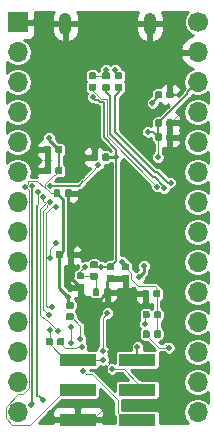
<source format=gbr>
G04 #@! TF.GenerationSoftware,KiCad,Pcbnew,5.0.1-33cea8e~68~ubuntu18.04.1*
G04 #@! TF.CreationDate,2018-11-10T13:26:22+01:00*
G04 #@! TF.ProjectId,Tiny-up5k,54696E792D7570356B2E6B696361645F,rev?*
G04 #@! TF.SameCoordinates,Original*
G04 #@! TF.FileFunction,Copper,L2,Bot,Signal*
G04 #@! TF.FilePolarity,Positive*
%FSLAX46Y46*%
G04 Gerber Fmt 4.6, Leading zero omitted, Abs format (unit mm)*
G04 Created by KiCad (PCBNEW 5.0.1-33cea8e~68~ubuntu18.04.1) date za 10 nov 2018 13:26:22 CET*
%MOMM*%
%LPD*%
G01*
G04 APERTURE LIST*
G04 #@! TA.AperFunction,Conductor*
%ADD10C,0.100000*%
G04 #@! TD*
G04 #@! TA.AperFunction,SMDPad,CuDef*
%ADD11C,0.590000*%
G04 #@! TD*
G04 #@! TA.AperFunction,ComponentPad*
%ADD12R,1.700000X1.700000*%
G04 #@! TD*
G04 #@! TA.AperFunction,ComponentPad*
%ADD13O,1.700000X1.700000*%
G04 #@! TD*
G04 #@! TA.AperFunction,ComponentPad*
%ADD14C,1.700000*%
G04 #@! TD*
G04 #@! TA.AperFunction,ComponentPad*
%ADD15O,1.050000X1.900000*%
G04 #@! TD*
G04 #@! TA.AperFunction,SMDPad,CuDef*
%ADD16R,3.150000X1.000000*%
G04 #@! TD*
G04 #@! TA.AperFunction,ViaPad*
%ADD17C,0.500000*%
G04 #@! TD*
G04 #@! TA.AperFunction,Conductor*
%ADD18C,0.200000*%
G04 #@! TD*
G04 #@! TA.AperFunction,Conductor*
%ADD19C,0.250000*%
G04 #@! TD*
G04 #@! TA.AperFunction,Conductor*
%ADD20C,0.150000*%
G04 #@! TD*
G04 #@! TA.AperFunction,Conductor*
%ADD21C,0.254000*%
G04 #@! TD*
G04 APERTURE END LIST*
D10*
G04 #@! TO.N,GND*
G04 #@! TO.C,C12*
G36*
X147989958Y-111948710D02*
X148004276Y-111950834D01*
X148018317Y-111954351D01*
X148031946Y-111959228D01*
X148045031Y-111965417D01*
X148057447Y-111972858D01*
X148069073Y-111981481D01*
X148079798Y-111991202D01*
X148089519Y-112001927D01*
X148098142Y-112013553D01*
X148105583Y-112025969D01*
X148111772Y-112039054D01*
X148116649Y-112052683D01*
X148120166Y-112066724D01*
X148122290Y-112081042D01*
X148123000Y-112095500D01*
X148123000Y-112440500D01*
X148122290Y-112454958D01*
X148120166Y-112469276D01*
X148116649Y-112483317D01*
X148111772Y-112496946D01*
X148105583Y-112510031D01*
X148098142Y-112522447D01*
X148089519Y-112534073D01*
X148079798Y-112544798D01*
X148069073Y-112554519D01*
X148057447Y-112563142D01*
X148045031Y-112570583D01*
X148031946Y-112576772D01*
X148018317Y-112581649D01*
X148004276Y-112585166D01*
X147989958Y-112587290D01*
X147975500Y-112588000D01*
X147680500Y-112588000D01*
X147666042Y-112587290D01*
X147651724Y-112585166D01*
X147637683Y-112581649D01*
X147624054Y-112576772D01*
X147610969Y-112570583D01*
X147598553Y-112563142D01*
X147586927Y-112554519D01*
X147576202Y-112544798D01*
X147566481Y-112534073D01*
X147557858Y-112522447D01*
X147550417Y-112510031D01*
X147544228Y-112496946D01*
X147539351Y-112483317D01*
X147535834Y-112469276D01*
X147533710Y-112454958D01*
X147533000Y-112440500D01*
X147533000Y-112095500D01*
X147533710Y-112081042D01*
X147535834Y-112066724D01*
X147539351Y-112052683D01*
X147544228Y-112039054D01*
X147550417Y-112025969D01*
X147557858Y-112013553D01*
X147566481Y-112001927D01*
X147576202Y-111991202D01*
X147586927Y-111981481D01*
X147598553Y-111972858D01*
X147610969Y-111965417D01*
X147624054Y-111959228D01*
X147637683Y-111954351D01*
X147651724Y-111950834D01*
X147666042Y-111948710D01*
X147680500Y-111948000D01*
X147975500Y-111948000D01*
X147989958Y-111948710D01*
X147989958Y-111948710D01*
G37*
D11*
G04 #@! TD*
G04 #@! TO.P,C12,2*
G04 #@! TO.N,GND*
X147828000Y-112268000D03*
D10*
G04 #@! TO.N,SPI_VCCIO1*
G04 #@! TO.C,C12*
G36*
X147019958Y-111948710D02*
X147034276Y-111950834D01*
X147048317Y-111954351D01*
X147061946Y-111959228D01*
X147075031Y-111965417D01*
X147087447Y-111972858D01*
X147099073Y-111981481D01*
X147109798Y-111991202D01*
X147119519Y-112001927D01*
X147128142Y-112013553D01*
X147135583Y-112025969D01*
X147141772Y-112039054D01*
X147146649Y-112052683D01*
X147150166Y-112066724D01*
X147152290Y-112081042D01*
X147153000Y-112095500D01*
X147153000Y-112440500D01*
X147152290Y-112454958D01*
X147150166Y-112469276D01*
X147146649Y-112483317D01*
X147141772Y-112496946D01*
X147135583Y-112510031D01*
X147128142Y-112522447D01*
X147119519Y-112534073D01*
X147109798Y-112544798D01*
X147099073Y-112554519D01*
X147087447Y-112563142D01*
X147075031Y-112570583D01*
X147061946Y-112576772D01*
X147048317Y-112581649D01*
X147034276Y-112585166D01*
X147019958Y-112587290D01*
X147005500Y-112588000D01*
X146710500Y-112588000D01*
X146696042Y-112587290D01*
X146681724Y-112585166D01*
X146667683Y-112581649D01*
X146654054Y-112576772D01*
X146640969Y-112570583D01*
X146628553Y-112563142D01*
X146616927Y-112554519D01*
X146606202Y-112544798D01*
X146596481Y-112534073D01*
X146587858Y-112522447D01*
X146580417Y-112510031D01*
X146574228Y-112496946D01*
X146569351Y-112483317D01*
X146565834Y-112469276D01*
X146563710Y-112454958D01*
X146563000Y-112440500D01*
X146563000Y-112095500D01*
X146563710Y-112081042D01*
X146565834Y-112066724D01*
X146569351Y-112052683D01*
X146574228Y-112039054D01*
X146580417Y-112025969D01*
X146587858Y-112013553D01*
X146596481Y-112001927D01*
X146606202Y-111991202D01*
X146616927Y-111981481D01*
X146628553Y-111972858D01*
X146640969Y-111965417D01*
X146654054Y-111959228D01*
X146667683Y-111954351D01*
X146681724Y-111950834D01*
X146696042Y-111948710D01*
X146710500Y-111948000D01*
X147005500Y-111948000D01*
X147019958Y-111948710D01*
X147019958Y-111948710D01*
G37*
D11*
G04 #@! TD*
G04 #@! TO.P,C12,1*
G04 #@! TO.N,SPI_VCCIO1*
X146858000Y-112268000D03*
D12*
G04 #@! TO.P,J1,1*
G04 #@! TO.N,GND*
X143516000Y-97799100D03*
D13*
G04 #@! TO.P,J1,2*
G04 #@! TO.N,HL_02*
X143516000Y-100339100D03*
G04 #@! TO.P,J1,3*
G04 #@! TO.N,HL_03*
X143516000Y-102879100D03*
G04 #@! TO.P,J1,4*
G04 #@! TO.N,HL_04*
X143516000Y-105419100D03*
G04 #@! TO.P,J1,5*
G04 #@! TO.N,HL_05*
X143516000Y-107959100D03*
G04 #@! TO.P,J1,6*
G04 #@! TO.N,HL_06*
X143516000Y-110499100D03*
G04 #@! TO.P,J1,7*
G04 #@! TO.N,HL_07*
X143516000Y-113039100D03*
G04 #@! TO.P,J1,8*
G04 #@! TO.N,HL_08*
X143516000Y-115579100D03*
G04 #@! TO.P,J1,9*
G04 #@! TO.N,HL_09*
X143516000Y-118119100D03*
G04 #@! TO.P,J1,10*
G04 #@! TO.N,HL_10*
X143516000Y-120659100D03*
G04 #@! TO.P,J1,11*
G04 #@! TO.N,HL_11*
X143516000Y-123199100D03*
G04 #@! TO.P,J1,12*
G04 #@! TO.N,HL_12*
X143516000Y-125739100D03*
G04 #@! TO.P,J1,13*
G04 #@! TO.N,HL_13*
X143516000Y-128279100D03*
G04 #@! TO.P,J1,14*
G04 #@! TO.N,HL_14*
X143516000Y-130819100D03*
G04 #@! TD*
D14*
G04 #@! TO.P,J2,1*
G04 #@! TO.N,+5V*
X158756000Y-97799100D03*
D13*
G04 #@! TO.P,J2,2*
G04 #@! TO.N,GND*
X158756000Y-100339100D03*
G04 #@! TO.P,J2,3*
G04 #@! TO.N,SPI_VCCIO1*
X158756000Y-102879100D03*
G04 #@! TO.P,J2,4*
G04 #@! TO.N,HR_04*
X158756000Y-105419100D03*
G04 #@! TO.P,J2,5*
G04 #@! TO.N,HR_05*
X158756000Y-107959100D03*
G04 #@! TO.P,J2,6*
G04 #@! TO.N,HR_06*
X158756000Y-110499100D03*
G04 #@! TO.P,J2,7*
G04 #@! TO.N,HR_07*
X158756000Y-113039100D03*
G04 #@! TO.P,J2,8*
G04 #@! TO.N,HR_08*
X158756000Y-115579100D03*
G04 #@! TO.P,J2,9*
G04 #@! TO.N,HR_09*
X158756000Y-118119100D03*
G04 #@! TO.P,J2,10*
G04 #@! TO.N,HR_10*
X158756000Y-120659100D03*
G04 #@! TO.P,J2,11*
G04 #@! TO.N,HR_11*
X158756000Y-123199100D03*
G04 #@! TO.P,J2,12*
G04 #@! TO.N,HR_12*
X158756000Y-125739100D03*
G04 #@! TO.P,J2,13*
G04 #@! TO.N,HR_13*
X158756000Y-128279100D03*
G04 #@! TO.P,J2,14*
G04 #@! TO.N,HR_14*
X158756000Y-130819100D03*
G04 #@! TD*
D10*
G04 #@! TO.N,+5V*
G04 #@! TO.C,C1*
G36*
X155612958Y-103603810D02*
X155627276Y-103605934D01*
X155641317Y-103609451D01*
X155654946Y-103614328D01*
X155668031Y-103620517D01*
X155680447Y-103627958D01*
X155692073Y-103636581D01*
X155702798Y-103646302D01*
X155712519Y-103657027D01*
X155721142Y-103668653D01*
X155728583Y-103681069D01*
X155734772Y-103694154D01*
X155739649Y-103707783D01*
X155743166Y-103721824D01*
X155745290Y-103736142D01*
X155746000Y-103750600D01*
X155746000Y-104095600D01*
X155745290Y-104110058D01*
X155743166Y-104124376D01*
X155739649Y-104138417D01*
X155734772Y-104152046D01*
X155728583Y-104165131D01*
X155721142Y-104177547D01*
X155712519Y-104189173D01*
X155702798Y-104199898D01*
X155692073Y-104209619D01*
X155680447Y-104218242D01*
X155668031Y-104225683D01*
X155654946Y-104231872D01*
X155641317Y-104236749D01*
X155627276Y-104240266D01*
X155612958Y-104242390D01*
X155598500Y-104243100D01*
X155303500Y-104243100D01*
X155289042Y-104242390D01*
X155274724Y-104240266D01*
X155260683Y-104236749D01*
X155247054Y-104231872D01*
X155233969Y-104225683D01*
X155221553Y-104218242D01*
X155209927Y-104209619D01*
X155199202Y-104199898D01*
X155189481Y-104189173D01*
X155180858Y-104177547D01*
X155173417Y-104165131D01*
X155167228Y-104152046D01*
X155162351Y-104138417D01*
X155158834Y-104124376D01*
X155156710Y-104110058D01*
X155156000Y-104095600D01*
X155156000Y-103750600D01*
X155156710Y-103736142D01*
X155158834Y-103721824D01*
X155162351Y-103707783D01*
X155167228Y-103694154D01*
X155173417Y-103681069D01*
X155180858Y-103668653D01*
X155189481Y-103657027D01*
X155199202Y-103646302D01*
X155209927Y-103636581D01*
X155221553Y-103627958D01*
X155233969Y-103620517D01*
X155247054Y-103614328D01*
X155260683Y-103609451D01*
X155274724Y-103605934D01*
X155289042Y-103603810D01*
X155303500Y-103603100D01*
X155598500Y-103603100D01*
X155612958Y-103603810D01*
X155612958Y-103603810D01*
G37*
D11*
G04 #@! TD*
G04 #@! TO.P,C1,1*
G04 #@! TO.N,+5V*
X155451000Y-103923100D03*
D10*
G04 #@! TO.N,GND*
G04 #@! TO.C,C1*
G36*
X156582958Y-103603810D02*
X156597276Y-103605934D01*
X156611317Y-103609451D01*
X156624946Y-103614328D01*
X156638031Y-103620517D01*
X156650447Y-103627958D01*
X156662073Y-103636581D01*
X156672798Y-103646302D01*
X156682519Y-103657027D01*
X156691142Y-103668653D01*
X156698583Y-103681069D01*
X156704772Y-103694154D01*
X156709649Y-103707783D01*
X156713166Y-103721824D01*
X156715290Y-103736142D01*
X156716000Y-103750600D01*
X156716000Y-104095600D01*
X156715290Y-104110058D01*
X156713166Y-104124376D01*
X156709649Y-104138417D01*
X156704772Y-104152046D01*
X156698583Y-104165131D01*
X156691142Y-104177547D01*
X156682519Y-104189173D01*
X156672798Y-104199898D01*
X156662073Y-104209619D01*
X156650447Y-104218242D01*
X156638031Y-104225683D01*
X156624946Y-104231872D01*
X156611317Y-104236749D01*
X156597276Y-104240266D01*
X156582958Y-104242390D01*
X156568500Y-104243100D01*
X156273500Y-104243100D01*
X156259042Y-104242390D01*
X156244724Y-104240266D01*
X156230683Y-104236749D01*
X156217054Y-104231872D01*
X156203969Y-104225683D01*
X156191553Y-104218242D01*
X156179927Y-104209619D01*
X156169202Y-104199898D01*
X156159481Y-104189173D01*
X156150858Y-104177547D01*
X156143417Y-104165131D01*
X156137228Y-104152046D01*
X156132351Y-104138417D01*
X156128834Y-104124376D01*
X156126710Y-104110058D01*
X156126000Y-104095600D01*
X156126000Y-103750600D01*
X156126710Y-103736142D01*
X156128834Y-103721824D01*
X156132351Y-103707783D01*
X156137228Y-103694154D01*
X156143417Y-103681069D01*
X156150858Y-103668653D01*
X156159481Y-103657027D01*
X156169202Y-103646302D01*
X156179927Y-103636581D01*
X156191553Y-103627958D01*
X156203969Y-103620517D01*
X156217054Y-103614328D01*
X156230683Y-103609451D01*
X156244724Y-103605934D01*
X156259042Y-103603810D01*
X156273500Y-103603100D01*
X156568500Y-103603100D01*
X156582958Y-103603810D01*
X156582958Y-103603810D01*
G37*
D11*
G04 #@! TD*
G04 #@! TO.P,C1,2*
G04 #@! TO.N,GND*
X156421000Y-103923100D03*
D10*
G04 #@! TO.N,GND*
G04 #@! TO.C,C2*
G36*
X156582958Y-107203810D02*
X156597276Y-107205934D01*
X156611317Y-107209451D01*
X156624946Y-107214328D01*
X156638031Y-107220517D01*
X156650447Y-107227958D01*
X156662073Y-107236581D01*
X156672798Y-107246302D01*
X156682519Y-107257027D01*
X156691142Y-107268653D01*
X156698583Y-107281069D01*
X156704772Y-107294154D01*
X156709649Y-107307783D01*
X156713166Y-107321824D01*
X156715290Y-107336142D01*
X156716000Y-107350600D01*
X156716000Y-107695600D01*
X156715290Y-107710058D01*
X156713166Y-107724376D01*
X156709649Y-107738417D01*
X156704772Y-107752046D01*
X156698583Y-107765131D01*
X156691142Y-107777547D01*
X156682519Y-107789173D01*
X156672798Y-107799898D01*
X156662073Y-107809619D01*
X156650447Y-107818242D01*
X156638031Y-107825683D01*
X156624946Y-107831872D01*
X156611317Y-107836749D01*
X156597276Y-107840266D01*
X156582958Y-107842390D01*
X156568500Y-107843100D01*
X156273500Y-107843100D01*
X156259042Y-107842390D01*
X156244724Y-107840266D01*
X156230683Y-107836749D01*
X156217054Y-107831872D01*
X156203969Y-107825683D01*
X156191553Y-107818242D01*
X156179927Y-107809619D01*
X156169202Y-107799898D01*
X156159481Y-107789173D01*
X156150858Y-107777547D01*
X156143417Y-107765131D01*
X156137228Y-107752046D01*
X156132351Y-107738417D01*
X156128834Y-107724376D01*
X156126710Y-107710058D01*
X156126000Y-107695600D01*
X156126000Y-107350600D01*
X156126710Y-107336142D01*
X156128834Y-107321824D01*
X156132351Y-107307783D01*
X156137228Y-107294154D01*
X156143417Y-107281069D01*
X156150858Y-107268653D01*
X156159481Y-107257027D01*
X156169202Y-107246302D01*
X156179927Y-107236581D01*
X156191553Y-107227958D01*
X156203969Y-107220517D01*
X156217054Y-107214328D01*
X156230683Y-107209451D01*
X156244724Y-107205934D01*
X156259042Y-107203810D01*
X156273500Y-107203100D01*
X156568500Y-107203100D01*
X156582958Y-107203810D01*
X156582958Y-107203810D01*
G37*
D11*
G04 #@! TD*
G04 #@! TO.P,C2,2*
G04 #@! TO.N,GND*
X156421000Y-107523100D03*
D10*
G04 #@! TO.N,SPI_VCCIO1*
G04 #@! TO.C,C2*
G36*
X155612958Y-107203810D02*
X155627276Y-107205934D01*
X155641317Y-107209451D01*
X155654946Y-107214328D01*
X155668031Y-107220517D01*
X155680447Y-107227958D01*
X155692073Y-107236581D01*
X155702798Y-107246302D01*
X155712519Y-107257027D01*
X155721142Y-107268653D01*
X155728583Y-107281069D01*
X155734772Y-107294154D01*
X155739649Y-107307783D01*
X155743166Y-107321824D01*
X155745290Y-107336142D01*
X155746000Y-107350600D01*
X155746000Y-107695600D01*
X155745290Y-107710058D01*
X155743166Y-107724376D01*
X155739649Y-107738417D01*
X155734772Y-107752046D01*
X155728583Y-107765131D01*
X155721142Y-107777547D01*
X155712519Y-107789173D01*
X155702798Y-107799898D01*
X155692073Y-107809619D01*
X155680447Y-107818242D01*
X155668031Y-107825683D01*
X155654946Y-107831872D01*
X155641317Y-107836749D01*
X155627276Y-107840266D01*
X155612958Y-107842390D01*
X155598500Y-107843100D01*
X155303500Y-107843100D01*
X155289042Y-107842390D01*
X155274724Y-107840266D01*
X155260683Y-107836749D01*
X155247054Y-107831872D01*
X155233969Y-107825683D01*
X155221553Y-107818242D01*
X155209927Y-107809619D01*
X155199202Y-107799898D01*
X155189481Y-107789173D01*
X155180858Y-107777547D01*
X155173417Y-107765131D01*
X155167228Y-107752046D01*
X155162351Y-107738417D01*
X155158834Y-107724376D01*
X155156710Y-107710058D01*
X155156000Y-107695600D01*
X155156000Y-107350600D01*
X155156710Y-107336142D01*
X155158834Y-107321824D01*
X155162351Y-107307783D01*
X155167228Y-107294154D01*
X155173417Y-107281069D01*
X155180858Y-107268653D01*
X155189481Y-107257027D01*
X155199202Y-107246302D01*
X155209927Y-107236581D01*
X155221553Y-107227958D01*
X155233969Y-107220517D01*
X155247054Y-107214328D01*
X155260683Y-107209451D01*
X155274724Y-107205934D01*
X155289042Y-107203810D01*
X155303500Y-107203100D01*
X155598500Y-107203100D01*
X155612958Y-107203810D01*
X155612958Y-107203810D01*
G37*
D11*
G04 #@! TD*
G04 #@! TO.P,C2,1*
G04 #@! TO.N,SPI_VCCIO1*
X155451000Y-107523100D03*
D10*
G04 #@! TO.N,VCC_CORE*
G04 #@! TO.C,C3*
G36*
X151141958Y-108900710D02*
X151156276Y-108902834D01*
X151170317Y-108906351D01*
X151183946Y-108911228D01*
X151197031Y-108917417D01*
X151209447Y-108924858D01*
X151221073Y-108933481D01*
X151231798Y-108943202D01*
X151241519Y-108953927D01*
X151250142Y-108965553D01*
X151257583Y-108977969D01*
X151263772Y-108991054D01*
X151268649Y-109004683D01*
X151272166Y-109018724D01*
X151274290Y-109033042D01*
X151275000Y-109047500D01*
X151275000Y-109392500D01*
X151274290Y-109406958D01*
X151272166Y-109421276D01*
X151268649Y-109435317D01*
X151263772Y-109448946D01*
X151257583Y-109462031D01*
X151250142Y-109474447D01*
X151241519Y-109486073D01*
X151231798Y-109496798D01*
X151221073Y-109506519D01*
X151209447Y-109515142D01*
X151197031Y-109522583D01*
X151183946Y-109528772D01*
X151170317Y-109533649D01*
X151156276Y-109537166D01*
X151141958Y-109539290D01*
X151127500Y-109540000D01*
X150832500Y-109540000D01*
X150818042Y-109539290D01*
X150803724Y-109537166D01*
X150789683Y-109533649D01*
X150776054Y-109528772D01*
X150762969Y-109522583D01*
X150750553Y-109515142D01*
X150738927Y-109506519D01*
X150728202Y-109496798D01*
X150718481Y-109486073D01*
X150709858Y-109474447D01*
X150702417Y-109462031D01*
X150696228Y-109448946D01*
X150691351Y-109435317D01*
X150687834Y-109421276D01*
X150685710Y-109406958D01*
X150685000Y-109392500D01*
X150685000Y-109047500D01*
X150685710Y-109033042D01*
X150687834Y-109018724D01*
X150691351Y-109004683D01*
X150696228Y-108991054D01*
X150702417Y-108977969D01*
X150709858Y-108965553D01*
X150718481Y-108953927D01*
X150728202Y-108943202D01*
X150738927Y-108933481D01*
X150750553Y-108924858D01*
X150762969Y-108917417D01*
X150776054Y-108911228D01*
X150789683Y-108906351D01*
X150803724Y-108902834D01*
X150818042Y-108900710D01*
X150832500Y-108900000D01*
X151127500Y-108900000D01*
X151141958Y-108900710D01*
X151141958Y-108900710D01*
G37*
D11*
G04 #@! TD*
G04 #@! TO.P,C3,1*
G04 #@! TO.N,VCC_CORE*
X150980000Y-109220000D03*
D10*
G04 #@! TO.N,GND*
G04 #@! TO.C,C3*
G36*
X150171958Y-108900710D02*
X150186276Y-108902834D01*
X150200317Y-108906351D01*
X150213946Y-108911228D01*
X150227031Y-108917417D01*
X150239447Y-108924858D01*
X150251073Y-108933481D01*
X150261798Y-108943202D01*
X150271519Y-108953927D01*
X150280142Y-108965553D01*
X150287583Y-108977969D01*
X150293772Y-108991054D01*
X150298649Y-109004683D01*
X150302166Y-109018724D01*
X150304290Y-109033042D01*
X150305000Y-109047500D01*
X150305000Y-109392500D01*
X150304290Y-109406958D01*
X150302166Y-109421276D01*
X150298649Y-109435317D01*
X150293772Y-109448946D01*
X150287583Y-109462031D01*
X150280142Y-109474447D01*
X150271519Y-109486073D01*
X150261798Y-109496798D01*
X150251073Y-109506519D01*
X150239447Y-109515142D01*
X150227031Y-109522583D01*
X150213946Y-109528772D01*
X150200317Y-109533649D01*
X150186276Y-109537166D01*
X150171958Y-109539290D01*
X150157500Y-109540000D01*
X149862500Y-109540000D01*
X149848042Y-109539290D01*
X149833724Y-109537166D01*
X149819683Y-109533649D01*
X149806054Y-109528772D01*
X149792969Y-109522583D01*
X149780553Y-109515142D01*
X149768927Y-109506519D01*
X149758202Y-109496798D01*
X149748481Y-109486073D01*
X149739858Y-109474447D01*
X149732417Y-109462031D01*
X149726228Y-109448946D01*
X149721351Y-109435317D01*
X149717834Y-109421276D01*
X149715710Y-109406958D01*
X149715000Y-109392500D01*
X149715000Y-109047500D01*
X149715710Y-109033042D01*
X149717834Y-109018724D01*
X149721351Y-109004683D01*
X149726228Y-108991054D01*
X149732417Y-108977969D01*
X149739858Y-108965553D01*
X149748481Y-108953927D01*
X149758202Y-108943202D01*
X149768927Y-108933481D01*
X149780553Y-108924858D01*
X149792969Y-108917417D01*
X149806054Y-108911228D01*
X149819683Y-108906351D01*
X149833724Y-108902834D01*
X149848042Y-108900710D01*
X149862500Y-108900000D01*
X150157500Y-108900000D01*
X150171958Y-108900710D01*
X150171958Y-108900710D01*
G37*
D11*
G04 #@! TD*
G04 #@! TO.P,C3,2*
G04 #@! TO.N,GND*
X150010000Y-109220000D03*
D10*
G04 #@! TO.N,GND*
G04 #@! TO.C,C4*
G36*
X156582958Y-106003810D02*
X156597276Y-106005934D01*
X156611317Y-106009451D01*
X156624946Y-106014328D01*
X156638031Y-106020517D01*
X156650447Y-106027958D01*
X156662073Y-106036581D01*
X156672798Y-106046302D01*
X156682519Y-106057027D01*
X156691142Y-106068653D01*
X156698583Y-106081069D01*
X156704772Y-106094154D01*
X156709649Y-106107783D01*
X156713166Y-106121824D01*
X156715290Y-106136142D01*
X156716000Y-106150600D01*
X156716000Y-106495600D01*
X156715290Y-106510058D01*
X156713166Y-106524376D01*
X156709649Y-106538417D01*
X156704772Y-106552046D01*
X156698583Y-106565131D01*
X156691142Y-106577547D01*
X156682519Y-106589173D01*
X156672798Y-106599898D01*
X156662073Y-106609619D01*
X156650447Y-106618242D01*
X156638031Y-106625683D01*
X156624946Y-106631872D01*
X156611317Y-106636749D01*
X156597276Y-106640266D01*
X156582958Y-106642390D01*
X156568500Y-106643100D01*
X156273500Y-106643100D01*
X156259042Y-106642390D01*
X156244724Y-106640266D01*
X156230683Y-106636749D01*
X156217054Y-106631872D01*
X156203969Y-106625683D01*
X156191553Y-106618242D01*
X156179927Y-106609619D01*
X156169202Y-106599898D01*
X156159481Y-106589173D01*
X156150858Y-106577547D01*
X156143417Y-106565131D01*
X156137228Y-106552046D01*
X156132351Y-106538417D01*
X156128834Y-106524376D01*
X156126710Y-106510058D01*
X156126000Y-106495600D01*
X156126000Y-106150600D01*
X156126710Y-106136142D01*
X156128834Y-106121824D01*
X156132351Y-106107783D01*
X156137228Y-106094154D01*
X156143417Y-106081069D01*
X156150858Y-106068653D01*
X156159481Y-106057027D01*
X156169202Y-106046302D01*
X156179927Y-106036581D01*
X156191553Y-106027958D01*
X156203969Y-106020517D01*
X156217054Y-106014328D01*
X156230683Y-106009451D01*
X156244724Y-106005934D01*
X156259042Y-106003810D01*
X156273500Y-106003100D01*
X156568500Y-106003100D01*
X156582958Y-106003810D01*
X156582958Y-106003810D01*
G37*
D11*
G04 #@! TD*
G04 #@! TO.P,C4,2*
G04 #@! TO.N,GND*
X156421000Y-106323100D03*
D10*
G04 #@! TO.N,SPI_VCCIO1*
G04 #@! TO.C,C4*
G36*
X155612958Y-106003810D02*
X155627276Y-106005934D01*
X155641317Y-106009451D01*
X155654946Y-106014328D01*
X155668031Y-106020517D01*
X155680447Y-106027958D01*
X155692073Y-106036581D01*
X155702798Y-106046302D01*
X155712519Y-106057027D01*
X155721142Y-106068653D01*
X155728583Y-106081069D01*
X155734772Y-106094154D01*
X155739649Y-106107783D01*
X155743166Y-106121824D01*
X155745290Y-106136142D01*
X155746000Y-106150600D01*
X155746000Y-106495600D01*
X155745290Y-106510058D01*
X155743166Y-106524376D01*
X155739649Y-106538417D01*
X155734772Y-106552046D01*
X155728583Y-106565131D01*
X155721142Y-106577547D01*
X155712519Y-106589173D01*
X155702798Y-106599898D01*
X155692073Y-106609619D01*
X155680447Y-106618242D01*
X155668031Y-106625683D01*
X155654946Y-106631872D01*
X155641317Y-106636749D01*
X155627276Y-106640266D01*
X155612958Y-106642390D01*
X155598500Y-106643100D01*
X155303500Y-106643100D01*
X155289042Y-106642390D01*
X155274724Y-106640266D01*
X155260683Y-106636749D01*
X155247054Y-106631872D01*
X155233969Y-106625683D01*
X155221553Y-106618242D01*
X155209927Y-106609619D01*
X155199202Y-106599898D01*
X155189481Y-106589173D01*
X155180858Y-106577547D01*
X155173417Y-106565131D01*
X155167228Y-106552046D01*
X155162351Y-106538417D01*
X155158834Y-106524376D01*
X155156710Y-106510058D01*
X155156000Y-106495600D01*
X155156000Y-106150600D01*
X155156710Y-106136142D01*
X155158834Y-106121824D01*
X155162351Y-106107783D01*
X155167228Y-106094154D01*
X155173417Y-106081069D01*
X155180858Y-106068653D01*
X155189481Y-106057027D01*
X155199202Y-106046302D01*
X155209927Y-106036581D01*
X155221553Y-106027958D01*
X155233969Y-106020517D01*
X155247054Y-106014328D01*
X155260683Y-106009451D01*
X155274724Y-106005934D01*
X155289042Y-106003810D01*
X155303500Y-106003100D01*
X155598500Y-106003100D01*
X155612958Y-106003810D01*
X155612958Y-106003810D01*
G37*
D11*
G04 #@! TD*
G04 #@! TO.P,C4,1*
G04 #@! TO.N,SPI_VCCIO1*
X155451000Y-106323100D03*
D10*
G04 #@! TO.N,GND*
G04 #@! TO.C,C5*
G36*
X154512958Y-120457710D02*
X154527276Y-120459834D01*
X154541317Y-120463351D01*
X154554946Y-120468228D01*
X154568031Y-120474417D01*
X154580447Y-120481858D01*
X154592073Y-120490481D01*
X154602798Y-120500202D01*
X154612519Y-120510927D01*
X154621142Y-120522553D01*
X154628583Y-120534969D01*
X154634772Y-120548054D01*
X154639649Y-120561683D01*
X154643166Y-120575724D01*
X154645290Y-120590042D01*
X154646000Y-120604500D01*
X154646000Y-120949500D01*
X154645290Y-120963958D01*
X154643166Y-120978276D01*
X154639649Y-120992317D01*
X154634772Y-121005946D01*
X154628583Y-121019031D01*
X154621142Y-121031447D01*
X154612519Y-121043073D01*
X154602798Y-121053798D01*
X154592073Y-121063519D01*
X154580447Y-121072142D01*
X154568031Y-121079583D01*
X154554946Y-121085772D01*
X154541317Y-121090649D01*
X154527276Y-121094166D01*
X154512958Y-121096290D01*
X154498500Y-121097000D01*
X154203500Y-121097000D01*
X154189042Y-121096290D01*
X154174724Y-121094166D01*
X154160683Y-121090649D01*
X154147054Y-121085772D01*
X154133969Y-121079583D01*
X154121553Y-121072142D01*
X154109927Y-121063519D01*
X154099202Y-121053798D01*
X154089481Y-121043073D01*
X154080858Y-121031447D01*
X154073417Y-121019031D01*
X154067228Y-121005946D01*
X154062351Y-120992317D01*
X154058834Y-120978276D01*
X154056710Y-120963958D01*
X154056000Y-120949500D01*
X154056000Y-120604500D01*
X154056710Y-120590042D01*
X154058834Y-120575724D01*
X154062351Y-120561683D01*
X154067228Y-120548054D01*
X154073417Y-120534969D01*
X154080858Y-120522553D01*
X154089481Y-120510927D01*
X154099202Y-120500202D01*
X154109927Y-120490481D01*
X154121553Y-120481858D01*
X154133969Y-120474417D01*
X154147054Y-120468228D01*
X154160683Y-120463351D01*
X154174724Y-120459834D01*
X154189042Y-120457710D01*
X154203500Y-120457000D01*
X154498500Y-120457000D01*
X154512958Y-120457710D01*
X154512958Y-120457710D01*
G37*
D11*
G04 #@! TD*
G04 #@! TO.P,C5,2*
G04 #@! TO.N,GND*
X154351000Y-120777000D03*
D10*
G04 #@! TO.N,SPI_VCCIO1*
G04 #@! TO.C,C5*
G36*
X155482958Y-120457710D02*
X155497276Y-120459834D01*
X155511317Y-120463351D01*
X155524946Y-120468228D01*
X155538031Y-120474417D01*
X155550447Y-120481858D01*
X155562073Y-120490481D01*
X155572798Y-120500202D01*
X155582519Y-120510927D01*
X155591142Y-120522553D01*
X155598583Y-120534969D01*
X155604772Y-120548054D01*
X155609649Y-120561683D01*
X155613166Y-120575724D01*
X155615290Y-120590042D01*
X155616000Y-120604500D01*
X155616000Y-120949500D01*
X155615290Y-120963958D01*
X155613166Y-120978276D01*
X155609649Y-120992317D01*
X155604772Y-121005946D01*
X155598583Y-121019031D01*
X155591142Y-121031447D01*
X155582519Y-121043073D01*
X155572798Y-121053798D01*
X155562073Y-121063519D01*
X155550447Y-121072142D01*
X155538031Y-121079583D01*
X155524946Y-121085772D01*
X155511317Y-121090649D01*
X155497276Y-121094166D01*
X155482958Y-121096290D01*
X155468500Y-121097000D01*
X155173500Y-121097000D01*
X155159042Y-121096290D01*
X155144724Y-121094166D01*
X155130683Y-121090649D01*
X155117054Y-121085772D01*
X155103969Y-121079583D01*
X155091553Y-121072142D01*
X155079927Y-121063519D01*
X155069202Y-121053798D01*
X155059481Y-121043073D01*
X155050858Y-121031447D01*
X155043417Y-121019031D01*
X155037228Y-121005946D01*
X155032351Y-120992317D01*
X155028834Y-120978276D01*
X155026710Y-120963958D01*
X155026000Y-120949500D01*
X155026000Y-120604500D01*
X155026710Y-120590042D01*
X155028834Y-120575724D01*
X155032351Y-120561683D01*
X155037228Y-120548054D01*
X155043417Y-120534969D01*
X155050858Y-120522553D01*
X155059481Y-120510927D01*
X155069202Y-120500202D01*
X155079927Y-120490481D01*
X155091553Y-120481858D01*
X155103969Y-120474417D01*
X155117054Y-120468228D01*
X155130683Y-120463351D01*
X155144724Y-120459834D01*
X155159042Y-120457710D01*
X155173500Y-120457000D01*
X155468500Y-120457000D01*
X155482958Y-120457710D01*
X155482958Y-120457710D01*
G37*
D11*
G04 #@! TD*
G04 #@! TO.P,C5,1*
G04 #@! TO.N,SPI_VCCIO1*
X155321000Y-120777000D03*
D10*
G04 #@! TO.N,VCCPLL*
G04 #@! TO.C,C6*
G36*
X149030958Y-118981710D02*
X149045276Y-118983834D01*
X149059317Y-118987351D01*
X149072946Y-118992228D01*
X149086031Y-118998417D01*
X149098447Y-119005858D01*
X149110073Y-119014481D01*
X149120798Y-119024202D01*
X149130519Y-119034927D01*
X149139142Y-119046553D01*
X149146583Y-119058969D01*
X149152772Y-119072054D01*
X149157649Y-119085683D01*
X149161166Y-119099724D01*
X149163290Y-119114042D01*
X149164000Y-119128500D01*
X149164000Y-119423500D01*
X149163290Y-119437958D01*
X149161166Y-119452276D01*
X149157649Y-119466317D01*
X149152772Y-119479946D01*
X149146583Y-119493031D01*
X149139142Y-119505447D01*
X149130519Y-119517073D01*
X149120798Y-119527798D01*
X149110073Y-119537519D01*
X149098447Y-119546142D01*
X149086031Y-119553583D01*
X149072946Y-119559772D01*
X149059317Y-119564649D01*
X149045276Y-119568166D01*
X149030958Y-119570290D01*
X149016500Y-119571000D01*
X148671500Y-119571000D01*
X148657042Y-119570290D01*
X148642724Y-119568166D01*
X148628683Y-119564649D01*
X148615054Y-119559772D01*
X148601969Y-119553583D01*
X148589553Y-119546142D01*
X148577927Y-119537519D01*
X148567202Y-119527798D01*
X148557481Y-119517073D01*
X148548858Y-119505447D01*
X148541417Y-119493031D01*
X148535228Y-119479946D01*
X148530351Y-119466317D01*
X148526834Y-119452276D01*
X148524710Y-119437958D01*
X148524000Y-119423500D01*
X148524000Y-119128500D01*
X148524710Y-119114042D01*
X148526834Y-119099724D01*
X148530351Y-119085683D01*
X148535228Y-119072054D01*
X148541417Y-119058969D01*
X148548858Y-119046553D01*
X148557481Y-119034927D01*
X148567202Y-119024202D01*
X148577927Y-119014481D01*
X148589553Y-119005858D01*
X148601969Y-118998417D01*
X148615054Y-118992228D01*
X148628683Y-118987351D01*
X148642724Y-118983834D01*
X148657042Y-118981710D01*
X148671500Y-118981000D01*
X149016500Y-118981000D01*
X149030958Y-118981710D01*
X149030958Y-118981710D01*
G37*
D11*
G04 #@! TD*
G04 #@! TO.P,C6,1*
G04 #@! TO.N,VCCPLL*
X148844000Y-119276000D03*
D10*
G04 #@! TO.N,GND*
G04 #@! TO.C,C6*
G36*
X149030958Y-119951710D02*
X149045276Y-119953834D01*
X149059317Y-119957351D01*
X149072946Y-119962228D01*
X149086031Y-119968417D01*
X149098447Y-119975858D01*
X149110073Y-119984481D01*
X149120798Y-119994202D01*
X149130519Y-120004927D01*
X149139142Y-120016553D01*
X149146583Y-120028969D01*
X149152772Y-120042054D01*
X149157649Y-120055683D01*
X149161166Y-120069724D01*
X149163290Y-120084042D01*
X149164000Y-120098500D01*
X149164000Y-120393500D01*
X149163290Y-120407958D01*
X149161166Y-120422276D01*
X149157649Y-120436317D01*
X149152772Y-120449946D01*
X149146583Y-120463031D01*
X149139142Y-120475447D01*
X149130519Y-120487073D01*
X149120798Y-120497798D01*
X149110073Y-120507519D01*
X149098447Y-120516142D01*
X149086031Y-120523583D01*
X149072946Y-120529772D01*
X149059317Y-120534649D01*
X149045276Y-120538166D01*
X149030958Y-120540290D01*
X149016500Y-120541000D01*
X148671500Y-120541000D01*
X148657042Y-120540290D01*
X148642724Y-120538166D01*
X148628683Y-120534649D01*
X148615054Y-120529772D01*
X148601969Y-120523583D01*
X148589553Y-120516142D01*
X148577927Y-120507519D01*
X148567202Y-120497798D01*
X148557481Y-120487073D01*
X148548858Y-120475447D01*
X148541417Y-120463031D01*
X148535228Y-120449946D01*
X148530351Y-120436317D01*
X148526834Y-120422276D01*
X148524710Y-120407958D01*
X148524000Y-120393500D01*
X148524000Y-120098500D01*
X148524710Y-120084042D01*
X148526834Y-120069724D01*
X148530351Y-120055683D01*
X148535228Y-120042054D01*
X148541417Y-120028969D01*
X148548858Y-120016553D01*
X148557481Y-120004927D01*
X148567202Y-119994202D01*
X148577927Y-119984481D01*
X148589553Y-119975858D01*
X148601969Y-119968417D01*
X148615054Y-119962228D01*
X148628683Y-119957351D01*
X148642724Y-119953834D01*
X148657042Y-119951710D01*
X148671500Y-119951000D01*
X149016500Y-119951000D01*
X149030958Y-119951710D01*
X149030958Y-119951710D01*
G37*
D11*
G04 #@! TD*
G04 #@! TO.P,C6,2*
G04 #@! TO.N,GND*
X148844000Y-120246000D03*
D10*
G04 #@! TO.N,SPI_VCCIO1*
G04 #@! TO.C,C8*
G36*
X147227958Y-117155710D02*
X147242276Y-117157834D01*
X147256317Y-117161351D01*
X147269946Y-117166228D01*
X147283031Y-117172417D01*
X147295447Y-117179858D01*
X147307073Y-117188481D01*
X147317798Y-117198202D01*
X147327519Y-117208927D01*
X147336142Y-117220553D01*
X147343583Y-117232969D01*
X147349772Y-117246054D01*
X147354649Y-117259683D01*
X147358166Y-117273724D01*
X147360290Y-117288042D01*
X147361000Y-117302500D01*
X147361000Y-117647500D01*
X147360290Y-117661958D01*
X147358166Y-117676276D01*
X147354649Y-117690317D01*
X147349772Y-117703946D01*
X147343583Y-117717031D01*
X147336142Y-117729447D01*
X147327519Y-117741073D01*
X147317798Y-117751798D01*
X147307073Y-117761519D01*
X147295447Y-117770142D01*
X147283031Y-117777583D01*
X147269946Y-117783772D01*
X147256317Y-117788649D01*
X147242276Y-117792166D01*
X147227958Y-117794290D01*
X147213500Y-117795000D01*
X146918500Y-117795000D01*
X146904042Y-117794290D01*
X146889724Y-117792166D01*
X146875683Y-117788649D01*
X146862054Y-117783772D01*
X146848969Y-117777583D01*
X146836553Y-117770142D01*
X146824927Y-117761519D01*
X146814202Y-117751798D01*
X146804481Y-117741073D01*
X146795858Y-117729447D01*
X146788417Y-117717031D01*
X146782228Y-117703946D01*
X146777351Y-117690317D01*
X146773834Y-117676276D01*
X146771710Y-117661958D01*
X146771000Y-117647500D01*
X146771000Y-117302500D01*
X146771710Y-117288042D01*
X146773834Y-117273724D01*
X146777351Y-117259683D01*
X146782228Y-117246054D01*
X146788417Y-117232969D01*
X146795858Y-117220553D01*
X146804481Y-117208927D01*
X146814202Y-117198202D01*
X146824927Y-117188481D01*
X146836553Y-117179858D01*
X146848969Y-117172417D01*
X146862054Y-117166228D01*
X146875683Y-117161351D01*
X146889724Y-117157834D01*
X146904042Y-117155710D01*
X146918500Y-117155000D01*
X147213500Y-117155000D01*
X147227958Y-117155710D01*
X147227958Y-117155710D01*
G37*
D11*
G04 #@! TD*
G04 #@! TO.P,C8,1*
G04 #@! TO.N,SPI_VCCIO1*
X147066000Y-117475000D03*
D10*
G04 #@! TO.N,GND*
G04 #@! TO.C,C8*
G36*
X148197958Y-117155710D02*
X148212276Y-117157834D01*
X148226317Y-117161351D01*
X148239946Y-117166228D01*
X148253031Y-117172417D01*
X148265447Y-117179858D01*
X148277073Y-117188481D01*
X148287798Y-117198202D01*
X148297519Y-117208927D01*
X148306142Y-117220553D01*
X148313583Y-117232969D01*
X148319772Y-117246054D01*
X148324649Y-117259683D01*
X148328166Y-117273724D01*
X148330290Y-117288042D01*
X148331000Y-117302500D01*
X148331000Y-117647500D01*
X148330290Y-117661958D01*
X148328166Y-117676276D01*
X148324649Y-117690317D01*
X148319772Y-117703946D01*
X148313583Y-117717031D01*
X148306142Y-117729447D01*
X148297519Y-117741073D01*
X148287798Y-117751798D01*
X148277073Y-117761519D01*
X148265447Y-117770142D01*
X148253031Y-117777583D01*
X148239946Y-117783772D01*
X148226317Y-117788649D01*
X148212276Y-117792166D01*
X148197958Y-117794290D01*
X148183500Y-117795000D01*
X147888500Y-117795000D01*
X147874042Y-117794290D01*
X147859724Y-117792166D01*
X147845683Y-117788649D01*
X147832054Y-117783772D01*
X147818969Y-117777583D01*
X147806553Y-117770142D01*
X147794927Y-117761519D01*
X147784202Y-117751798D01*
X147774481Y-117741073D01*
X147765858Y-117729447D01*
X147758417Y-117717031D01*
X147752228Y-117703946D01*
X147747351Y-117690317D01*
X147743834Y-117676276D01*
X147741710Y-117661958D01*
X147741000Y-117647500D01*
X147741000Y-117302500D01*
X147741710Y-117288042D01*
X147743834Y-117273724D01*
X147747351Y-117259683D01*
X147752228Y-117246054D01*
X147758417Y-117232969D01*
X147765858Y-117220553D01*
X147774481Y-117208927D01*
X147784202Y-117198202D01*
X147794927Y-117188481D01*
X147806553Y-117179858D01*
X147818969Y-117172417D01*
X147832054Y-117166228D01*
X147845683Y-117161351D01*
X147859724Y-117157834D01*
X147874042Y-117155710D01*
X147888500Y-117155000D01*
X148183500Y-117155000D01*
X148197958Y-117155710D01*
X148197958Y-117155710D01*
G37*
D11*
G04 #@! TD*
G04 #@! TO.P,C8,2*
G04 #@! TO.N,GND*
X148036000Y-117475000D03*
D10*
G04 #@! TO.N,GND*
G04 #@! TO.C,C9*
G36*
X152840958Y-119189710D02*
X152855276Y-119191834D01*
X152869317Y-119195351D01*
X152882946Y-119200228D01*
X152896031Y-119206417D01*
X152908447Y-119213858D01*
X152920073Y-119222481D01*
X152930798Y-119232202D01*
X152940519Y-119242927D01*
X152949142Y-119254553D01*
X152956583Y-119266969D01*
X152962772Y-119280054D01*
X152967649Y-119293683D01*
X152971166Y-119307724D01*
X152973290Y-119322042D01*
X152974000Y-119336500D01*
X152974000Y-119631500D01*
X152973290Y-119645958D01*
X152971166Y-119660276D01*
X152967649Y-119674317D01*
X152962772Y-119687946D01*
X152956583Y-119701031D01*
X152949142Y-119713447D01*
X152940519Y-119725073D01*
X152930798Y-119735798D01*
X152920073Y-119745519D01*
X152908447Y-119754142D01*
X152896031Y-119761583D01*
X152882946Y-119767772D01*
X152869317Y-119772649D01*
X152855276Y-119776166D01*
X152840958Y-119778290D01*
X152826500Y-119779000D01*
X152481500Y-119779000D01*
X152467042Y-119778290D01*
X152452724Y-119776166D01*
X152438683Y-119772649D01*
X152425054Y-119767772D01*
X152411969Y-119761583D01*
X152399553Y-119754142D01*
X152387927Y-119745519D01*
X152377202Y-119735798D01*
X152367481Y-119725073D01*
X152358858Y-119713447D01*
X152351417Y-119701031D01*
X152345228Y-119687946D01*
X152340351Y-119674317D01*
X152336834Y-119660276D01*
X152334710Y-119645958D01*
X152334000Y-119631500D01*
X152334000Y-119336500D01*
X152334710Y-119322042D01*
X152336834Y-119307724D01*
X152340351Y-119293683D01*
X152345228Y-119280054D01*
X152351417Y-119266969D01*
X152358858Y-119254553D01*
X152367481Y-119242927D01*
X152377202Y-119232202D01*
X152387927Y-119222481D01*
X152399553Y-119213858D01*
X152411969Y-119206417D01*
X152425054Y-119200228D01*
X152438683Y-119195351D01*
X152452724Y-119191834D01*
X152467042Y-119189710D01*
X152481500Y-119189000D01*
X152826500Y-119189000D01*
X152840958Y-119189710D01*
X152840958Y-119189710D01*
G37*
D11*
G04 #@! TD*
G04 #@! TO.P,C9,2*
G04 #@! TO.N,GND*
X152654000Y-119484000D03*
D10*
G04 #@! TO.N,SPI_VCCIO1*
G04 #@! TO.C,C9*
G36*
X152840958Y-118219710D02*
X152855276Y-118221834D01*
X152869317Y-118225351D01*
X152882946Y-118230228D01*
X152896031Y-118236417D01*
X152908447Y-118243858D01*
X152920073Y-118252481D01*
X152930798Y-118262202D01*
X152940519Y-118272927D01*
X152949142Y-118284553D01*
X152956583Y-118296969D01*
X152962772Y-118310054D01*
X152967649Y-118323683D01*
X152971166Y-118337724D01*
X152973290Y-118352042D01*
X152974000Y-118366500D01*
X152974000Y-118661500D01*
X152973290Y-118675958D01*
X152971166Y-118690276D01*
X152967649Y-118704317D01*
X152962772Y-118717946D01*
X152956583Y-118731031D01*
X152949142Y-118743447D01*
X152940519Y-118755073D01*
X152930798Y-118765798D01*
X152920073Y-118775519D01*
X152908447Y-118784142D01*
X152896031Y-118791583D01*
X152882946Y-118797772D01*
X152869317Y-118802649D01*
X152855276Y-118806166D01*
X152840958Y-118808290D01*
X152826500Y-118809000D01*
X152481500Y-118809000D01*
X152467042Y-118808290D01*
X152452724Y-118806166D01*
X152438683Y-118802649D01*
X152425054Y-118797772D01*
X152411969Y-118791583D01*
X152399553Y-118784142D01*
X152387927Y-118775519D01*
X152377202Y-118765798D01*
X152367481Y-118755073D01*
X152358858Y-118743447D01*
X152351417Y-118731031D01*
X152345228Y-118717946D01*
X152340351Y-118704317D01*
X152336834Y-118690276D01*
X152334710Y-118675958D01*
X152334000Y-118661500D01*
X152334000Y-118366500D01*
X152334710Y-118352042D01*
X152336834Y-118337724D01*
X152340351Y-118323683D01*
X152345228Y-118310054D01*
X152351417Y-118296969D01*
X152358858Y-118284553D01*
X152367481Y-118272927D01*
X152377202Y-118262202D01*
X152387927Y-118252481D01*
X152399553Y-118243858D01*
X152411969Y-118236417D01*
X152425054Y-118230228D01*
X152438683Y-118225351D01*
X152452724Y-118221834D01*
X152467042Y-118219710D01*
X152481500Y-118219000D01*
X152826500Y-118219000D01*
X152840958Y-118219710D01*
X152840958Y-118219710D01*
G37*
D11*
G04 #@! TD*
G04 #@! TO.P,C9,1*
G04 #@! TO.N,SPI_VCCIO1*
X152654000Y-118514000D03*
D10*
G04 #@! TO.N,GND*
G04 #@! TO.C,C10*
G36*
X146211958Y-108265710D02*
X146226276Y-108267834D01*
X146240317Y-108271351D01*
X146253946Y-108276228D01*
X146267031Y-108282417D01*
X146279447Y-108289858D01*
X146291073Y-108298481D01*
X146301798Y-108308202D01*
X146311519Y-108318927D01*
X146320142Y-108330553D01*
X146327583Y-108342969D01*
X146333772Y-108356054D01*
X146338649Y-108369683D01*
X146342166Y-108383724D01*
X146344290Y-108398042D01*
X146345000Y-108412500D01*
X146345000Y-108757500D01*
X146344290Y-108771958D01*
X146342166Y-108786276D01*
X146338649Y-108800317D01*
X146333772Y-108813946D01*
X146327583Y-108827031D01*
X146320142Y-108839447D01*
X146311519Y-108851073D01*
X146301798Y-108861798D01*
X146291073Y-108871519D01*
X146279447Y-108880142D01*
X146267031Y-108887583D01*
X146253946Y-108893772D01*
X146240317Y-108898649D01*
X146226276Y-108902166D01*
X146211958Y-108904290D01*
X146197500Y-108905000D01*
X145902500Y-108905000D01*
X145888042Y-108904290D01*
X145873724Y-108902166D01*
X145859683Y-108898649D01*
X145846054Y-108893772D01*
X145832969Y-108887583D01*
X145820553Y-108880142D01*
X145808927Y-108871519D01*
X145798202Y-108861798D01*
X145788481Y-108851073D01*
X145779858Y-108839447D01*
X145772417Y-108827031D01*
X145766228Y-108813946D01*
X145761351Y-108800317D01*
X145757834Y-108786276D01*
X145755710Y-108771958D01*
X145755000Y-108757500D01*
X145755000Y-108412500D01*
X145755710Y-108398042D01*
X145757834Y-108383724D01*
X145761351Y-108369683D01*
X145766228Y-108356054D01*
X145772417Y-108342969D01*
X145779858Y-108330553D01*
X145788481Y-108318927D01*
X145798202Y-108308202D01*
X145808927Y-108298481D01*
X145820553Y-108289858D01*
X145832969Y-108282417D01*
X145846054Y-108276228D01*
X145859683Y-108271351D01*
X145873724Y-108267834D01*
X145888042Y-108265710D01*
X145902500Y-108265000D01*
X146197500Y-108265000D01*
X146211958Y-108265710D01*
X146211958Y-108265710D01*
G37*
D11*
G04 #@! TD*
G04 #@! TO.P,C10,2*
G04 #@! TO.N,GND*
X146050000Y-108585000D03*
D10*
G04 #@! TO.N,SPI_VCCIO1*
G04 #@! TO.C,C10*
G36*
X147181958Y-108265710D02*
X147196276Y-108267834D01*
X147210317Y-108271351D01*
X147223946Y-108276228D01*
X147237031Y-108282417D01*
X147249447Y-108289858D01*
X147261073Y-108298481D01*
X147271798Y-108308202D01*
X147281519Y-108318927D01*
X147290142Y-108330553D01*
X147297583Y-108342969D01*
X147303772Y-108356054D01*
X147308649Y-108369683D01*
X147312166Y-108383724D01*
X147314290Y-108398042D01*
X147315000Y-108412500D01*
X147315000Y-108757500D01*
X147314290Y-108771958D01*
X147312166Y-108786276D01*
X147308649Y-108800317D01*
X147303772Y-108813946D01*
X147297583Y-108827031D01*
X147290142Y-108839447D01*
X147281519Y-108851073D01*
X147271798Y-108861798D01*
X147261073Y-108871519D01*
X147249447Y-108880142D01*
X147237031Y-108887583D01*
X147223946Y-108893772D01*
X147210317Y-108898649D01*
X147196276Y-108902166D01*
X147181958Y-108904290D01*
X147167500Y-108905000D01*
X146872500Y-108905000D01*
X146858042Y-108904290D01*
X146843724Y-108902166D01*
X146829683Y-108898649D01*
X146816054Y-108893772D01*
X146802969Y-108887583D01*
X146790553Y-108880142D01*
X146778927Y-108871519D01*
X146768202Y-108861798D01*
X146758481Y-108851073D01*
X146749858Y-108839447D01*
X146742417Y-108827031D01*
X146736228Y-108813946D01*
X146731351Y-108800317D01*
X146727834Y-108786276D01*
X146725710Y-108771958D01*
X146725000Y-108757500D01*
X146725000Y-108412500D01*
X146725710Y-108398042D01*
X146727834Y-108383724D01*
X146731351Y-108369683D01*
X146736228Y-108356054D01*
X146742417Y-108342969D01*
X146749858Y-108330553D01*
X146758481Y-108318927D01*
X146768202Y-108308202D01*
X146778927Y-108298481D01*
X146790553Y-108289858D01*
X146802969Y-108282417D01*
X146816054Y-108276228D01*
X146829683Y-108271351D01*
X146843724Y-108267834D01*
X146858042Y-108265710D01*
X146872500Y-108265000D01*
X147167500Y-108265000D01*
X147181958Y-108265710D01*
X147181958Y-108265710D01*
G37*
D11*
G04 #@! TD*
G04 #@! TO.P,C10,1*
G04 #@! TO.N,SPI_VCCIO1*
X147020000Y-108585000D03*
D10*
G04 #@! TO.N,SPI_VCCIO1*
G04 #@! TO.C,C11*
G36*
X147181958Y-110043710D02*
X147196276Y-110045834D01*
X147210317Y-110049351D01*
X147223946Y-110054228D01*
X147237031Y-110060417D01*
X147249447Y-110067858D01*
X147261073Y-110076481D01*
X147271798Y-110086202D01*
X147281519Y-110096927D01*
X147290142Y-110108553D01*
X147297583Y-110120969D01*
X147303772Y-110134054D01*
X147308649Y-110147683D01*
X147312166Y-110161724D01*
X147314290Y-110176042D01*
X147315000Y-110190500D01*
X147315000Y-110535500D01*
X147314290Y-110549958D01*
X147312166Y-110564276D01*
X147308649Y-110578317D01*
X147303772Y-110591946D01*
X147297583Y-110605031D01*
X147290142Y-110617447D01*
X147281519Y-110629073D01*
X147271798Y-110639798D01*
X147261073Y-110649519D01*
X147249447Y-110658142D01*
X147237031Y-110665583D01*
X147223946Y-110671772D01*
X147210317Y-110676649D01*
X147196276Y-110680166D01*
X147181958Y-110682290D01*
X147167500Y-110683000D01*
X146872500Y-110683000D01*
X146858042Y-110682290D01*
X146843724Y-110680166D01*
X146829683Y-110676649D01*
X146816054Y-110671772D01*
X146802969Y-110665583D01*
X146790553Y-110658142D01*
X146778927Y-110649519D01*
X146768202Y-110639798D01*
X146758481Y-110629073D01*
X146749858Y-110617447D01*
X146742417Y-110605031D01*
X146736228Y-110591946D01*
X146731351Y-110578317D01*
X146727834Y-110564276D01*
X146725710Y-110549958D01*
X146725000Y-110535500D01*
X146725000Y-110190500D01*
X146725710Y-110176042D01*
X146727834Y-110161724D01*
X146731351Y-110147683D01*
X146736228Y-110134054D01*
X146742417Y-110120969D01*
X146749858Y-110108553D01*
X146758481Y-110096927D01*
X146768202Y-110086202D01*
X146778927Y-110076481D01*
X146790553Y-110067858D01*
X146802969Y-110060417D01*
X146816054Y-110054228D01*
X146829683Y-110049351D01*
X146843724Y-110045834D01*
X146858042Y-110043710D01*
X146872500Y-110043000D01*
X147167500Y-110043000D01*
X147181958Y-110043710D01*
X147181958Y-110043710D01*
G37*
D11*
G04 #@! TD*
G04 #@! TO.P,C11,1*
G04 #@! TO.N,SPI_VCCIO1*
X147020000Y-110363000D03*
D10*
G04 #@! TO.N,GND*
G04 #@! TO.C,C11*
G36*
X146211958Y-110043710D02*
X146226276Y-110045834D01*
X146240317Y-110049351D01*
X146253946Y-110054228D01*
X146267031Y-110060417D01*
X146279447Y-110067858D01*
X146291073Y-110076481D01*
X146301798Y-110086202D01*
X146311519Y-110096927D01*
X146320142Y-110108553D01*
X146327583Y-110120969D01*
X146333772Y-110134054D01*
X146338649Y-110147683D01*
X146342166Y-110161724D01*
X146344290Y-110176042D01*
X146345000Y-110190500D01*
X146345000Y-110535500D01*
X146344290Y-110549958D01*
X146342166Y-110564276D01*
X146338649Y-110578317D01*
X146333772Y-110591946D01*
X146327583Y-110605031D01*
X146320142Y-110617447D01*
X146311519Y-110629073D01*
X146301798Y-110639798D01*
X146291073Y-110649519D01*
X146279447Y-110658142D01*
X146267031Y-110665583D01*
X146253946Y-110671772D01*
X146240317Y-110676649D01*
X146226276Y-110680166D01*
X146211958Y-110682290D01*
X146197500Y-110683000D01*
X145902500Y-110683000D01*
X145888042Y-110682290D01*
X145873724Y-110680166D01*
X145859683Y-110676649D01*
X145846054Y-110671772D01*
X145832969Y-110665583D01*
X145820553Y-110658142D01*
X145808927Y-110649519D01*
X145798202Y-110639798D01*
X145788481Y-110629073D01*
X145779858Y-110617447D01*
X145772417Y-110605031D01*
X145766228Y-110591946D01*
X145761351Y-110578317D01*
X145757834Y-110564276D01*
X145755710Y-110549958D01*
X145755000Y-110535500D01*
X145755000Y-110190500D01*
X145755710Y-110176042D01*
X145757834Y-110161724D01*
X145761351Y-110147683D01*
X145766228Y-110134054D01*
X145772417Y-110120969D01*
X145779858Y-110108553D01*
X145788481Y-110096927D01*
X145798202Y-110086202D01*
X145808927Y-110076481D01*
X145820553Y-110067858D01*
X145832969Y-110060417D01*
X145846054Y-110054228D01*
X145859683Y-110049351D01*
X145873724Y-110045834D01*
X145888042Y-110043710D01*
X145902500Y-110043000D01*
X146197500Y-110043000D01*
X146211958Y-110043710D01*
X146211958Y-110043710D01*
G37*
D11*
G04 #@! TD*
G04 #@! TO.P,C11,2*
G04 #@! TO.N,GND*
X146050000Y-110363000D03*
D10*
G04 #@! TO.N,VCC_CORE*
G04 #@! TO.C,C13*
G36*
X151570958Y-118196710D02*
X151585276Y-118198834D01*
X151599317Y-118202351D01*
X151612946Y-118207228D01*
X151626031Y-118213417D01*
X151638447Y-118220858D01*
X151650073Y-118229481D01*
X151660798Y-118239202D01*
X151670519Y-118249927D01*
X151679142Y-118261553D01*
X151686583Y-118273969D01*
X151692772Y-118287054D01*
X151697649Y-118300683D01*
X151701166Y-118314724D01*
X151703290Y-118329042D01*
X151704000Y-118343500D01*
X151704000Y-118638500D01*
X151703290Y-118652958D01*
X151701166Y-118667276D01*
X151697649Y-118681317D01*
X151692772Y-118694946D01*
X151686583Y-118708031D01*
X151679142Y-118720447D01*
X151670519Y-118732073D01*
X151660798Y-118742798D01*
X151650073Y-118752519D01*
X151638447Y-118761142D01*
X151626031Y-118768583D01*
X151612946Y-118774772D01*
X151599317Y-118779649D01*
X151585276Y-118783166D01*
X151570958Y-118785290D01*
X151556500Y-118786000D01*
X151211500Y-118786000D01*
X151197042Y-118785290D01*
X151182724Y-118783166D01*
X151168683Y-118779649D01*
X151155054Y-118774772D01*
X151141969Y-118768583D01*
X151129553Y-118761142D01*
X151117927Y-118752519D01*
X151107202Y-118742798D01*
X151097481Y-118732073D01*
X151088858Y-118720447D01*
X151081417Y-118708031D01*
X151075228Y-118694946D01*
X151070351Y-118681317D01*
X151066834Y-118667276D01*
X151064710Y-118652958D01*
X151064000Y-118638500D01*
X151064000Y-118343500D01*
X151064710Y-118329042D01*
X151066834Y-118314724D01*
X151070351Y-118300683D01*
X151075228Y-118287054D01*
X151081417Y-118273969D01*
X151088858Y-118261553D01*
X151097481Y-118249927D01*
X151107202Y-118239202D01*
X151117927Y-118229481D01*
X151129553Y-118220858D01*
X151141969Y-118213417D01*
X151155054Y-118207228D01*
X151168683Y-118202351D01*
X151182724Y-118198834D01*
X151197042Y-118196710D01*
X151211500Y-118196000D01*
X151556500Y-118196000D01*
X151570958Y-118196710D01*
X151570958Y-118196710D01*
G37*
D11*
G04 #@! TD*
G04 #@! TO.P,C13,1*
G04 #@! TO.N,VCC_CORE*
X151384000Y-118491000D03*
D10*
G04 #@! TO.N,GND*
G04 #@! TO.C,C13*
G36*
X151570958Y-119166710D02*
X151585276Y-119168834D01*
X151599317Y-119172351D01*
X151612946Y-119177228D01*
X151626031Y-119183417D01*
X151638447Y-119190858D01*
X151650073Y-119199481D01*
X151660798Y-119209202D01*
X151670519Y-119219927D01*
X151679142Y-119231553D01*
X151686583Y-119243969D01*
X151692772Y-119257054D01*
X151697649Y-119270683D01*
X151701166Y-119284724D01*
X151703290Y-119299042D01*
X151704000Y-119313500D01*
X151704000Y-119608500D01*
X151703290Y-119622958D01*
X151701166Y-119637276D01*
X151697649Y-119651317D01*
X151692772Y-119664946D01*
X151686583Y-119678031D01*
X151679142Y-119690447D01*
X151670519Y-119702073D01*
X151660798Y-119712798D01*
X151650073Y-119722519D01*
X151638447Y-119731142D01*
X151626031Y-119738583D01*
X151612946Y-119744772D01*
X151599317Y-119749649D01*
X151585276Y-119753166D01*
X151570958Y-119755290D01*
X151556500Y-119756000D01*
X151211500Y-119756000D01*
X151197042Y-119755290D01*
X151182724Y-119753166D01*
X151168683Y-119749649D01*
X151155054Y-119744772D01*
X151141969Y-119738583D01*
X151129553Y-119731142D01*
X151117927Y-119722519D01*
X151107202Y-119712798D01*
X151097481Y-119702073D01*
X151088858Y-119690447D01*
X151081417Y-119678031D01*
X151075228Y-119664946D01*
X151070351Y-119651317D01*
X151066834Y-119637276D01*
X151064710Y-119622958D01*
X151064000Y-119608500D01*
X151064000Y-119313500D01*
X151064710Y-119299042D01*
X151066834Y-119284724D01*
X151070351Y-119270683D01*
X151075228Y-119257054D01*
X151081417Y-119243969D01*
X151088858Y-119231553D01*
X151097481Y-119219927D01*
X151107202Y-119209202D01*
X151117927Y-119199481D01*
X151129553Y-119190858D01*
X151141969Y-119183417D01*
X151155054Y-119177228D01*
X151168683Y-119172351D01*
X151182724Y-119168834D01*
X151197042Y-119166710D01*
X151211500Y-119166000D01*
X151556500Y-119166000D01*
X151570958Y-119166710D01*
X151570958Y-119166710D01*
G37*
D11*
G04 #@! TD*
G04 #@! TO.P,C13,2*
G04 #@! TO.N,GND*
X151384000Y-119461000D03*
D10*
G04 #@! TO.N,GND*
G04 #@! TO.C,C14*
G36*
X151291958Y-120330710D02*
X151306276Y-120332834D01*
X151320317Y-120336351D01*
X151333946Y-120341228D01*
X151347031Y-120347417D01*
X151359447Y-120354858D01*
X151371073Y-120363481D01*
X151381798Y-120373202D01*
X151391519Y-120383927D01*
X151400142Y-120395553D01*
X151407583Y-120407969D01*
X151413772Y-120421054D01*
X151418649Y-120434683D01*
X151422166Y-120448724D01*
X151424290Y-120463042D01*
X151425000Y-120477500D01*
X151425000Y-120822500D01*
X151424290Y-120836958D01*
X151422166Y-120851276D01*
X151418649Y-120865317D01*
X151413772Y-120878946D01*
X151407583Y-120892031D01*
X151400142Y-120904447D01*
X151391519Y-120916073D01*
X151381798Y-120926798D01*
X151371073Y-120936519D01*
X151359447Y-120945142D01*
X151347031Y-120952583D01*
X151333946Y-120958772D01*
X151320317Y-120963649D01*
X151306276Y-120967166D01*
X151291958Y-120969290D01*
X151277500Y-120970000D01*
X150982500Y-120970000D01*
X150968042Y-120969290D01*
X150953724Y-120967166D01*
X150939683Y-120963649D01*
X150926054Y-120958772D01*
X150912969Y-120952583D01*
X150900553Y-120945142D01*
X150888927Y-120936519D01*
X150878202Y-120926798D01*
X150868481Y-120916073D01*
X150859858Y-120904447D01*
X150852417Y-120892031D01*
X150846228Y-120878946D01*
X150841351Y-120865317D01*
X150837834Y-120851276D01*
X150835710Y-120836958D01*
X150835000Y-120822500D01*
X150835000Y-120477500D01*
X150835710Y-120463042D01*
X150837834Y-120448724D01*
X150841351Y-120434683D01*
X150846228Y-120421054D01*
X150852417Y-120407969D01*
X150859858Y-120395553D01*
X150868481Y-120383927D01*
X150878202Y-120373202D01*
X150888927Y-120363481D01*
X150900553Y-120354858D01*
X150912969Y-120347417D01*
X150926054Y-120341228D01*
X150939683Y-120336351D01*
X150953724Y-120332834D01*
X150968042Y-120330710D01*
X150982500Y-120330000D01*
X151277500Y-120330000D01*
X151291958Y-120330710D01*
X151291958Y-120330710D01*
G37*
D11*
G04 #@! TD*
G04 #@! TO.P,C14,2*
G04 #@! TO.N,GND*
X151130000Y-120650000D03*
D10*
G04 #@! TO.N,VCCPLL*
G04 #@! TO.C,C14*
G36*
X150321958Y-120330710D02*
X150336276Y-120332834D01*
X150350317Y-120336351D01*
X150363946Y-120341228D01*
X150377031Y-120347417D01*
X150389447Y-120354858D01*
X150401073Y-120363481D01*
X150411798Y-120373202D01*
X150421519Y-120383927D01*
X150430142Y-120395553D01*
X150437583Y-120407969D01*
X150443772Y-120421054D01*
X150448649Y-120434683D01*
X150452166Y-120448724D01*
X150454290Y-120463042D01*
X150455000Y-120477500D01*
X150455000Y-120822500D01*
X150454290Y-120836958D01*
X150452166Y-120851276D01*
X150448649Y-120865317D01*
X150443772Y-120878946D01*
X150437583Y-120892031D01*
X150430142Y-120904447D01*
X150421519Y-120916073D01*
X150411798Y-120926798D01*
X150401073Y-120936519D01*
X150389447Y-120945142D01*
X150377031Y-120952583D01*
X150363946Y-120958772D01*
X150350317Y-120963649D01*
X150336276Y-120967166D01*
X150321958Y-120969290D01*
X150307500Y-120970000D01*
X150012500Y-120970000D01*
X149998042Y-120969290D01*
X149983724Y-120967166D01*
X149969683Y-120963649D01*
X149956054Y-120958772D01*
X149942969Y-120952583D01*
X149930553Y-120945142D01*
X149918927Y-120936519D01*
X149908202Y-120926798D01*
X149898481Y-120916073D01*
X149889858Y-120904447D01*
X149882417Y-120892031D01*
X149876228Y-120878946D01*
X149871351Y-120865317D01*
X149867834Y-120851276D01*
X149865710Y-120836958D01*
X149865000Y-120822500D01*
X149865000Y-120477500D01*
X149865710Y-120463042D01*
X149867834Y-120448724D01*
X149871351Y-120434683D01*
X149876228Y-120421054D01*
X149882417Y-120407969D01*
X149889858Y-120395553D01*
X149898481Y-120383927D01*
X149908202Y-120373202D01*
X149918927Y-120363481D01*
X149930553Y-120354858D01*
X149942969Y-120347417D01*
X149956054Y-120341228D01*
X149969683Y-120336351D01*
X149983724Y-120332834D01*
X149998042Y-120330710D01*
X150012500Y-120330000D01*
X150307500Y-120330000D01*
X150321958Y-120330710D01*
X150321958Y-120330710D01*
G37*
D11*
G04 #@! TD*
G04 #@! TO.P,C14,1*
G04 #@! TO.N,VCCPLL*
X150160000Y-120650000D03*
D15*
G04 #@! TO.P,U6,6*
G04 #@! TO.N,GND*
X154724000Y-97934000D03*
X147574000Y-97934000D03*
G04 #@! TD*
D10*
G04 #@! TO.N,USB_PU*
G04 #@! TO.C,R1*
G36*
X150046958Y-102997210D02*
X150061276Y-102999334D01*
X150075317Y-103002851D01*
X150088946Y-103007728D01*
X150102031Y-103013917D01*
X150114447Y-103021358D01*
X150126073Y-103029981D01*
X150136798Y-103039702D01*
X150146519Y-103050427D01*
X150155142Y-103062053D01*
X150162583Y-103074469D01*
X150168772Y-103087554D01*
X150173649Y-103101183D01*
X150177166Y-103115224D01*
X150179290Y-103129542D01*
X150180000Y-103144000D01*
X150180000Y-103439000D01*
X150179290Y-103453458D01*
X150177166Y-103467776D01*
X150173649Y-103481817D01*
X150168772Y-103495446D01*
X150162583Y-103508531D01*
X150155142Y-103520947D01*
X150146519Y-103532573D01*
X150136798Y-103543298D01*
X150126073Y-103553019D01*
X150114447Y-103561642D01*
X150102031Y-103569083D01*
X150088946Y-103575272D01*
X150075317Y-103580149D01*
X150061276Y-103583666D01*
X150046958Y-103585790D01*
X150032500Y-103586500D01*
X149687500Y-103586500D01*
X149673042Y-103585790D01*
X149658724Y-103583666D01*
X149644683Y-103580149D01*
X149631054Y-103575272D01*
X149617969Y-103569083D01*
X149605553Y-103561642D01*
X149593927Y-103553019D01*
X149583202Y-103543298D01*
X149573481Y-103532573D01*
X149564858Y-103520947D01*
X149557417Y-103508531D01*
X149551228Y-103495446D01*
X149546351Y-103481817D01*
X149542834Y-103467776D01*
X149540710Y-103453458D01*
X149540000Y-103439000D01*
X149540000Y-103144000D01*
X149540710Y-103129542D01*
X149542834Y-103115224D01*
X149546351Y-103101183D01*
X149551228Y-103087554D01*
X149557417Y-103074469D01*
X149564858Y-103062053D01*
X149573481Y-103050427D01*
X149583202Y-103039702D01*
X149593927Y-103029981D01*
X149605553Y-103021358D01*
X149617969Y-103013917D01*
X149631054Y-103007728D01*
X149644683Y-103002851D01*
X149658724Y-102999334D01*
X149673042Y-102997210D01*
X149687500Y-102996500D01*
X150032500Y-102996500D01*
X150046958Y-102997210D01*
X150046958Y-102997210D01*
G37*
D11*
G04 #@! TD*
G04 #@! TO.P,R1,2*
G04 #@! TO.N,USB_PU*
X149860000Y-103291500D03*
D10*
G04 #@! TO.N,Net-(R1-Pad1)*
G04 #@! TO.C,R1*
G36*
X150046958Y-102027210D02*
X150061276Y-102029334D01*
X150075317Y-102032851D01*
X150088946Y-102037728D01*
X150102031Y-102043917D01*
X150114447Y-102051358D01*
X150126073Y-102059981D01*
X150136798Y-102069702D01*
X150146519Y-102080427D01*
X150155142Y-102092053D01*
X150162583Y-102104469D01*
X150168772Y-102117554D01*
X150173649Y-102131183D01*
X150177166Y-102145224D01*
X150179290Y-102159542D01*
X150180000Y-102174000D01*
X150180000Y-102469000D01*
X150179290Y-102483458D01*
X150177166Y-102497776D01*
X150173649Y-102511817D01*
X150168772Y-102525446D01*
X150162583Y-102538531D01*
X150155142Y-102550947D01*
X150146519Y-102562573D01*
X150136798Y-102573298D01*
X150126073Y-102583019D01*
X150114447Y-102591642D01*
X150102031Y-102599083D01*
X150088946Y-102605272D01*
X150075317Y-102610149D01*
X150061276Y-102613666D01*
X150046958Y-102615790D01*
X150032500Y-102616500D01*
X149687500Y-102616500D01*
X149673042Y-102615790D01*
X149658724Y-102613666D01*
X149644683Y-102610149D01*
X149631054Y-102605272D01*
X149617969Y-102599083D01*
X149605553Y-102591642D01*
X149593927Y-102583019D01*
X149583202Y-102573298D01*
X149573481Y-102562573D01*
X149564858Y-102550947D01*
X149557417Y-102538531D01*
X149551228Y-102525446D01*
X149546351Y-102511817D01*
X149542834Y-102497776D01*
X149540710Y-102483458D01*
X149540000Y-102469000D01*
X149540000Y-102174000D01*
X149540710Y-102159542D01*
X149542834Y-102145224D01*
X149546351Y-102131183D01*
X149551228Y-102117554D01*
X149557417Y-102104469D01*
X149564858Y-102092053D01*
X149573481Y-102080427D01*
X149583202Y-102069702D01*
X149593927Y-102059981D01*
X149605553Y-102051358D01*
X149617969Y-102043917D01*
X149631054Y-102037728D01*
X149644683Y-102032851D01*
X149658724Y-102029334D01*
X149673042Y-102027210D01*
X149687500Y-102026500D01*
X150032500Y-102026500D01*
X150046958Y-102027210D01*
X150046958Y-102027210D01*
G37*
D11*
G04 #@! TD*
G04 #@! TO.P,R1,1*
G04 #@! TO.N,Net-(R1-Pad1)*
X149860000Y-102321500D03*
D10*
G04 #@! TO.N,Net-(R1-Pad1)*
G04 #@! TO.C,R2*
G36*
X151189958Y-102032710D02*
X151204276Y-102034834D01*
X151218317Y-102038351D01*
X151231946Y-102043228D01*
X151245031Y-102049417D01*
X151257447Y-102056858D01*
X151269073Y-102065481D01*
X151279798Y-102075202D01*
X151289519Y-102085927D01*
X151298142Y-102097553D01*
X151305583Y-102109969D01*
X151311772Y-102123054D01*
X151316649Y-102136683D01*
X151320166Y-102150724D01*
X151322290Y-102165042D01*
X151323000Y-102179500D01*
X151323000Y-102474500D01*
X151322290Y-102488958D01*
X151320166Y-102503276D01*
X151316649Y-102517317D01*
X151311772Y-102530946D01*
X151305583Y-102544031D01*
X151298142Y-102556447D01*
X151289519Y-102568073D01*
X151279798Y-102578798D01*
X151269073Y-102588519D01*
X151257447Y-102597142D01*
X151245031Y-102604583D01*
X151231946Y-102610772D01*
X151218317Y-102615649D01*
X151204276Y-102619166D01*
X151189958Y-102621290D01*
X151175500Y-102622000D01*
X150830500Y-102622000D01*
X150816042Y-102621290D01*
X150801724Y-102619166D01*
X150787683Y-102615649D01*
X150774054Y-102610772D01*
X150760969Y-102604583D01*
X150748553Y-102597142D01*
X150736927Y-102588519D01*
X150726202Y-102578798D01*
X150716481Y-102568073D01*
X150707858Y-102556447D01*
X150700417Y-102544031D01*
X150694228Y-102530946D01*
X150689351Y-102517317D01*
X150685834Y-102503276D01*
X150683710Y-102488958D01*
X150683000Y-102474500D01*
X150683000Y-102179500D01*
X150683710Y-102165042D01*
X150685834Y-102150724D01*
X150689351Y-102136683D01*
X150694228Y-102123054D01*
X150700417Y-102109969D01*
X150707858Y-102097553D01*
X150716481Y-102085927D01*
X150726202Y-102075202D01*
X150736927Y-102065481D01*
X150748553Y-102056858D01*
X150760969Y-102049417D01*
X150774054Y-102043228D01*
X150787683Y-102038351D01*
X150801724Y-102034834D01*
X150816042Y-102032710D01*
X150830500Y-102032000D01*
X151175500Y-102032000D01*
X151189958Y-102032710D01*
X151189958Y-102032710D01*
G37*
D11*
G04 #@! TD*
G04 #@! TO.P,R2,2*
G04 #@! TO.N,Net-(R1-Pad1)*
X151003000Y-102327000D03*
D10*
G04 #@! TO.N,USB_P*
G04 #@! TO.C,R2*
G36*
X151189958Y-103002710D02*
X151204276Y-103004834D01*
X151218317Y-103008351D01*
X151231946Y-103013228D01*
X151245031Y-103019417D01*
X151257447Y-103026858D01*
X151269073Y-103035481D01*
X151279798Y-103045202D01*
X151289519Y-103055927D01*
X151298142Y-103067553D01*
X151305583Y-103079969D01*
X151311772Y-103093054D01*
X151316649Y-103106683D01*
X151320166Y-103120724D01*
X151322290Y-103135042D01*
X151323000Y-103149500D01*
X151323000Y-103444500D01*
X151322290Y-103458958D01*
X151320166Y-103473276D01*
X151316649Y-103487317D01*
X151311772Y-103500946D01*
X151305583Y-103514031D01*
X151298142Y-103526447D01*
X151289519Y-103538073D01*
X151279798Y-103548798D01*
X151269073Y-103558519D01*
X151257447Y-103567142D01*
X151245031Y-103574583D01*
X151231946Y-103580772D01*
X151218317Y-103585649D01*
X151204276Y-103589166D01*
X151189958Y-103591290D01*
X151175500Y-103592000D01*
X150830500Y-103592000D01*
X150816042Y-103591290D01*
X150801724Y-103589166D01*
X150787683Y-103585649D01*
X150774054Y-103580772D01*
X150760969Y-103574583D01*
X150748553Y-103567142D01*
X150736927Y-103558519D01*
X150726202Y-103548798D01*
X150716481Y-103538073D01*
X150707858Y-103526447D01*
X150700417Y-103514031D01*
X150694228Y-103500946D01*
X150689351Y-103487317D01*
X150685834Y-103473276D01*
X150683710Y-103458958D01*
X150683000Y-103444500D01*
X150683000Y-103149500D01*
X150683710Y-103135042D01*
X150685834Y-103120724D01*
X150689351Y-103106683D01*
X150694228Y-103093054D01*
X150700417Y-103079969D01*
X150707858Y-103067553D01*
X150716481Y-103055927D01*
X150726202Y-103045202D01*
X150736927Y-103035481D01*
X150748553Y-103026858D01*
X150760969Y-103019417D01*
X150774054Y-103013228D01*
X150787683Y-103008351D01*
X150801724Y-103004834D01*
X150816042Y-103002710D01*
X150830500Y-103002000D01*
X151175500Y-103002000D01*
X151189958Y-103002710D01*
X151189958Y-103002710D01*
G37*
D11*
G04 #@! TD*
G04 #@! TO.P,R2,1*
G04 #@! TO.N,USB_P*
X151003000Y-103297000D03*
D10*
G04 #@! TO.N,Net-(R3-Pad2)*
G04 #@! TO.C,R3*
G36*
X152269458Y-102032710D02*
X152283776Y-102034834D01*
X152297817Y-102038351D01*
X152311446Y-102043228D01*
X152324531Y-102049417D01*
X152336947Y-102056858D01*
X152348573Y-102065481D01*
X152359298Y-102075202D01*
X152369019Y-102085927D01*
X152377642Y-102097553D01*
X152385083Y-102109969D01*
X152391272Y-102123054D01*
X152396149Y-102136683D01*
X152399666Y-102150724D01*
X152401790Y-102165042D01*
X152402500Y-102179500D01*
X152402500Y-102474500D01*
X152401790Y-102488958D01*
X152399666Y-102503276D01*
X152396149Y-102517317D01*
X152391272Y-102530946D01*
X152385083Y-102544031D01*
X152377642Y-102556447D01*
X152369019Y-102568073D01*
X152359298Y-102578798D01*
X152348573Y-102588519D01*
X152336947Y-102597142D01*
X152324531Y-102604583D01*
X152311446Y-102610772D01*
X152297817Y-102615649D01*
X152283776Y-102619166D01*
X152269458Y-102621290D01*
X152255000Y-102622000D01*
X151910000Y-102622000D01*
X151895542Y-102621290D01*
X151881224Y-102619166D01*
X151867183Y-102615649D01*
X151853554Y-102610772D01*
X151840469Y-102604583D01*
X151828053Y-102597142D01*
X151816427Y-102588519D01*
X151805702Y-102578798D01*
X151795981Y-102568073D01*
X151787358Y-102556447D01*
X151779917Y-102544031D01*
X151773728Y-102530946D01*
X151768851Y-102517317D01*
X151765334Y-102503276D01*
X151763210Y-102488958D01*
X151762500Y-102474500D01*
X151762500Y-102179500D01*
X151763210Y-102165042D01*
X151765334Y-102150724D01*
X151768851Y-102136683D01*
X151773728Y-102123054D01*
X151779917Y-102109969D01*
X151787358Y-102097553D01*
X151795981Y-102085927D01*
X151805702Y-102075202D01*
X151816427Y-102065481D01*
X151828053Y-102056858D01*
X151840469Y-102049417D01*
X151853554Y-102043228D01*
X151867183Y-102038351D01*
X151881224Y-102034834D01*
X151895542Y-102032710D01*
X151910000Y-102032000D01*
X152255000Y-102032000D01*
X152269458Y-102032710D01*
X152269458Y-102032710D01*
G37*
D11*
G04 #@! TD*
G04 #@! TO.P,R3,2*
G04 #@! TO.N,Net-(R3-Pad2)*
X152082500Y-102327000D03*
D10*
G04 #@! TO.N,USB_N*
G04 #@! TO.C,R3*
G36*
X152269458Y-103002710D02*
X152283776Y-103004834D01*
X152297817Y-103008351D01*
X152311446Y-103013228D01*
X152324531Y-103019417D01*
X152336947Y-103026858D01*
X152348573Y-103035481D01*
X152359298Y-103045202D01*
X152369019Y-103055927D01*
X152377642Y-103067553D01*
X152385083Y-103079969D01*
X152391272Y-103093054D01*
X152396149Y-103106683D01*
X152399666Y-103120724D01*
X152401790Y-103135042D01*
X152402500Y-103149500D01*
X152402500Y-103444500D01*
X152401790Y-103458958D01*
X152399666Y-103473276D01*
X152396149Y-103487317D01*
X152391272Y-103500946D01*
X152385083Y-103514031D01*
X152377642Y-103526447D01*
X152369019Y-103538073D01*
X152359298Y-103548798D01*
X152348573Y-103558519D01*
X152336947Y-103567142D01*
X152324531Y-103574583D01*
X152311446Y-103580772D01*
X152297817Y-103585649D01*
X152283776Y-103589166D01*
X152269458Y-103591290D01*
X152255000Y-103592000D01*
X151910000Y-103592000D01*
X151895542Y-103591290D01*
X151881224Y-103589166D01*
X151867183Y-103585649D01*
X151853554Y-103580772D01*
X151840469Y-103574583D01*
X151828053Y-103567142D01*
X151816427Y-103558519D01*
X151805702Y-103548798D01*
X151795981Y-103538073D01*
X151787358Y-103526447D01*
X151779917Y-103514031D01*
X151773728Y-103500946D01*
X151768851Y-103487317D01*
X151765334Y-103473276D01*
X151763210Y-103458958D01*
X151762500Y-103444500D01*
X151762500Y-103149500D01*
X151763210Y-103135042D01*
X151765334Y-103120724D01*
X151768851Y-103106683D01*
X151773728Y-103093054D01*
X151779917Y-103079969D01*
X151787358Y-103067553D01*
X151795981Y-103055927D01*
X151805702Y-103045202D01*
X151816427Y-103035481D01*
X151828053Y-103026858D01*
X151840469Y-103019417D01*
X151853554Y-103013228D01*
X151867183Y-103008351D01*
X151881224Y-103004834D01*
X151895542Y-103002710D01*
X151910000Y-103002000D01*
X152255000Y-103002000D01*
X152269458Y-103002710D01*
X152269458Y-103002710D01*
G37*
D11*
G04 #@! TD*
G04 #@! TO.P,R3,1*
G04 #@! TO.N,USB_N*
X152082500Y-103297000D03*
D10*
G04 #@! TO.N,VCCPLL*
G04 #@! TO.C,R4*
G36*
X150173958Y-118993710D02*
X150188276Y-118995834D01*
X150202317Y-118999351D01*
X150215946Y-119004228D01*
X150229031Y-119010417D01*
X150241447Y-119017858D01*
X150253073Y-119026481D01*
X150263798Y-119036202D01*
X150273519Y-119046927D01*
X150282142Y-119058553D01*
X150289583Y-119070969D01*
X150295772Y-119084054D01*
X150300649Y-119097683D01*
X150304166Y-119111724D01*
X150306290Y-119126042D01*
X150307000Y-119140500D01*
X150307000Y-119435500D01*
X150306290Y-119449958D01*
X150304166Y-119464276D01*
X150300649Y-119478317D01*
X150295772Y-119491946D01*
X150289583Y-119505031D01*
X150282142Y-119517447D01*
X150273519Y-119529073D01*
X150263798Y-119539798D01*
X150253073Y-119549519D01*
X150241447Y-119558142D01*
X150229031Y-119565583D01*
X150215946Y-119571772D01*
X150202317Y-119576649D01*
X150188276Y-119580166D01*
X150173958Y-119582290D01*
X150159500Y-119583000D01*
X149814500Y-119583000D01*
X149800042Y-119582290D01*
X149785724Y-119580166D01*
X149771683Y-119576649D01*
X149758054Y-119571772D01*
X149744969Y-119565583D01*
X149732553Y-119558142D01*
X149720927Y-119549519D01*
X149710202Y-119539798D01*
X149700481Y-119529073D01*
X149691858Y-119517447D01*
X149684417Y-119505031D01*
X149678228Y-119491946D01*
X149673351Y-119478317D01*
X149669834Y-119464276D01*
X149667710Y-119449958D01*
X149667000Y-119435500D01*
X149667000Y-119140500D01*
X149667710Y-119126042D01*
X149669834Y-119111724D01*
X149673351Y-119097683D01*
X149678228Y-119084054D01*
X149684417Y-119070969D01*
X149691858Y-119058553D01*
X149700481Y-119046927D01*
X149710202Y-119036202D01*
X149720927Y-119026481D01*
X149732553Y-119017858D01*
X149744969Y-119010417D01*
X149758054Y-119004228D01*
X149771683Y-118999351D01*
X149785724Y-118995834D01*
X149800042Y-118993710D01*
X149814500Y-118993000D01*
X150159500Y-118993000D01*
X150173958Y-118993710D01*
X150173958Y-118993710D01*
G37*
D11*
G04 #@! TD*
G04 #@! TO.P,R4,1*
G04 #@! TO.N,VCCPLL*
X149987000Y-119288000D03*
D10*
G04 #@! TO.N,VCC_CORE*
G04 #@! TO.C,R4*
G36*
X150173958Y-118023710D02*
X150188276Y-118025834D01*
X150202317Y-118029351D01*
X150215946Y-118034228D01*
X150229031Y-118040417D01*
X150241447Y-118047858D01*
X150253073Y-118056481D01*
X150263798Y-118066202D01*
X150273519Y-118076927D01*
X150282142Y-118088553D01*
X150289583Y-118100969D01*
X150295772Y-118114054D01*
X150300649Y-118127683D01*
X150304166Y-118141724D01*
X150306290Y-118156042D01*
X150307000Y-118170500D01*
X150307000Y-118465500D01*
X150306290Y-118479958D01*
X150304166Y-118494276D01*
X150300649Y-118508317D01*
X150295772Y-118521946D01*
X150289583Y-118535031D01*
X150282142Y-118547447D01*
X150273519Y-118559073D01*
X150263798Y-118569798D01*
X150253073Y-118579519D01*
X150241447Y-118588142D01*
X150229031Y-118595583D01*
X150215946Y-118601772D01*
X150202317Y-118606649D01*
X150188276Y-118610166D01*
X150173958Y-118612290D01*
X150159500Y-118613000D01*
X149814500Y-118613000D01*
X149800042Y-118612290D01*
X149785724Y-118610166D01*
X149771683Y-118606649D01*
X149758054Y-118601772D01*
X149744969Y-118595583D01*
X149732553Y-118588142D01*
X149720927Y-118579519D01*
X149710202Y-118569798D01*
X149700481Y-118559073D01*
X149691858Y-118547447D01*
X149684417Y-118535031D01*
X149678228Y-118521946D01*
X149673351Y-118508317D01*
X149669834Y-118494276D01*
X149667710Y-118479958D01*
X149667000Y-118465500D01*
X149667000Y-118170500D01*
X149667710Y-118156042D01*
X149669834Y-118141724D01*
X149673351Y-118127683D01*
X149678228Y-118114054D01*
X149684417Y-118100969D01*
X149691858Y-118088553D01*
X149700481Y-118076927D01*
X149710202Y-118066202D01*
X149720927Y-118056481D01*
X149732553Y-118047858D01*
X149744969Y-118040417D01*
X149758054Y-118034228D01*
X149771683Y-118029351D01*
X149785724Y-118025834D01*
X149800042Y-118023710D01*
X149814500Y-118023000D01*
X150159500Y-118023000D01*
X150173958Y-118023710D01*
X150173958Y-118023710D01*
G37*
D11*
G04 #@! TD*
G04 #@! TO.P,R4,2*
G04 #@! TO.N,VCC_CORE*
X149987000Y-118318000D03*
D10*
G04 #@! TO.N,SPI_VCCIO1*
G04 #@! TO.C,R5*
G36*
X147331958Y-124521710D02*
X147346276Y-124523834D01*
X147360317Y-124527351D01*
X147373946Y-124532228D01*
X147387031Y-124538417D01*
X147399447Y-124545858D01*
X147411073Y-124554481D01*
X147421798Y-124564202D01*
X147431519Y-124574927D01*
X147440142Y-124586553D01*
X147447583Y-124598969D01*
X147453772Y-124612054D01*
X147458649Y-124625683D01*
X147462166Y-124639724D01*
X147464290Y-124654042D01*
X147465000Y-124668500D01*
X147465000Y-125013500D01*
X147464290Y-125027958D01*
X147462166Y-125042276D01*
X147458649Y-125056317D01*
X147453772Y-125069946D01*
X147447583Y-125083031D01*
X147440142Y-125095447D01*
X147431519Y-125107073D01*
X147421798Y-125117798D01*
X147411073Y-125127519D01*
X147399447Y-125136142D01*
X147387031Y-125143583D01*
X147373946Y-125149772D01*
X147360317Y-125154649D01*
X147346276Y-125158166D01*
X147331958Y-125160290D01*
X147317500Y-125161000D01*
X147022500Y-125161000D01*
X147008042Y-125160290D01*
X146993724Y-125158166D01*
X146979683Y-125154649D01*
X146966054Y-125149772D01*
X146952969Y-125143583D01*
X146940553Y-125136142D01*
X146928927Y-125127519D01*
X146918202Y-125117798D01*
X146908481Y-125107073D01*
X146899858Y-125095447D01*
X146892417Y-125083031D01*
X146886228Y-125069946D01*
X146881351Y-125056317D01*
X146877834Y-125042276D01*
X146875710Y-125027958D01*
X146875000Y-125013500D01*
X146875000Y-124668500D01*
X146875710Y-124654042D01*
X146877834Y-124639724D01*
X146881351Y-124625683D01*
X146886228Y-124612054D01*
X146892417Y-124598969D01*
X146899858Y-124586553D01*
X146908481Y-124574927D01*
X146918202Y-124564202D01*
X146928927Y-124554481D01*
X146940553Y-124545858D01*
X146952969Y-124538417D01*
X146966054Y-124532228D01*
X146979683Y-124527351D01*
X146993724Y-124523834D01*
X147008042Y-124521710D01*
X147022500Y-124521000D01*
X147317500Y-124521000D01*
X147331958Y-124521710D01*
X147331958Y-124521710D01*
G37*
D11*
G04 #@! TD*
G04 #@! TO.P,R5,1*
G04 #@! TO.N,SPI_VCCIO1*
X147170000Y-124841000D03*
D10*
G04 #@! TO.N,SS*
G04 #@! TO.C,R5*
G36*
X146361958Y-124521710D02*
X146376276Y-124523834D01*
X146390317Y-124527351D01*
X146403946Y-124532228D01*
X146417031Y-124538417D01*
X146429447Y-124545858D01*
X146441073Y-124554481D01*
X146451798Y-124564202D01*
X146461519Y-124574927D01*
X146470142Y-124586553D01*
X146477583Y-124598969D01*
X146483772Y-124612054D01*
X146488649Y-124625683D01*
X146492166Y-124639724D01*
X146494290Y-124654042D01*
X146495000Y-124668500D01*
X146495000Y-125013500D01*
X146494290Y-125027958D01*
X146492166Y-125042276D01*
X146488649Y-125056317D01*
X146483772Y-125069946D01*
X146477583Y-125083031D01*
X146470142Y-125095447D01*
X146461519Y-125107073D01*
X146451798Y-125117798D01*
X146441073Y-125127519D01*
X146429447Y-125136142D01*
X146417031Y-125143583D01*
X146403946Y-125149772D01*
X146390317Y-125154649D01*
X146376276Y-125158166D01*
X146361958Y-125160290D01*
X146347500Y-125161000D01*
X146052500Y-125161000D01*
X146038042Y-125160290D01*
X146023724Y-125158166D01*
X146009683Y-125154649D01*
X145996054Y-125149772D01*
X145982969Y-125143583D01*
X145970553Y-125136142D01*
X145958927Y-125127519D01*
X145948202Y-125117798D01*
X145938481Y-125107073D01*
X145929858Y-125095447D01*
X145922417Y-125083031D01*
X145916228Y-125069946D01*
X145911351Y-125056317D01*
X145907834Y-125042276D01*
X145905710Y-125027958D01*
X145905000Y-125013500D01*
X145905000Y-124668500D01*
X145905710Y-124654042D01*
X145907834Y-124639724D01*
X145911351Y-124625683D01*
X145916228Y-124612054D01*
X145922417Y-124598969D01*
X145929858Y-124586553D01*
X145938481Y-124574927D01*
X145948202Y-124564202D01*
X145958927Y-124554481D01*
X145970553Y-124545858D01*
X145982969Y-124538417D01*
X145996054Y-124532228D01*
X146009683Y-124527351D01*
X146023724Y-124523834D01*
X146038042Y-124521710D01*
X146052500Y-124521000D01*
X146347500Y-124521000D01*
X146361958Y-124521710D01*
X146361958Y-124521710D01*
G37*
D11*
G04 #@! TD*
G04 #@! TO.P,R5,2*
G04 #@! TO.N,SS*
X146200000Y-124841000D03*
D10*
G04 #@! TO.N,CRESET_B*
G04 #@! TO.C,R6*
G36*
X154558958Y-123886710D02*
X154573276Y-123888834D01*
X154587317Y-123892351D01*
X154600946Y-123897228D01*
X154614031Y-123903417D01*
X154626447Y-123910858D01*
X154638073Y-123919481D01*
X154648798Y-123929202D01*
X154658519Y-123939927D01*
X154667142Y-123951553D01*
X154674583Y-123963969D01*
X154680772Y-123977054D01*
X154685649Y-123990683D01*
X154689166Y-124004724D01*
X154691290Y-124019042D01*
X154692000Y-124033500D01*
X154692000Y-124378500D01*
X154691290Y-124392958D01*
X154689166Y-124407276D01*
X154685649Y-124421317D01*
X154680772Y-124434946D01*
X154674583Y-124448031D01*
X154667142Y-124460447D01*
X154658519Y-124472073D01*
X154648798Y-124482798D01*
X154638073Y-124492519D01*
X154626447Y-124501142D01*
X154614031Y-124508583D01*
X154600946Y-124514772D01*
X154587317Y-124519649D01*
X154573276Y-124523166D01*
X154558958Y-124525290D01*
X154544500Y-124526000D01*
X154249500Y-124526000D01*
X154235042Y-124525290D01*
X154220724Y-124523166D01*
X154206683Y-124519649D01*
X154193054Y-124514772D01*
X154179969Y-124508583D01*
X154167553Y-124501142D01*
X154155927Y-124492519D01*
X154145202Y-124482798D01*
X154135481Y-124472073D01*
X154126858Y-124460447D01*
X154119417Y-124448031D01*
X154113228Y-124434946D01*
X154108351Y-124421317D01*
X154104834Y-124407276D01*
X154102710Y-124392958D01*
X154102000Y-124378500D01*
X154102000Y-124033500D01*
X154102710Y-124019042D01*
X154104834Y-124004724D01*
X154108351Y-123990683D01*
X154113228Y-123977054D01*
X154119417Y-123963969D01*
X154126858Y-123951553D01*
X154135481Y-123939927D01*
X154145202Y-123929202D01*
X154155927Y-123919481D01*
X154167553Y-123910858D01*
X154179969Y-123903417D01*
X154193054Y-123897228D01*
X154206683Y-123892351D01*
X154220724Y-123888834D01*
X154235042Y-123886710D01*
X154249500Y-123886000D01*
X154544500Y-123886000D01*
X154558958Y-123886710D01*
X154558958Y-123886710D01*
G37*
D11*
G04 #@! TD*
G04 #@! TO.P,R6,2*
G04 #@! TO.N,CRESET_B*
X154397000Y-124206000D03*
D10*
G04 #@! TO.N,SPI_VCCIO1*
G04 #@! TO.C,R6*
G36*
X155528958Y-123886710D02*
X155543276Y-123888834D01*
X155557317Y-123892351D01*
X155570946Y-123897228D01*
X155584031Y-123903417D01*
X155596447Y-123910858D01*
X155608073Y-123919481D01*
X155618798Y-123929202D01*
X155628519Y-123939927D01*
X155637142Y-123951553D01*
X155644583Y-123963969D01*
X155650772Y-123977054D01*
X155655649Y-123990683D01*
X155659166Y-124004724D01*
X155661290Y-124019042D01*
X155662000Y-124033500D01*
X155662000Y-124378500D01*
X155661290Y-124392958D01*
X155659166Y-124407276D01*
X155655649Y-124421317D01*
X155650772Y-124434946D01*
X155644583Y-124448031D01*
X155637142Y-124460447D01*
X155628519Y-124472073D01*
X155618798Y-124482798D01*
X155608073Y-124492519D01*
X155596447Y-124501142D01*
X155584031Y-124508583D01*
X155570946Y-124514772D01*
X155557317Y-124519649D01*
X155543276Y-124523166D01*
X155528958Y-124525290D01*
X155514500Y-124526000D01*
X155219500Y-124526000D01*
X155205042Y-124525290D01*
X155190724Y-124523166D01*
X155176683Y-124519649D01*
X155163054Y-124514772D01*
X155149969Y-124508583D01*
X155137553Y-124501142D01*
X155125927Y-124492519D01*
X155115202Y-124482798D01*
X155105481Y-124472073D01*
X155096858Y-124460447D01*
X155089417Y-124448031D01*
X155083228Y-124434946D01*
X155078351Y-124421317D01*
X155074834Y-124407276D01*
X155072710Y-124392958D01*
X155072000Y-124378500D01*
X155072000Y-124033500D01*
X155072710Y-124019042D01*
X155074834Y-124004724D01*
X155078351Y-123990683D01*
X155083228Y-123977054D01*
X155089417Y-123963969D01*
X155096858Y-123951553D01*
X155105481Y-123939927D01*
X155115202Y-123929202D01*
X155125927Y-123919481D01*
X155137553Y-123910858D01*
X155149969Y-123903417D01*
X155163054Y-123897228D01*
X155176683Y-123892351D01*
X155190724Y-123888834D01*
X155205042Y-123886710D01*
X155219500Y-123886000D01*
X155514500Y-123886000D01*
X155528958Y-123886710D01*
X155528958Y-123886710D01*
G37*
D11*
G04 #@! TD*
G04 #@! TO.P,R6,1*
G04 #@! TO.N,SPI_VCCIO1*
X155367000Y-124206000D03*
D10*
G04 #@! TO.N,SPI_VCCIO1*
G04 #@! TO.C,R7*
G36*
X148141958Y-121463710D02*
X148156276Y-121465834D01*
X148170317Y-121469351D01*
X148183946Y-121474228D01*
X148197031Y-121480417D01*
X148209447Y-121487858D01*
X148221073Y-121496481D01*
X148231798Y-121506202D01*
X148241519Y-121516927D01*
X148250142Y-121528553D01*
X148257583Y-121540969D01*
X148263772Y-121554054D01*
X148268649Y-121567683D01*
X148272166Y-121581724D01*
X148274290Y-121596042D01*
X148275000Y-121610500D01*
X148275000Y-121905500D01*
X148274290Y-121919958D01*
X148272166Y-121934276D01*
X148268649Y-121948317D01*
X148263772Y-121961946D01*
X148257583Y-121975031D01*
X148250142Y-121987447D01*
X148241519Y-121999073D01*
X148231798Y-122009798D01*
X148221073Y-122019519D01*
X148209447Y-122028142D01*
X148197031Y-122035583D01*
X148183946Y-122041772D01*
X148170317Y-122046649D01*
X148156276Y-122050166D01*
X148141958Y-122052290D01*
X148127500Y-122053000D01*
X147782500Y-122053000D01*
X147768042Y-122052290D01*
X147753724Y-122050166D01*
X147739683Y-122046649D01*
X147726054Y-122041772D01*
X147712969Y-122035583D01*
X147700553Y-122028142D01*
X147688927Y-122019519D01*
X147678202Y-122009798D01*
X147668481Y-121999073D01*
X147659858Y-121987447D01*
X147652417Y-121975031D01*
X147646228Y-121961946D01*
X147641351Y-121948317D01*
X147637834Y-121934276D01*
X147635710Y-121919958D01*
X147635000Y-121905500D01*
X147635000Y-121610500D01*
X147635710Y-121596042D01*
X147637834Y-121581724D01*
X147641351Y-121567683D01*
X147646228Y-121554054D01*
X147652417Y-121540969D01*
X147659858Y-121528553D01*
X147668481Y-121516927D01*
X147678202Y-121506202D01*
X147688927Y-121496481D01*
X147700553Y-121487858D01*
X147712969Y-121480417D01*
X147726054Y-121474228D01*
X147739683Y-121469351D01*
X147753724Y-121465834D01*
X147768042Y-121463710D01*
X147782500Y-121463000D01*
X148127500Y-121463000D01*
X148141958Y-121463710D01*
X148141958Y-121463710D01*
G37*
D11*
G04 #@! TD*
G04 #@! TO.P,R7,1*
G04 #@! TO.N,SPI_VCCIO1*
X147955000Y-121758000D03*
D10*
G04 #@! TO.N,Net-(R7-Pad2)*
G04 #@! TO.C,R7*
G36*
X148141958Y-122433710D02*
X148156276Y-122435834D01*
X148170317Y-122439351D01*
X148183946Y-122444228D01*
X148197031Y-122450417D01*
X148209447Y-122457858D01*
X148221073Y-122466481D01*
X148231798Y-122476202D01*
X148241519Y-122486927D01*
X148250142Y-122498553D01*
X148257583Y-122510969D01*
X148263772Y-122524054D01*
X148268649Y-122537683D01*
X148272166Y-122551724D01*
X148274290Y-122566042D01*
X148275000Y-122580500D01*
X148275000Y-122875500D01*
X148274290Y-122889958D01*
X148272166Y-122904276D01*
X148268649Y-122918317D01*
X148263772Y-122931946D01*
X148257583Y-122945031D01*
X148250142Y-122957447D01*
X148241519Y-122969073D01*
X148231798Y-122979798D01*
X148221073Y-122989519D01*
X148209447Y-122998142D01*
X148197031Y-123005583D01*
X148183946Y-123011772D01*
X148170317Y-123016649D01*
X148156276Y-123020166D01*
X148141958Y-123022290D01*
X148127500Y-123023000D01*
X147782500Y-123023000D01*
X147768042Y-123022290D01*
X147753724Y-123020166D01*
X147739683Y-123016649D01*
X147726054Y-123011772D01*
X147712969Y-123005583D01*
X147700553Y-122998142D01*
X147688927Y-122989519D01*
X147678202Y-122979798D01*
X147668481Y-122969073D01*
X147659858Y-122957447D01*
X147652417Y-122945031D01*
X147646228Y-122931946D01*
X147641351Y-122918317D01*
X147637834Y-122904276D01*
X147635710Y-122889958D01*
X147635000Y-122875500D01*
X147635000Y-122580500D01*
X147635710Y-122566042D01*
X147637834Y-122551724D01*
X147641351Y-122537683D01*
X147646228Y-122524054D01*
X147652417Y-122510969D01*
X147659858Y-122498553D01*
X147668481Y-122486927D01*
X147678202Y-122476202D01*
X147688927Y-122466481D01*
X147700553Y-122457858D01*
X147712969Y-122450417D01*
X147726054Y-122444228D01*
X147739683Y-122439351D01*
X147753724Y-122435834D01*
X147768042Y-122433710D01*
X147782500Y-122433000D01*
X148127500Y-122433000D01*
X148141958Y-122433710D01*
X148141958Y-122433710D01*
G37*
D11*
G04 #@! TD*
G04 #@! TO.P,R7,2*
G04 #@! TO.N,Net-(R7-Pad2)*
X147955000Y-122728000D03*
D10*
G04 #@! TO.N,SPI_VCCIO1*
G04 #@! TO.C,R10*
G36*
X155528958Y-122235710D02*
X155543276Y-122237834D01*
X155557317Y-122241351D01*
X155570946Y-122246228D01*
X155584031Y-122252417D01*
X155596447Y-122259858D01*
X155608073Y-122268481D01*
X155618798Y-122278202D01*
X155628519Y-122288927D01*
X155637142Y-122300553D01*
X155644583Y-122312969D01*
X155650772Y-122326054D01*
X155655649Y-122339683D01*
X155659166Y-122353724D01*
X155661290Y-122368042D01*
X155662000Y-122382500D01*
X155662000Y-122727500D01*
X155661290Y-122741958D01*
X155659166Y-122756276D01*
X155655649Y-122770317D01*
X155650772Y-122783946D01*
X155644583Y-122797031D01*
X155637142Y-122809447D01*
X155628519Y-122821073D01*
X155618798Y-122831798D01*
X155608073Y-122841519D01*
X155596447Y-122850142D01*
X155584031Y-122857583D01*
X155570946Y-122863772D01*
X155557317Y-122868649D01*
X155543276Y-122872166D01*
X155528958Y-122874290D01*
X155514500Y-122875000D01*
X155219500Y-122875000D01*
X155205042Y-122874290D01*
X155190724Y-122872166D01*
X155176683Y-122868649D01*
X155163054Y-122863772D01*
X155149969Y-122857583D01*
X155137553Y-122850142D01*
X155125927Y-122841519D01*
X155115202Y-122831798D01*
X155105481Y-122821073D01*
X155096858Y-122809447D01*
X155089417Y-122797031D01*
X155083228Y-122783946D01*
X155078351Y-122770317D01*
X155074834Y-122756276D01*
X155072710Y-122741958D01*
X155072000Y-122727500D01*
X155072000Y-122382500D01*
X155072710Y-122368042D01*
X155074834Y-122353724D01*
X155078351Y-122339683D01*
X155083228Y-122326054D01*
X155089417Y-122312969D01*
X155096858Y-122300553D01*
X155105481Y-122288927D01*
X155115202Y-122278202D01*
X155125927Y-122268481D01*
X155137553Y-122259858D01*
X155149969Y-122252417D01*
X155163054Y-122246228D01*
X155176683Y-122241351D01*
X155190724Y-122237834D01*
X155205042Y-122235710D01*
X155219500Y-122235000D01*
X155514500Y-122235000D01*
X155528958Y-122235710D01*
X155528958Y-122235710D01*
G37*
D11*
G04 #@! TD*
G04 #@! TO.P,R10,1*
G04 #@! TO.N,SPI_VCCIO1*
X155367000Y-122555000D03*
D10*
G04 #@! TO.N,Net-(R10-Pad2)*
G04 #@! TO.C,R10*
G36*
X154558958Y-122235710D02*
X154573276Y-122237834D01*
X154587317Y-122241351D01*
X154600946Y-122246228D01*
X154614031Y-122252417D01*
X154626447Y-122259858D01*
X154638073Y-122268481D01*
X154648798Y-122278202D01*
X154658519Y-122288927D01*
X154667142Y-122300553D01*
X154674583Y-122312969D01*
X154680772Y-122326054D01*
X154685649Y-122339683D01*
X154689166Y-122353724D01*
X154691290Y-122368042D01*
X154692000Y-122382500D01*
X154692000Y-122727500D01*
X154691290Y-122741958D01*
X154689166Y-122756276D01*
X154685649Y-122770317D01*
X154680772Y-122783946D01*
X154674583Y-122797031D01*
X154667142Y-122809447D01*
X154658519Y-122821073D01*
X154648798Y-122831798D01*
X154638073Y-122841519D01*
X154626447Y-122850142D01*
X154614031Y-122857583D01*
X154600946Y-122863772D01*
X154587317Y-122868649D01*
X154573276Y-122872166D01*
X154558958Y-122874290D01*
X154544500Y-122875000D01*
X154249500Y-122875000D01*
X154235042Y-122874290D01*
X154220724Y-122872166D01*
X154206683Y-122868649D01*
X154193054Y-122863772D01*
X154179969Y-122857583D01*
X154167553Y-122850142D01*
X154155927Y-122841519D01*
X154145202Y-122831798D01*
X154135481Y-122821073D01*
X154126858Y-122809447D01*
X154119417Y-122797031D01*
X154113228Y-122783946D01*
X154108351Y-122770317D01*
X154104834Y-122756276D01*
X154102710Y-122741958D01*
X154102000Y-122727500D01*
X154102000Y-122382500D01*
X154102710Y-122368042D01*
X154104834Y-122353724D01*
X154108351Y-122339683D01*
X154113228Y-122326054D01*
X154119417Y-122312969D01*
X154126858Y-122300553D01*
X154135481Y-122288927D01*
X154145202Y-122278202D01*
X154155927Y-122268481D01*
X154167553Y-122259858D01*
X154179969Y-122252417D01*
X154193054Y-122246228D01*
X154206683Y-122241351D01*
X154220724Y-122237834D01*
X154235042Y-122235710D01*
X154249500Y-122235000D01*
X154544500Y-122235000D01*
X154558958Y-122235710D01*
X154558958Y-122235710D01*
G37*
D11*
G04 #@! TD*
G04 #@! TO.P,R10,2*
G04 #@! TO.N,Net-(R10-Pad2)*
X154397000Y-122555000D03*
D16*
G04 #@! TO.P,J5,1*
G04 #@! TO.N,GND*
X148620000Y-131445000D03*
G04 #@! TO.P,J5,2*
G04 #@! TO.N,SCK*
X153670000Y-131445000D03*
G04 #@! TO.P,J5,3*
G04 #@! TO.N,SPI_VCCIO1*
X148620000Y-128905000D03*
G04 #@! TO.P,J5,4*
G04 #@! TO.N,SDO*
X153670000Y-128905000D03*
G04 #@! TO.P,J5,5*
G04 #@! TO.N,SS*
X148620000Y-126365000D03*
G04 #@! TO.P,J5,6*
G04 #@! TO.N,SDI*
X153670000Y-126365000D03*
G04 #@! TD*
D17*
G04 #@! TO.N,+5V*
X154940000Y-104648000D03*
G04 #@! TO.N,CLK*
X154231332Y-118436116D03*
X153797000Y-119380000D03*
G04 #@! TO.N,SCK*
X145713000Y-112566000D03*
X146939000Y-123952000D03*
X149098000Y-127337000D03*
G04 #@! TO.N,CRESET_B*
X156318000Y-125349000D03*
X146304000Y-111619000D03*
X144780000Y-111633000D03*
X144689393Y-130211393D03*
X150368000Y-109855000D03*
G04 #@! TO.N,SDI*
X145288000Y-112141000D03*
X145288000Y-112141000D03*
X145669000Y-129794000D03*
X153670000Y-125275000D03*
G04 #@! TO.N,SS*
X146304000Y-113030000D03*
X146196000Y-122555000D03*
X146281761Y-123847239D03*
X150749000Y-126365000D03*
G04 #@! TO.N,GND*
X152908000Y-114935000D03*
X152654000Y-113538000D03*
X157193029Y-103980029D03*
X151130000Y-113919000D03*
X151130000Y-113919000D03*
X147828000Y-104902000D03*
X151257000Y-121666000D03*
X157353000Y-105156000D03*
X151130000Y-130175000D03*
X153416000Y-121412000D03*
X151511000Y-128651000D03*
X151384000Y-125730000D03*
X149987000Y-108521500D03*
G04 #@! TO.N,SDO*
X146812000Y-113430000D03*
X146431000Y-121920000D03*
X148082000Y-123571000D03*
X148082000Y-124968000D03*
X151511000Y-127127000D03*
G04 #@! TO.N,USB_P*
X155944834Y-111855869D03*
G04 #@! TO.N,USB_N*
X156475166Y-111367834D03*
G04 #@! TO.N,USB_PU*
X155327568Y-111705165D03*
G04 #@! TO.N,SPI_VCCIO1*
X147066000Y-117475000D03*
X154559000Y-107061000D03*
X152400000Y-118110000D03*
X144145000Y-111760000D03*
X147828000Y-121031000D03*
X148936343Y-125256657D03*
X151130000Y-122428000D03*
X150749000Y-125603000D03*
X155384500Y-109220000D03*
X146177000Y-107569000D03*
G04 #@! TO.N,VCC_CORE*
X149868907Y-104131093D03*
X150622000Y-118491000D03*
X151892000Y-109220000D03*
G04 #@! TO.N,VCCPLL*
X149225000Y-118491000D03*
G04 #@! TO.N,HL_11*
X146304000Y-117729000D03*
X146812000Y-116522500D03*
G04 #@! TO.N,Net-(R7-Pad2)*
X148844000Y-124610000D03*
G04 #@! TO.N,Net-(R10-Pad2)*
X154305000Y-123317000D03*
G04 #@! TO.N,Net-(R1-Pad1)*
X151003000Y-101854000D03*
G04 #@! TO.N,Net-(R3-Pad2)*
X151765000Y-101854000D03*
G04 #@! TD*
D18*
G04 #@! TO.N,+5V*
X155451000Y-104137000D02*
X154940000Y-104648000D01*
X155451000Y-103923100D02*
X155451000Y-104137000D01*
D19*
G04 #@! TO.N,CLK*
X154231332Y-118436116D02*
X154231332Y-118945668D01*
X154231332Y-118945668D02*
X153797000Y-119380000D01*
D10*
G04 #@! TO.N,SCK*
X145713000Y-112919553D02*
X145796000Y-113002553D01*
X145713000Y-112566000D02*
X145713000Y-112919553D01*
X145713000Y-112919553D02*
X145903999Y-113110552D01*
X146939000Y-123938792D02*
X146939000Y-123952000D01*
X145903999Y-123043999D02*
X146044207Y-123043999D01*
X146044207Y-123043999D02*
X146939000Y-123938792D01*
X145903999Y-113118003D02*
X145415000Y-113607002D01*
X145903999Y-113110552D02*
X145903999Y-113118003D01*
X145415000Y-122555000D02*
X145903999Y-123043999D01*
X145415000Y-113607002D02*
X145415000Y-122555000D01*
X152595000Y-131445000D02*
X153670000Y-131445000D01*
X151995000Y-130845000D02*
X152595000Y-131445000D01*
X151995000Y-129770000D02*
X151995000Y-130845000D01*
X149811999Y-127586999D02*
X151995000Y-129770000D01*
X149347999Y-127586999D02*
X149811999Y-127586999D01*
X149098000Y-127337000D02*
X149347999Y-127586999D01*
G04 #@! TO.N,CRESET_B*
X156318000Y-125349000D02*
X156064000Y-125095000D01*
D20*
X149098000Y-111252000D02*
X148731000Y-111619000D01*
X148731000Y-111619000D02*
X146304000Y-111619000D01*
X144780000Y-111633000D02*
X144780000Y-129993786D01*
X144907000Y-129993786D02*
X144689393Y-130211393D01*
D10*
X155964447Y-125349000D02*
X156318000Y-125349000D01*
X155475000Y-125349000D02*
X155964447Y-125349000D01*
X154432000Y-124306000D02*
X155475000Y-125349000D01*
X154432000Y-124206000D02*
X154432000Y-124306000D01*
X150118001Y-110231999D02*
X149098000Y-111252000D01*
X150118001Y-110104999D02*
X150118001Y-110231999D01*
X150368000Y-109855000D02*
X150118001Y-110104999D01*
D20*
G04 #@! TO.N,SDI*
X145161000Y-113269000D02*
X145161000Y-129457000D01*
X145332000Y-129457000D02*
X145669000Y-129794000D01*
X153670000Y-125275000D02*
X153670000Y-126365000D01*
D10*
X145332000Y-129457000D02*
X145161000Y-129457000D01*
X145288000Y-113142000D02*
X145288000Y-112141000D01*
X145161000Y-113269000D02*
X145288000Y-113142000D01*
G04 #@! TO.N,SS*
X146281761Y-124794239D02*
X146235000Y-124841000D01*
X146281761Y-123847239D02*
X146281761Y-124794239D01*
X147545000Y-126365000D02*
X148620000Y-126365000D01*
X146235000Y-125055000D02*
X147545000Y-126365000D01*
X146235000Y-124841000D02*
X146235000Y-125055000D01*
X148620000Y-126365000D02*
X150749000Y-126365000D01*
X146054001Y-113279999D02*
X146304000Y-113030000D01*
X146054001Y-113406999D02*
X146054001Y-113279999D01*
X145669000Y-113792000D02*
X146054001Y-113406999D01*
X145669000Y-122155000D02*
X145669000Y-113792000D01*
X146196000Y-122555000D02*
X145796000Y-122155000D01*
X145796000Y-122155000D02*
X145669000Y-122155000D01*
D20*
G04 #@! TO.N,GND*
X156591000Y-103753100D02*
X156421000Y-103923100D01*
X156477929Y-103980029D02*
X156421000Y-103923100D01*
X157193029Y-103980029D02*
X156477929Y-103980029D01*
X151130000Y-120650000D02*
X151130000Y-121539000D01*
X151130000Y-121539000D02*
X151257000Y-121666000D01*
D10*
X156421000Y-106323100D02*
X157353000Y-105391100D01*
X157353000Y-105391100D02*
X157353000Y-105156000D01*
X156421000Y-107103100D02*
X156421000Y-106323100D01*
X156421000Y-107523100D02*
X156421000Y-107103100D01*
X149860000Y-131445000D02*
X148620000Y-131445000D01*
X151130000Y-130175000D02*
X149860000Y-131445000D01*
X153335000Y-121412000D02*
X153416000Y-121412000D01*
X151384000Y-126661998D02*
X151384000Y-125730000D01*
X151110999Y-126934999D02*
X151384000Y-126661998D01*
X151511000Y-128651000D02*
X151110999Y-128250999D01*
X151110999Y-128250999D02*
X151110999Y-126934999D01*
D19*
X149987000Y-109197000D02*
X150010000Y-109220000D01*
X149987000Y-108521500D02*
X149987000Y-109197000D01*
X151257000Y-120777000D02*
X151130000Y-120650000D01*
X151130000Y-119715000D02*
X151384000Y-119461000D01*
X151130000Y-120650000D02*
X151130000Y-119715000D01*
X153416000Y-121412000D02*
X153416000Y-120777000D01*
X154351000Y-120777000D02*
X153416000Y-120777000D01*
X153416000Y-120777000D02*
X151257000Y-120777000D01*
X150795832Y-120984168D02*
X151130000Y-120650000D01*
X150584990Y-121195010D02*
X150795832Y-120984168D01*
X149398010Y-121195010D02*
X150584990Y-121195010D01*
X148844000Y-120641000D02*
X149398010Y-121195010D01*
X148844000Y-120246000D02*
X148844000Y-120641000D01*
X147828000Y-117267000D02*
X148036000Y-117475000D01*
X147828000Y-112268000D02*
X147828000Y-117267000D01*
X152631000Y-119461000D02*
X152654000Y-119484000D01*
X151384000Y-119461000D02*
X152631000Y-119461000D01*
X148036000Y-117013000D02*
X148036000Y-117475000D01*
X151130000Y-113919000D02*
X148036000Y-117013000D01*
X148036000Y-119438000D02*
X148844000Y-120246000D01*
X148036000Y-117475000D02*
X148036000Y-119438000D01*
D10*
G04 #@! TO.N,SDO*
X146458447Y-113430000D02*
X146050000Y-113838447D01*
X146812000Y-113430000D02*
X146458447Y-113430000D01*
X146003553Y-113838447D02*
X145923000Y-113919000D01*
X146050000Y-113838447D02*
X146003553Y-113838447D01*
X145903999Y-113938001D02*
X145903999Y-121773999D01*
X145923000Y-113919000D02*
X145903999Y-113938001D01*
X145903999Y-121773999D02*
X146050000Y-121920000D01*
X146050000Y-121920000D02*
X146431000Y-121920000D01*
X148082000Y-123571000D02*
X148082000Y-124968000D01*
X153670000Y-128305000D02*
X153670000Y-128905000D01*
X152492000Y-127127000D02*
X153670000Y-128305000D01*
X151511000Y-127127000D02*
X152492000Y-127127000D01*
G04 #@! TO.N,USB_P*
X155875184Y-111786219D02*
X155944834Y-111855869D01*
X155875184Y-111616383D02*
X155875184Y-111786219D01*
D18*
X155151902Y-110893101D02*
X154973164Y-110893101D01*
X155875184Y-111616383D02*
X155151902Y-110893101D01*
X154973164Y-110893101D02*
X151317750Y-107237687D01*
X151003000Y-103712001D02*
X151003000Y-103262000D01*
X151317750Y-107237687D02*
X151317750Y-104026751D01*
X151317750Y-104026751D02*
X151003000Y-103712001D01*
G04 #@! TO.N,USB_N*
X152082500Y-103712001D02*
X152082500Y-103262000D01*
X155159556Y-110443110D02*
X151767750Y-107051304D01*
X151767750Y-104026751D02*
X152082500Y-103712001D01*
X155338309Y-110443110D02*
X155159556Y-110443110D01*
X156263033Y-111367834D02*
X155338309Y-110443110D01*
X156475166Y-111367834D02*
X156263033Y-111367834D01*
X151767750Y-107051304D02*
X151767750Y-104026751D01*
D10*
G04 #@! TO.N,USB_PU*
X149860000Y-103556500D02*
X150570500Y-104267000D01*
X149860000Y-103256500D02*
X149860000Y-103556500D01*
X150570500Y-104267000D02*
X151067740Y-104267000D01*
X151067740Y-104267000D02*
X151067740Y-107379740D01*
X151067740Y-107379740D02*
X151067740Y-107445337D01*
X151067740Y-107445337D02*
X155327568Y-111705165D01*
D20*
G04 #@! TO.N,SPI_VCCIO1*
X157906001Y-103729099D02*
X157890901Y-103729099D01*
X158756000Y-102879100D02*
X157906001Y-103729099D01*
X157890901Y-103883199D02*
X155451000Y-106323100D01*
X157890901Y-103729099D02*
X157890901Y-103883199D01*
X154988900Y-107061000D02*
X155451000Y-107523100D01*
X154559000Y-107061000D02*
X154988900Y-107061000D01*
X155451000Y-106323100D02*
X155451000Y-107523100D01*
D10*
X155321000Y-122544000D02*
X155332000Y-122555000D01*
X155321000Y-120777000D02*
X155321000Y-122544000D01*
X155332000Y-122555000D02*
X155332000Y-124206000D01*
X152654000Y-118514000D02*
X152654000Y-118364000D01*
X152654000Y-118364000D02*
X152400000Y-118110000D01*
X152988168Y-118848168D02*
X152654000Y-118514000D01*
X153124010Y-118984010D02*
X152988168Y-118848168D01*
X153124010Y-119553012D02*
X153124010Y-118984010D01*
X153731999Y-120161001D02*
X153124010Y-119553012D01*
X155125001Y-120161001D02*
X153731999Y-120161001D01*
X155321000Y-120357000D02*
X155125001Y-120161001D01*
X155321000Y-120777000D02*
X155321000Y-120357000D01*
D20*
X147020000Y-108585000D02*
X147020000Y-110363000D01*
D10*
X144272000Y-111675998D02*
X144272000Y-111760000D01*
X145819000Y-111511998D02*
X145819000Y-111848000D01*
X146633830Y-110697168D02*
X145819000Y-111511998D01*
X146685832Y-110697168D02*
X146633830Y-110697168D01*
X147020000Y-110363000D02*
X146685832Y-110697168D01*
X146463000Y-112268000D02*
X146858000Y-112268000D01*
X145940998Y-111848000D02*
X146360998Y-112268000D01*
X146360998Y-112268000D02*
X146463000Y-112268000D01*
X145819000Y-111848000D02*
X145940998Y-111848000D01*
X147855000Y-121793000D02*
X147955000Y-121793000D01*
X147828000Y-121666000D02*
X147955000Y-121793000D01*
X147135000Y-124951000D02*
X147135000Y-124841000D01*
X147552001Y-125368001D02*
X147135000Y-124951000D01*
X148471446Y-125368001D02*
X147552001Y-125368001D01*
X148582790Y-125256657D02*
X148471446Y-125368001D01*
X148936343Y-125256657D02*
X148582790Y-125256657D01*
X151130000Y-122428000D02*
X150749000Y-122809000D01*
X150749000Y-122809000D02*
X150749000Y-125603000D01*
X144521999Y-112009999D02*
X144272000Y-111760000D01*
X144521999Y-128753103D02*
X144521999Y-112009999D01*
X143996001Y-129279101D02*
X144521999Y-128753103D01*
X143575997Y-129279101D02*
X143996001Y-129279101D01*
X142515999Y-130339099D02*
X143575997Y-129279101D01*
X142515999Y-131299101D02*
X142515999Y-130339099D01*
X143080988Y-131864090D02*
X142515999Y-131299101D01*
X144585910Y-131864090D02*
X143080988Y-131864090D01*
X147545000Y-128905000D02*
X144585910Y-131864090D01*
X148620000Y-128905000D02*
X147545000Y-128905000D01*
X144394999Y-111256001D02*
X144394999Y-111510001D01*
X144418001Y-111232999D02*
X144394999Y-111256001D01*
X145203999Y-111232999D02*
X144418001Y-111232999D01*
X144394999Y-111510001D02*
X144145000Y-111760000D01*
X145819000Y-111848000D02*
X145203999Y-111232999D01*
X155451000Y-107523100D02*
X155451000Y-109153500D01*
X155451000Y-109153500D02*
X155384500Y-109220000D01*
D19*
X146177000Y-107742000D02*
X147020000Y-108585000D01*
X146177000Y-107569000D02*
X146177000Y-107742000D01*
X147828000Y-121631000D02*
X147955000Y-121758000D01*
X147828000Y-121031000D02*
X147828000Y-121631000D01*
X147400168Y-117140832D02*
X147066000Y-117475000D01*
X147400168Y-112810168D02*
X147400168Y-117140832D01*
X146858000Y-112268000D02*
X147400168Y-112810168D01*
X147066000Y-120269000D02*
X147066000Y-117475000D01*
X147828000Y-121031000D02*
X147066000Y-120269000D01*
D20*
G04 #@! TO.N,VCC_CORE*
X150366380Y-104381092D02*
X150506288Y-104521000D01*
X149868907Y-104131093D02*
X150118906Y-104381092D01*
X150118906Y-104381092D02*
X150366380Y-104381092D01*
X150506288Y-104521000D02*
X150842730Y-104521000D01*
X150842730Y-104521000D02*
X150842730Y-107538539D01*
X150842730Y-107538539D02*
X151892000Y-108587809D01*
X150125000Y-118491000D02*
X149987000Y-118353000D01*
X151384000Y-118491000D02*
X150622000Y-118491000D01*
X150622000Y-118491000D02*
X150125000Y-118491000D01*
X151892000Y-117983000D02*
X151384000Y-118491000D01*
X151892000Y-109982000D02*
X151892000Y-117983000D01*
X151892000Y-108587809D02*
X151892000Y-108892002D01*
D10*
X151892000Y-108892002D02*
X151892000Y-109220000D01*
D20*
X151892000Y-109220000D02*
X151892000Y-109982000D01*
D19*
X150980000Y-109220000D02*
X151892000Y-109220000D01*
D10*
G04 #@! TO.N,VCCPLL*
X150160000Y-119426000D02*
X149987000Y-119253000D01*
X150160000Y-120650000D02*
X150160000Y-119426000D01*
X148925000Y-119253000D02*
X148844000Y-119334000D01*
X149987000Y-119253000D02*
X148925000Y-119253000D01*
X148844000Y-119276000D02*
X148844000Y-118872000D01*
X148844000Y-118872000D02*
X149225000Y-118491000D01*
G04 #@! TO.N,HL_11*
X146303999Y-117030501D02*
X146812000Y-116522500D01*
X146303999Y-117771998D02*
X146303999Y-117030501D01*
G04 #@! TO.N,Net-(R7-Pad2)*
X148844000Y-123482000D02*
X148844000Y-124610000D01*
X147955000Y-122693000D02*
X148055000Y-122693000D01*
X148055000Y-122693000D02*
X148844000Y-123482000D01*
G04 #@! TO.N,Net-(R10-Pad2)*
X154305000Y-122682000D02*
X154432000Y-122555000D01*
X154305000Y-123317000D02*
X154305000Y-122682000D01*
G04 #@! TO.N,Net-(R1-Pad1)*
X151003000Y-102362000D02*
X151003000Y-101854000D01*
X150997500Y-102356500D02*
X151003000Y-102362000D01*
X149860000Y-102356500D02*
X150997500Y-102356500D01*
G04 #@! TO.N,Net-(R3-Pad2)*
X152082500Y-102362000D02*
X152082500Y-102171500D01*
X152082500Y-102171500D02*
X151765000Y-101854000D01*
G04 #@! TD*
D21*
G04 #@! TO.N,GND*
G36*
X151618000Y-129926158D02*
X151618001Y-130807873D01*
X151610616Y-130845000D01*
X151639875Y-130992097D01*
X151702169Y-131085327D01*
X151702171Y-131085329D01*
X151723200Y-131116801D01*
X151754672Y-131137830D01*
X151761594Y-131144752D01*
X151761594Y-131687100D01*
X150786350Y-131687100D01*
X150671250Y-131572000D01*
X148747000Y-131572000D01*
X148747000Y-131592000D01*
X148493000Y-131592000D01*
X148493000Y-131572000D01*
X146568750Y-131572000D01*
X146453650Y-131687100D01*
X145296058Y-131687100D01*
X146164468Y-130818690D01*
X146410000Y-130818690D01*
X146410000Y-131159250D01*
X146568750Y-131318000D01*
X148493000Y-131318000D01*
X148493000Y-130468750D01*
X148747000Y-130468750D01*
X148747000Y-131318000D01*
X150671250Y-131318000D01*
X150830000Y-131159250D01*
X150830000Y-130818690D01*
X150733327Y-130585301D01*
X150554698Y-130406673D01*
X150321309Y-130310000D01*
X148905750Y-130310000D01*
X148747000Y-130468750D01*
X148493000Y-130468750D01*
X148334250Y-130310000D01*
X146918691Y-130310000D01*
X146685302Y-130406673D01*
X146506673Y-130585301D01*
X146410000Y-130818690D01*
X146164468Y-130818690D01*
X147244753Y-129738406D01*
X150195000Y-129738406D01*
X150322589Y-129713027D01*
X150430754Y-129640754D01*
X150503027Y-129532589D01*
X150528406Y-129405000D01*
X150528406Y-128836564D01*
X151618000Y-129926158D01*
X151618000Y-129926158D01*
G37*
X151618000Y-129926158D02*
X151618001Y-130807873D01*
X151610616Y-130845000D01*
X151639875Y-130992097D01*
X151702169Y-131085327D01*
X151702171Y-131085329D01*
X151723200Y-131116801D01*
X151754672Y-131137830D01*
X151761594Y-131144752D01*
X151761594Y-131687100D01*
X150786350Y-131687100D01*
X150671250Y-131572000D01*
X148747000Y-131572000D01*
X148747000Y-131592000D01*
X148493000Y-131592000D01*
X148493000Y-131572000D01*
X146568750Y-131572000D01*
X146453650Y-131687100D01*
X145296058Y-131687100D01*
X146164468Y-130818690D01*
X146410000Y-130818690D01*
X146410000Y-131159250D01*
X146568750Y-131318000D01*
X148493000Y-131318000D01*
X148493000Y-130468750D01*
X148747000Y-130468750D01*
X148747000Y-131318000D01*
X150671250Y-131318000D01*
X150830000Y-131159250D01*
X150830000Y-130818690D01*
X150733327Y-130585301D01*
X150554698Y-130406673D01*
X150321309Y-130310000D01*
X148905750Y-130310000D01*
X148747000Y-130468750D01*
X148493000Y-130468750D01*
X148334250Y-130310000D01*
X146918691Y-130310000D01*
X146685302Y-130406673D01*
X146506673Y-130585301D01*
X146410000Y-130818690D01*
X146164468Y-130818690D01*
X147244753Y-129738406D01*
X150195000Y-129738406D01*
X150322589Y-129713027D01*
X150430754Y-129640754D01*
X150503027Y-129532589D01*
X150528406Y-129405000D01*
X150528406Y-128836564D01*
X151618000Y-129926158D01*
G36*
X146550901Y-96947755D02*
X146414000Y-97382000D01*
X146414000Y-97807000D01*
X147447000Y-97807000D01*
X147447000Y-97787000D01*
X147701000Y-97787000D01*
X147701000Y-97807000D01*
X148734000Y-97807000D01*
X148734000Y-97382000D01*
X148597099Y-96947755D01*
X148583125Y-96931100D01*
X153714875Y-96931100D01*
X153700901Y-96947755D01*
X153564000Y-97382000D01*
X153564000Y-97807000D01*
X154597000Y-97807000D01*
X154597000Y-97787000D01*
X154851000Y-97787000D01*
X154851000Y-97807000D01*
X155884000Y-97807000D01*
X155884000Y-97382000D01*
X155747099Y-96947755D01*
X155733125Y-96931100D01*
X157959470Y-96931100D01*
X157758187Y-97132383D01*
X157579000Y-97564980D01*
X157579000Y-98033220D01*
X157758187Y-98465817D01*
X158089283Y-98796913D01*
X158367844Y-98912296D01*
X157874642Y-99143917D01*
X157484355Y-99572176D01*
X157314524Y-99982210D01*
X157435845Y-100212100D01*
X158629000Y-100212100D01*
X158629000Y-100192100D01*
X158883000Y-100192100D01*
X158883000Y-100212100D01*
X158903000Y-100212100D01*
X158903000Y-100466100D01*
X158883000Y-100466100D01*
X158883000Y-100486100D01*
X158629000Y-100486100D01*
X158629000Y-100466100D01*
X157435845Y-100466100D01*
X157314524Y-100695990D01*
X157484355Y-101106024D01*
X157874642Y-101534283D01*
X158353406Y-101759123D01*
X158296758Y-101770391D01*
X157907431Y-102030531D01*
X157647291Y-102419858D01*
X157555942Y-102879100D01*
X157647291Y-103338342D01*
X157679651Y-103386772D01*
X157601076Y-103439274D01*
X157512226Y-103572247D01*
X157482153Y-103723433D01*
X157351000Y-103854586D01*
X157351000Y-103796098D01*
X157192252Y-103796098D01*
X157351000Y-103637350D01*
X157351000Y-103476790D01*
X157254327Y-103243401D01*
X157075698Y-103064773D01*
X156842309Y-102968100D01*
X156706750Y-102968100D01*
X156548000Y-103126850D01*
X156548000Y-103796100D01*
X156568000Y-103796100D01*
X156568000Y-104050100D01*
X156548000Y-104050100D01*
X156548000Y-104070100D01*
X156294000Y-104070100D01*
X156294000Y-104050100D01*
X156274000Y-104050100D01*
X156274000Y-103796100D01*
X156294000Y-103796100D01*
X156294000Y-103126850D01*
X156135250Y-102968100D01*
X155999691Y-102968100D01*
X155766302Y-103064773D01*
X155587673Y-103243401D01*
X155576782Y-103269694D01*
X155303500Y-103269694D01*
X155119465Y-103306301D01*
X154963448Y-103410548D01*
X154859201Y-103566565D01*
X154822594Y-103750600D01*
X154822594Y-104072091D01*
X154613156Y-104158843D01*
X154450843Y-104321156D01*
X154363000Y-104533228D01*
X154363000Y-104762772D01*
X154450843Y-104974844D01*
X154613156Y-105137157D01*
X154825228Y-105225000D01*
X155054772Y-105225000D01*
X155266844Y-105137157D01*
X155429157Y-104974844D01*
X155517000Y-104762772D01*
X155517000Y-104674869D01*
X155588372Y-104603498D01*
X155766302Y-104781427D01*
X155999691Y-104878100D01*
X156135250Y-104878100D01*
X156293998Y-104719352D01*
X156293998Y-104878100D01*
X156327486Y-104878100D01*
X155535893Y-105669694D01*
X155303500Y-105669694D01*
X155119465Y-105706301D01*
X154963448Y-105810548D01*
X154859201Y-105966565D01*
X154822594Y-106150600D01*
X154822594Y-106495600D01*
X154833442Y-106550138D01*
X154673772Y-106484000D01*
X154444228Y-106484000D01*
X154232156Y-106571843D01*
X154069843Y-106734156D01*
X153982000Y-106946228D01*
X153982000Y-107175772D01*
X154069843Y-107387844D01*
X154232156Y-107550157D01*
X154444228Y-107638000D01*
X154673772Y-107638000D01*
X154822594Y-107576356D01*
X154822594Y-107695600D01*
X154859201Y-107879635D01*
X154963448Y-108035652D01*
X155074000Y-108109521D01*
X155074001Y-108724073D01*
X155057656Y-108730843D01*
X154895343Y-108893156D01*
X154807500Y-109105228D01*
X154807500Y-109334772D01*
X154895343Y-109546844D01*
X155057656Y-109709157D01*
X155269728Y-109797000D01*
X155499272Y-109797000D01*
X155711344Y-109709157D01*
X155873657Y-109546844D01*
X155961500Y-109334772D01*
X155961500Y-109105228D01*
X155873657Y-108893156D01*
X155828000Y-108847499D01*
X155828000Y-108406983D01*
X155999691Y-108478100D01*
X156135250Y-108478100D01*
X156294000Y-108319350D01*
X156294000Y-107650100D01*
X156548000Y-107650100D01*
X156548000Y-108319350D01*
X156706750Y-108478100D01*
X156842309Y-108478100D01*
X157075698Y-108381427D01*
X157254327Y-108202799D01*
X157351000Y-107969410D01*
X157351000Y-107808850D01*
X157192250Y-107650100D01*
X156548000Y-107650100D01*
X156294000Y-107650100D01*
X156274000Y-107650100D01*
X156274000Y-107396100D01*
X156294000Y-107396100D01*
X156294000Y-106450100D01*
X156548000Y-106450100D01*
X156548000Y-107396100D01*
X157192250Y-107396100D01*
X157351000Y-107237350D01*
X157351000Y-107076790D01*
X157287339Y-106923100D01*
X157351000Y-106769410D01*
X157351000Y-106608850D01*
X157192250Y-106450100D01*
X156548000Y-106450100D01*
X156294000Y-106450100D01*
X156274000Y-106450100D01*
X156274000Y-106196100D01*
X156294000Y-106196100D01*
X156294000Y-106176100D01*
X156548000Y-106176100D01*
X156548000Y-106196100D01*
X157192250Y-106196100D01*
X157351000Y-106037350D01*
X157351000Y-105876790D01*
X157254327Y-105643401D01*
X157075698Y-105464773D01*
X156935792Y-105406822D01*
X158147165Y-104195448D01*
X158180726Y-104173024D01*
X158203150Y-104139464D01*
X158203152Y-104139462D01*
X158269575Y-104040052D01*
X158269576Y-104040051D01*
X158281937Y-103977906D01*
X158296758Y-103987809D01*
X158640080Y-104056100D01*
X158871920Y-104056100D01*
X159215242Y-103987809D01*
X159604569Y-103727669D01*
X159624000Y-103698588D01*
X159624000Y-104599612D01*
X159604569Y-104570531D01*
X159215242Y-104310391D01*
X158871920Y-104242100D01*
X158640080Y-104242100D01*
X158296758Y-104310391D01*
X157907431Y-104570531D01*
X157647291Y-104959858D01*
X157555942Y-105419100D01*
X157647291Y-105878342D01*
X157907431Y-106267669D01*
X158296758Y-106527809D01*
X158640080Y-106596100D01*
X158871920Y-106596100D01*
X159215242Y-106527809D01*
X159604569Y-106267669D01*
X159624000Y-106238588D01*
X159624000Y-107139612D01*
X159604569Y-107110531D01*
X159215242Y-106850391D01*
X158871920Y-106782100D01*
X158640080Y-106782100D01*
X158296758Y-106850391D01*
X157907431Y-107110531D01*
X157647291Y-107499858D01*
X157555942Y-107959100D01*
X157647291Y-108418342D01*
X157907431Y-108807669D01*
X158296758Y-109067809D01*
X158640080Y-109136100D01*
X158871920Y-109136100D01*
X159215242Y-109067809D01*
X159604569Y-108807669D01*
X159624000Y-108778588D01*
X159624000Y-109679612D01*
X159604569Y-109650531D01*
X159215242Y-109390391D01*
X158871920Y-109322100D01*
X158640080Y-109322100D01*
X158296758Y-109390391D01*
X157907431Y-109650531D01*
X157647291Y-110039858D01*
X157555942Y-110499100D01*
X157647291Y-110958342D01*
X157907431Y-111347669D01*
X158296758Y-111607809D01*
X158640080Y-111676100D01*
X158871920Y-111676100D01*
X159215242Y-111607809D01*
X159604569Y-111347669D01*
X159624000Y-111318588D01*
X159624000Y-112219612D01*
X159604569Y-112190531D01*
X159215242Y-111930391D01*
X158871920Y-111862100D01*
X158640080Y-111862100D01*
X158296758Y-111930391D01*
X157907431Y-112190531D01*
X157647291Y-112579858D01*
X157555942Y-113039100D01*
X157647291Y-113498342D01*
X157907431Y-113887669D01*
X158296758Y-114147809D01*
X158640080Y-114216100D01*
X158871920Y-114216100D01*
X159215242Y-114147809D01*
X159604569Y-113887669D01*
X159624000Y-113858588D01*
X159624001Y-114759612D01*
X159604569Y-114730531D01*
X159215242Y-114470391D01*
X158871920Y-114402100D01*
X158640080Y-114402100D01*
X158296758Y-114470391D01*
X157907431Y-114730531D01*
X157647291Y-115119858D01*
X157555942Y-115579100D01*
X157647291Y-116038342D01*
X157907431Y-116427669D01*
X158296758Y-116687809D01*
X158640080Y-116756100D01*
X158871920Y-116756100D01*
X159215242Y-116687809D01*
X159604569Y-116427669D01*
X159624001Y-116398588D01*
X159624001Y-117299612D01*
X159604569Y-117270531D01*
X159215242Y-117010391D01*
X158871920Y-116942100D01*
X158640080Y-116942100D01*
X158296758Y-117010391D01*
X157907431Y-117270531D01*
X157647291Y-117659858D01*
X157555942Y-118119100D01*
X157647291Y-118578342D01*
X157907431Y-118967669D01*
X158296758Y-119227809D01*
X158640080Y-119296100D01*
X158871920Y-119296100D01*
X159215242Y-119227809D01*
X159604569Y-118967669D01*
X159624001Y-118938588D01*
X159624001Y-119839613D01*
X159604569Y-119810531D01*
X159215242Y-119550391D01*
X158871920Y-119482100D01*
X158640080Y-119482100D01*
X158296758Y-119550391D01*
X157907431Y-119810531D01*
X157647291Y-120199858D01*
X157555942Y-120659100D01*
X157647291Y-121118342D01*
X157907431Y-121507669D01*
X158296758Y-121767809D01*
X158640080Y-121836100D01*
X158871920Y-121836100D01*
X159215242Y-121767809D01*
X159604569Y-121507669D01*
X159624001Y-121478587D01*
X159624001Y-122379613D01*
X159604569Y-122350531D01*
X159215242Y-122090391D01*
X158871920Y-122022100D01*
X158640080Y-122022100D01*
X158296758Y-122090391D01*
X157907431Y-122350531D01*
X157647291Y-122739858D01*
X157555942Y-123199100D01*
X157647291Y-123658342D01*
X157907431Y-124047669D01*
X158296758Y-124307809D01*
X158640080Y-124376100D01*
X158871920Y-124376100D01*
X159215242Y-124307809D01*
X159604569Y-124047669D01*
X159624001Y-124018587D01*
X159624001Y-124919613D01*
X159604569Y-124890531D01*
X159215242Y-124630391D01*
X158871920Y-124562100D01*
X158640080Y-124562100D01*
X158296758Y-124630391D01*
X157907431Y-124890531D01*
X157647291Y-125279858D01*
X157555942Y-125739100D01*
X157647291Y-126198342D01*
X157907431Y-126587669D01*
X158296758Y-126847809D01*
X158640080Y-126916100D01*
X158871920Y-126916100D01*
X159215242Y-126847809D01*
X159604569Y-126587669D01*
X159624001Y-126558587D01*
X159624001Y-127459613D01*
X159604569Y-127430531D01*
X159215242Y-127170391D01*
X158871920Y-127102100D01*
X158640080Y-127102100D01*
X158296758Y-127170391D01*
X157907431Y-127430531D01*
X157647291Y-127819858D01*
X157555942Y-128279100D01*
X157647291Y-128738342D01*
X157907431Y-129127669D01*
X158296758Y-129387809D01*
X158640080Y-129456100D01*
X158871920Y-129456100D01*
X159215242Y-129387809D01*
X159604569Y-129127669D01*
X159624001Y-129098587D01*
X159624001Y-129999613D01*
X159604569Y-129970531D01*
X159215242Y-129710391D01*
X158871920Y-129642100D01*
X158640080Y-129642100D01*
X158296758Y-129710391D01*
X157907431Y-129970531D01*
X157647291Y-130359858D01*
X157555942Y-130819100D01*
X157647291Y-131278342D01*
X157907431Y-131667669D01*
X157936512Y-131687100D01*
X155578406Y-131687100D01*
X155578406Y-130945000D01*
X155553027Y-130817411D01*
X155480754Y-130709246D01*
X155372589Y-130636973D01*
X155245000Y-130611594D01*
X152372000Y-130611594D01*
X152372000Y-129807122D01*
X152379384Y-129770000D01*
X152373100Y-129738406D01*
X155245000Y-129738406D01*
X155372589Y-129713027D01*
X155480754Y-129640754D01*
X155553027Y-129532589D01*
X155578406Y-129405000D01*
X155578406Y-128405000D01*
X155553027Y-128277411D01*
X155480754Y-128169246D01*
X155372589Y-128096973D01*
X155245000Y-128071594D01*
X153967456Y-128071594D01*
X153941801Y-128033199D01*
X153910327Y-128012169D01*
X153096564Y-127198406D01*
X155245000Y-127198406D01*
X155372589Y-127173027D01*
X155480754Y-127100754D01*
X155553027Y-126992589D01*
X155578406Y-126865000D01*
X155578406Y-125865000D01*
X155553027Y-125737411D01*
X155545402Y-125726000D01*
X155878999Y-125726000D01*
X155991156Y-125838157D01*
X156203228Y-125926000D01*
X156432772Y-125926000D01*
X156644844Y-125838157D01*
X156807157Y-125675844D01*
X156895000Y-125463772D01*
X156895000Y-125234228D01*
X156807157Y-125022156D01*
X156644844Y-124859843D01*
X156432772Y-124772000D01*
X156259176Y-124772000D01*
X156211097Y-124739875D01*
X156064000Y-124710616D01*
X155916903Y-124739875D01*
X155792199Y-124823199D01*
X155708875Y-124947903D01*
X155704082Y-124972000D01*
X155631159Y-124972000D01*
X155517890Y-124858732D01*
X155698535Y-124822799D01*
X155854552Y-124718552D01*
X155958799Y-124562535D01*
X155995406Y-124378500D01*
X155995406Y-124033500D01*
X155958799Y-123849465D01*
X155854552Y-123693448D01*
X155709000Y-123596193D01*
X155709000Y-123164807D01*
X155854552Y-123067552D01*
X155958799Y-122911535D01*
X155995406Y-122727500D01*
X155995406Y-122382500D01*
X155958799Y-122198465D01*
X155854552Y-122042448D01*
X155698535Y-121938201D01*
X155698000Y-121938095D01*
X155698000Y-121363420D01*
X155808552Y-121289552D01*
X155912799Y-121133535D01*
X155949406Y-120949500D01*
X155949406Y-120604500D01*
X155912799Y-120420465D01*
X155808552Y-120264448D01*
X155652535Y-120160201D01*
X155641441Y-120157994D01*
X155592801Y-120085199D01*
X155561324Y-120064167D01*
X155417833Y-119920675D01*
X155396802Y-119889200D01*
X155272099Y-119805876D01*
X155162127Y-119784001D01*
X155162123Y-119784001D01*
X155125001Y-119776617D01*
X155087879Y-119784001D01*
X154209000Y-119784001D01*
X154286157Y-119706844D01*
X154374000Y-119494772D01*
X154374000Y-119442225D01*
X154519465Y-119296760D01*
X154557206Y-119271542D01*
X154657107Y-119122030D01*
X154660315Y-119105902D01*
X154692187Y-118945669D01*
X154683332Y-118901151D01*
X154683332Y-118800117D01*
X154720489Y-118762960D01*
X154808332Y-118550888D01*
X154808332Y-118321344D01*
X154720489Y-118109272D01*
X154558176Y-117946959D01*
X154346104Y-117859116D01*
X154116560Y-117859116D01*
X153904488Y-117946959D01*
X153742175Y-118109272D01*
X153654332Y-118321344D01*
X153654332Y-118550888D01*
X153742175Y-118762960D01*
X153758495Y-118779280D01*
X153734775Y-118803000D01*
X153682228Y-118803000D01*
X153527909Y-118866921D01*
X153512327Y-118829302D01*
X153396972Y-118713946D01*
X153395811Y-118712209D01*
X153394074Y-118711048D01*
X153333699Y-118650673D01*
X153316852Y-118643695D01*
X153307406Y-118634248D01*
X153307406Y-118366500D01*
X153270799Y-118182465D01*
X153166552Y-118026448D01*
X153010535Y-117922201D01*
X152941024Y-117908374D01*
X152889157Y-117783156D01*
X152726844Y-117620843D01*
X152514772Y-117533000D01*
X152294000Y-117533000D01*
X152294000Y-109634001D01*
X152381157Y-109546844D01*
X152455825Y-109366580D01*
X154750568Y-111661323D01*
X154750568Y-111819937D01*
X154838411Y-112032009D01*
X155000724Y-112194322D01*
X155212796Y-112282165D01*
X155442340Y-112282165D01*
X155522094Y-112249130D01*
X155617990Y-112345026D01*
X155830062Y-112432869D01*
X156059606Y-112432869D01*
X156271678Y-112345026D01*
X156433991Y-112182713D01*
X156521834Y-111970641D01*
X156521834Y-111944834D01*
X156589938Y-111944834D01*
X156802010Y-111856991D01*
X156964323Y-111694678D01*
X157052166Y-111482606D01*
X157052166Y-111253062D01*
X156964323Y-111040990D01*
X156802010Y-110878677D01*
X156589938Y-110790834D01*
X156360394Y-110790834D01*
X156310549Y-110811480D01*
X155669984Y-110170917D01*
X155646159Y-110135260D01*
X155504916Y-110040885D01*
X155380363Y-110016110D01*
X155380362Y-110016110D01*
X155338309Y-110007745D01*
X155329760Y-110009445D01*
X152194750Y-106874436D01*
X152194750Y-104203619D01*
X152354696Y-104043674D01*
X152390350Y-104019851D01*
X152484725Y-103878608D01*
X152489391Y-103855153D01*
X152595052Y-103784552D01*
X152699299Y-103628535D01*
X152735906Y-103444500D01*
X152735906Y-103149500D01*
X152699299Y-102965465D01*
X152596757Y-102812000D01*
X152699299Y-102658535D01*
X152735906Y-102474500D01*
X152735906Y-102179500D01*
X152699299Y-101995465D01*
X152595052Y-101839448D01*
X152439035Y-101735201D01*
X152331469Y-101713805D01*
X152254157Y-101527156D01*
X152091844Y-101364843D01*
X151879772Y-101277000D01*
X151650228Y-101277000D01*
X151438156Y-101364843D01*
X151384000Y-101418999D01*
X151329844Y-101364843D01*
X151117772Y-101277000D01*
X150888228Y-101277000D01*
X150676156Y-101364843D01*
X150513843Y-101527156D01*
X150426000Y-101739228D01*
X150426000Y-101913939D01*
X150372552Y-101833948D01*
X150216535Y-101729701D01*
X150032500Y-101693094D01*
X149687500Y-101693094D01*
X149503465Y-101729701D01*
X149347448Y-101833948D01*
X149243201Y-101989965D01*
X149206594Y-102174000D01*
X149206594Y-102469000D01*
X149243201Y-102653035D01*
X149345743Y-102806500D01*
X149243201Y-102959965D01*
X149206594Y-103144000D01*
X149206594Y-103439000D01*
X149243201Y-103623035D01*
X149347448Y-103779052D01*
X149381916Y-103802083D01*
X149379750Y-103804249D01*
X149291907Y-104016321D01*
X149291907Y-104245865D01*
X149379750Y-104457937D01*
X149542063Y-104620250D01*
X149754135Y-104708093D01*
X149884719Y-104708093D01*
X149962054Y-104759767D01*
X150079316Y-104783092D01*
X150079321Y-104783092D01*
X150118906Y-104790966D01*
X150158491Y-104783092D01*
X150197932Y-104783092D01*
X150216463Y-104810825D01*
X150349436Y-104899675D01*
X150440730Y-104917835D01*
X150440731Y-107498949D01*
X150432856Y-107538539D01*
X150464056Y-107695391D01*
X150530479Y-107794801D01*
X150530482Y-107794804D01*
X150552906Y-107828364D01*
X150586466Y-107850788D01*
X151393938Y-108658261D01*
X151311535Y-108603201D01*
X151127500Y-108566594D01*
X150854218Y-108566594D01*
X150843327Y-108540301D01*
X150664698Y-108361673D01*
X150431309Y-108265000D01*
X150295750Y-108265000D01*
X150137000Y-108423750D01*
X150137000Y-109093000D01*
X150157000Y-109093000D01*
X150157000Y-109317859D01*
X150041156Y-109365843D01*
X150039999Y-109367000D01*
X149883000Y-109367000D01*
X149883000Y-109347000D01*
X149238750Y-109347000D01*
X149080000Y-109505750D01*
X149080000Y-109666310D01*
X149176673Y-109899699D01*
X149355302Y-110078327D01*
X149588691Y-110175000D01*
X149641841Y-110175000D01*
X148944104Y-110872738D01*
X148941147Y-110873326D01*
X148841737Y-110939749D01*
X148564487Y-111217000D01*
X146718001Y-111217000D01*
X146713513Y-111212512D01*
X146883327Y-111042699D01*
X146894218Y-111016406D01*
X147167500Y-111016406D01*
X147351535Y-110979799D01*
X147507552Y-110875552D01*
X147611799Y-110719535D01*
X147648406Y-110535500D01*
X147648406Y-110190500D01*
X147611799Y-110006465D01*
X147507552Y-109850448D01*
X147422000Y-109793284D01*
X147422000Y-109154716D01*
X147507552Y-109097552D01*
X147611799Y-108941535D01*
X147645185Y-108773690D01*
X149080000Y-108773690D01*
X149080000Y-108934250D01*
X149238750Y-109093000D01*
X149883000Y-109093000D01*
X149883000Y-108423750D01*
X149724250Y-108265000D01*
X149588691Y-108265000D01*
X149355302Y-108361673D01*
X149176673Y-108540301D01*
X149080000Y-108773690D01*
X147645185Y-108773690D01*
X147648406Y-108757500D01*
X147648406Y-108412500D01*
X147611799Y-108228465D01*
X147507552Y-108072448D01*
X147351535Y-107968201D01*
X147167500Y-107931594D01*
X147005819Y-107931594D01*
X146754000Y-107679776D01*
X146754000Y-107454228D01*
X146666157Y-107242156D01*
X146503844Y-107079843D01*
X146291772Y-106992000D01*
X146062228Y-106992000D01*
X145850156Y-107079843D01*
X145687843Y-107242156D01*
X145600000Y-107454228D01*
X145600000Y-107641884D01*
X145395302Y-107726673D01*
X145216673Y-107905301D01*
X145120000Y-108138690D01*
X145120000Y-108299250D01*
X145278750Y-108458000D01*
X145923000Y-108458000D01*
X145923000Y-108438000D01*
X146177000Y-108438000D01*
X146177000Y-108458000D01*
X146197000Y-108458000D01*
X146197000Y-108712000D01*
X146177000Y-108712000D01*
X146177000Y-109381250D01*
X146269750Y-109474000D01*
X146177000Y-109566750D01*
X146177000Y-110236000D01*
X146197000Y-110236000D01*
X146197000Y-110490000D01*
X146177000Y-110490000D01*
X146177000Y-110510000D01*
X145923000Y-110510000D01*
X145923000Y-110490000D01*
X145278750Y-110490000D01*
X145120000Y-110648750D01*
X145120000Y-110809310D01*
X145139339Y-110855999D01*
X144645066Y-110855999D01*
X144716058Y-110499100D01*
X144624709Y-110039858D01*
X144364569Y-109650531D01*
X143975242Y-109390391D01*
X143631920Y-109322100D01*
X143400080Y-109322100D01*
X143056758Y-109390391D01*
X142667431Y-109650531D01*
X142648000Y-109679612D01*
X142648000Y-108778588D01*
X142667431Y-108807669D01*
X143056758Y-109067809D01*
X143400080Y-109136100D01*
X143631920Y-109136100D01*
X143975242Y-109067809D01*
X144270161Y-108870750D01*
X145120000Y-108870750D01*
X145120000Y-109031310D01*
X145216673Y-109264699D01*
X145395302Y-109443327D01*
X145469353Y-109474000D01*
X145395302Y-109504673D01*
X145216673Y-109683301D01*
X145120000Y-109916690D01*
X145120000Y-110077250D01*
X145278750Y-110236000D01*
X145923000Y-110236000D01*
X145923000Y-109566750D01*
X145830250Y-109474000D01*
X145923000Y-109381250D01*
X145923000Y-108712000D01*
X145278750Y-108712000D01*
X145120000Y-108870750D01*
X144270161Y-108870750D01*
X144364569Y-108807669D01*
X144624709Y-108418342D01*
X144716058Y-107959100D01*
X144624709Y-107499858D01*
X144364569Y-107110531D01*
X143975242Y-106850391D01*
X143631920Y-106782100D01*
X143400080Y-106782100D01*
X143056758Y-106850391D01*
X142667431Y-107110531D01*
X142648000Y-107139612D01*
X142648000Y-106238588D01*
X142667431Y-106267669D01*
X143056758Y-106527809D01*
X143400080Y-106596100D01*
X143631920Y-106596100D01*
X143975242Y-106527809D01*
X144364569Y-106267669D01*
X144624709Y-105878342D01*
X144716058Y-105419100D01*
X144624709Y-104959858D01*
X144364569Y-104570531D01*
X143975242Y-104310391D01*
X143631920Y-104242100D01*
X143400080Y-104242100D01*
X143056758Y-104310391D01*
X142667431Y-104570531D01*
X142648000Y-104599612D01*
X142648000Y-103698588D01*
X142667431Y-103727669D01*
X143056758Y-103987809D01*
X143400080Y-104056100D01*
X143631920Y-104056100D01*
X143975242Y-103987809D01*
X144364569Y-103727669D01*
X144624709Y-103338342D01*
X144716058Y-102879100D01*
X144624709Y-102419858D01*
X144364569Y-102030531D01*
X143975242Y-101770391D01*
X143631920Y-101702100D01*
X143400080Y-101702100D01*
X143056758Y-101770391D01*
X142667431Y-102030531D01*
X142648000Y-102059612D01*
X142648000Y-101158588D01*
X142667431Y-101187669D01*
X143056758Y-101447809D01*
X143400080Y-101516100D01*
X143631920Y-101516100D01*
X143975242Y-101447809D01*
X144364569Y-101187669D01*
X144624709Y-100798342D01*
X144716058Y-100339100D01*
X144624709Y-99879858D01*
X144364569Y-99490531D01*
X144055623Y-99284100D01*
X144492309Y-99284100D01*
X144725698Y-99187427D01*
X144904327Y-99008799D01*
X145001000Y-98775410D01*
X145001000Y-98084850D01*
X144977150Y-98061000D01*
X146414000Y-98061000D01*
X146414000Y-98486000D01*
X146550901Y-98920245D01*
X146843559Y-99269046D01*
X147268190Y-99477964D01*
X147447000Y-99352163D01*
X147447000Y-98061000D01*
X147701000Y-98061000D01*
X147701000Y-99352163D01*
X147879810Y-99477964D01*
X148304441Y-99269046D01*
X148597099Y-98920245D01*
X148734000Y-98486000D01*
X148734000Y-98061000D01*
X153564000Y-98061000D01*
X153564000Y-98486000D01*
X153700901Y-98920245D01*
X153993559Y-99269046D01*
X154418190Y-99477964D01*
X154597000Y-99352163D01*
X154597000Y-98061000D01*
X154851000Y-98061000D01*
X154851000Y-99352163D01*
X155029810Y-99477964D01*
X155454441Y-99269046D01*
X155747099Y-98920245D01*
X155884000Y-98486000D01*
X155884000Y-98061000D01*
X154851000Y-98061000D01*
X154597000Y-98061000D01*
X153564000Y-98061000D01*
X148734000Y-98061000D01*
X147701000Y-98061000D01*
X147447000Y-98061000D01*
X146414000Y-98061000D01*
X144977150Y-98061000D01*
X144842250Y-97926100D01*
X143643000Y-97926100D01*
X143643000Y-97946100D01*
X143389000Y-97946100D01*
X143389000Y-97926100D01*
X143369000Y-97926100D01*
X143369000Y-97672100D01*
X143389000Y-97672100D01*
X143389000Y-97652100D01*
X143643000Y-97652100D01*
X143643000Y-97672100D01*
X144842250Y-97672100D01*
X145001000Y-97513350D01*
X145001000Y-96931100D01*
X146564875Y-96931100D01*
X146550901Y-96947755D01*
X146550901Y-96947755D01*
G37*
X146550901Y-96947755D02*
X146414000Y-97382000D01*
X146414000Y-97807000D01*
X147447000Y-97807000D01*
X147447000Y-97787000D01*
X147701000Y-97787000D01*
X147701000Y-97807000D01*
X148734000Y-97807000D01*
X148734000Y-97382000D01*
X148597099Y-96947755D01*
X148583125Y-96931100D01*
X153714875Y-96931100D01*
X153700901Y-96947755D01*
X153564000Y-97382000D01*
X153564000Y-97807000D01*
X154597000Y-97807000D01*
X154597000Y-97787000D01*
X154851000Y-97787000D01*
X154851000Y-97807000D01*
X155884000Y-97807000D01*
X155884000Y-97382000D01*
X155747099Y-96947755D01*
X155733125Y-96931100D01*
X157959470Y-96931100D01*
X157758187Y-97132383D01*
X157579000Y-97564980D01*
X157579000Y-98033220D01*
X157758187Y-98465817D01*
X158089283Y-98796913D01*
X158367844Y-98912296D01*
X157874642Y-99143917D01*
X157484355Y-99572176D01*
X157314524Y-99982210D01*
X157435845Y-100212100D01*
X158629000Y-100212100D01*
X158629000Y-100192100D01*
X158883000Y-100192100D01*
X158883000Y-100212100D01*
X158903000Y-100212100D01*
X158903000Y-100466100D01*
X158883000Y-100466100D01*
X158883000Y-100486100D01*
X158629000Y-100486100D01*
X158629000Y-100466100D01*
X157435845Y-100466100D01*
X157314524Y-100695990D01*
X157484355Y-101106024D01*
X157874642Y-101534283D01*
X158353406Y-101759123D01*
X158296758Y-101770391D01*
X157907431Y-102030531D01*
X157647291Y-102419858D01*
X157555942Y-102879100D01*
X157647291Y-103338342D01*
X157679651Y-103386772D01*
X157601076Y-103439274D01*
X157512226Y-103572247D01*
X157482153Y-103723433D01*
X157351000Y-103854586D01*
X157351000Y-103796098D01*
X157192252Y-103796098D01*
X157351000Y-103637350D01*
X157351000Y-103476790D01*
X157254327Y-103243401D01*
X157075698Y-103064773D01*
X156842309Y-102968100D01*
X156706750Y-102968100D01*
X156548000Y-103126850D01*
X156548000Y-103796100D01*
X156568000Y-103796100D01*
X156568000Y-104050100D01*
X156548000Y-104050100D01*
X156548000Y-104070100D01*
X156294000Y-104070100D01*
X156294000Y-104050100D01*
X156274000Y-104050100D01*
X156274000Y-103796100D01*
X156294000Y-103796100D01*
X156294000Y-103126850D01*
X156135250Y-102968100D01*
X155999691Y-102968100D01*
X155766302Y-103064773D01*
X155587673Y-103243401D01*
X155576782Y-103269694D01*
X155303500Y-103269694D01*
X155119465Y-103306301D01*
X154963448Y-103410548D01*
X154859201Y-103566565D01*
X154822594Y-103750600D01*
X154822594Y-104072091D01*
X154613156Y-104158843D01*
X154450843Y-104321156D01*
X154363000Y-104533228D01*
X154363000Y-104762772D01*
X154450843Y-104974844D01*
X154613156Y-105137157D01*
X154825228Y-105225000D01*
X155054772Y-105225000D01*
X155266844Y-105137157D01*
X155429157Y-104974844D01*
X155517000Y-104762772D01*
X155517000Y-104674869D01*
X155588372Y-104603498D01*
X155766302Y-104781427D01*
X155999691Y-104878100D01*
X156135250Y-104878100D01*
X156293998Y-104719352D01*
X156293998Y-104878100D01*
X156327486Y-104878100D01*
X155535893Y-105669694D01*
X155303500Y-105669694D01*
X155119465Y-105706301D01*
X154963448Y-105810548D01*
X154859201Y-105966565D01*
X154822594Y-106150600D01*
X154822594Y-106495600D01*
X154833442Y-106550138D01*
X154673772Y-106484000D01*
X154444228Y-106484000D01*
X154232156Y-106571843D01*
X154069843Y-106734156D01*
X153982000Y-106946228D01*
X153982000Y-107175772D01*
X154069843Y-107387844D01*
X154232156Y-107550157D01*
X154444228Y-107638000D01*
X154673772Y-107638000D01*
X154822594Y-107576356D01*
X154822594Y-107695600D01*
X154859201Y-107879635D01*
X154963448Y-108035652D01*
X155074000Y-108109521D01*
X155074001Y-108724073D01*
X155057656Y-108730843D01*
X154895343Y-108893156D01*
X154807500Y-109105228D01*
X154807500Y-109334772D01*
X154895343Y-109546844D01*
X155057656Y-109709157D01*
X155269728Y-109797000D01*
X155499272Y-109797000D01*
X155711344Y-109709157D01*
X155873657Y-109546844D01*
X155961500Y-109334772D01*
X155961500Y-109105228D01*
X155873657Y-108893156D01*
X155828000Y-108847499D01*
X155828000Y-108406983D01*
X155999691Y-108478100D01*
X156135250Y-108478100D01*
X156294000Y-108319350D01*
X156294000Y-107650100D01*
X156548000Y-107650100D01*
X156548000Y-108319350D01*
X156706750Y-108478100D01*
X156842309Y-108478100D01*
X157075698Y-108381427D01*
X157254327Y-108202799D01*
X157351000Y-107969410D01*
X157351000Y-107808850D01*
X157192250Y-107650100D01*
X156548000Y-107650100D01*
X156294000Y-107650100D01*
X156274000Y-107650100D01*
X156274000Y-107396100D01*
X156294000Y-107396100D01*
X156294000Y-106450100D01*
X156548000Y-106450100D01*
X156548000Y-107396100D01*
X157192250Y-107396100D01*
X157351000Y-107237350D01*
X157351000Y-107076790D01*
X157287339Y-106923100D01*
X157351000Y-106769410D01*
X157351000Y-106608850D01*
X157192250Y-106450100D01*
X156548000Y-106450100D01*
X156294000Y-106450100D01*
X156274000Y-106450100D01*
X156274000Y-106196100D01*
X156294000Y-106196100D01*
X156294000Y-106176100D01*
X156548000Y-106176100D01*
X156548000Y-106196100D01*
X157192250Y-106196100D01*
X157351000Y-106037350D01*
X157351000Y-105876790D01*
X157254327Y-105643401D01*
X157075698Y-105464773D01*
X156935792Y-105406822D01*
X158147165Y-104195448D01*
X158180726Y-104173024D01*
X158203150Y-104139464D01*
X158203152Y-104139462D01*
X158269575Y-104040052D01*
X158269576Y-104040051D01*
X158281937Y-103977906D01*
X158296758Y-103987809D01*
X158640080Y-104056100D01*
X158871920Y-104056100D01*
X159215242Y-103987809D01*
X159604569Y-103727669D01*
X159624000Y-103698588D01*
X159624000Y-104599612D01*
X159604569Y-104570531D01*
X159215242Y-104310391D01*
X158871920Y-104242100D01*
X158640080Y-104242100D01*
X158296758Y-104310391D01*
X157907431Y-104570531D01*
X157647291Y-104959858D01*
X157555942Y-105419100D01*
X157647291Y-105878342D01*
X157907431Y-106267669D01*
X158296758Y-106527809D01*
X158640080Y-106596100D01*
X158871920Y-106596100D01*
X159215242Y-106527809D01*
X159604569Y-106267669D01*
X159624000Y-106238588D01*
X159624000Y-107139612D01*
X159604569Y-107110531D01*
X159215242Y-106850391D01*
X158871920Y-106782100D01*
X158640080Y-106782100D01*
X158296758Y-106850391D01*
X157907431Y-107110531D01*
X157647291Y-107499858D01*
X157555942Y-107959100D01*
X157647291Y-108418342D01*
X157907431Y-108807669D01*
X158296758Y-109067809D01*
X158640080Y-109136100D01*
X158871920Y-109136100D01*
X159215242Y-109067809D01*
X159604569Y-108807669D01*
X159624000Y-108778588D01*
X159624000Y-109679612D01*
X159604569Y-109650531D01*
X159215242Y-109390391D01*
X158871920Y-109322100D01*
X158640080Y-109322100D01*
X158296758Y-109390391D01*
X157907431Y-109650531D01*
X157647291Y-110039858D01*
X157555942Y-110499100D01*
X157647291Y-110958342D01*
X157907431Y-111347669D01*
X158296758Y-111607809D01*
X158640080Y-111676100D01*
X158871920Y-111676100D01*
X159215242Y-111607809D01*
X159604569Y-111347669D01*
X159624000Y-111318588D01*
X159624000Y-112219612D01*
X159604569Y-112190531D01*
X159215242Y-111930391D01*
X158871920Y-111862100D01*
X158640080Y-111862100D01*
X158296758Y-111930391D01*
X157907431Y-112190531D01*
X157647291Y-112579858D01*
X157555942Y-113039100D01*
X157647291Y-113498342D01*
X157907431Y-113887669D01*
X158296758Y-114147809D01*
X158640080Y-114216100D01*
X158871920Y-114216100D01*
X159215242Y-114147809D01*
X159604569Y-113887669D01*
X159624000Y-113858588D01*
X159624001Y-114759612D01*
X159604569Y-114730531D01*
X159215242Y-114470391D01*
X158871920Y-114402100D01*
X158640080Y-114402100D01*
X158296758Y-114470391D01*
X157907431Y-114730531D01*
X157647291Y-115119858D01*
X157555942Y-115579100D01*
X157647291Y-116038342D01*
X157907431Y-116427669D01*
X158296758Y-116687809D01*
X158640080Y-116756100D01*
X158871920Y-116756100D01*
X159215242Y-116687809D01*
X159604569Y-116427669D01*
X159624001Y-116398588D01*
X159624001Y-117299612D01*
X159604569Y-117270531D01*
X159215242Y-117010391D01*
X158871920Y-116942100D01*
X158640080Y-116942100D01*
X158296758Y-117010391D01*
X157907431Y-117270531D01*
X157647291Y-117659858D01*
X157555942Y-118119100D01*
X157647291Y-118578342D01*
X157907431Y-118967669D01*
X158296758Y-119227809D01*
X158640080Y-119296100D01*
X158871920Y-119296100D01*
X159215242Y-119227809D01*
X159604569Y-118967669D01*
X159624001Y-118938588D01*
X159624001Y-119839613D01*
X159604569Y-119810531D01*
X159215242Y-119550391D01*
X158871920Y-119482100D01*
X158640080Y-119482100D01*
X158296758Y-119550391D01*
X157907431Y-119810531D01*
X157647291Y-120199858D01*
X157555942Y-120659100D01*
X157647291Y-121118342D01*
X157907431Y-121507669D01*
X158296758Y-121767809D01*
X158640080Y-121836100D01*
X158871920Y-121836100D01*
X159215242Y-121767809D01*
X159604569Y-121507669D01*
X159624001Y-121478587D01*
X159624001Y-122379613D01*
X159604569Y-122350531D01*
X159215242Y-122090391D01*
X158871920Y-122022100D01*
X158640080Y-122022100D01*
X158296758Y-122090391D01*
X157907431Y-122350531D01*
X157647291Y-122739858D01*
X157555942Y-123199100D01*
X157647291Y-123658342D01*
X157907431Y-124047669D01*
X158296758Y-124307809D01*
X158640080Y-124376100D01*
X158871920Y-124376100D01*
X159215242Y-124307809D01*
X159604569Y-124047669D01*
X159624001Y-124018587D01*
X159624001Y-124919613D01*
X159604569Y-124890531D01*
X159215242Y-124630391D01*
X158871920Y-124562100D01*
X158640080Y-124562100D01*
X158296758Y-124630391D01*
X157907431Y-124890531D01*
X157647291Y-125279858D01*
X157555942Y-125739100D01*
X157647291Y-126198342D01*
X157907431Y-126587669D01*
X158296758Y-126847809D01*
X158640080Y-126916100D01*
X158871920Y-126916100D01*
X159215242Y-126847809D01*
X159604569Y-126587669D01*
X159624001Y-126558587D01*
X159624001Y-127459613D01*
X159604569Y-127430531D01*
X159215242Y-127170391D01*
X158871920Y-127102100D01*
X158640080Y-127102100D01*
X158296758Y-127170391D01*
X157907431Y-127430531D01*
X157647291Y-127819858D01*
X157555942Y-128279100D01*
X157647291Y-128738342D01*
X157907431Y-129127669D01*
X158296758Y-129387809D01*
X158640080Y-129456100D01*
X158871920Y-129456100D01*
X159215242Y-129387809D01*
X159604569Y-129127669D01*
X159624001Y-129098587D01*
X159624001Y-129999613D01*
X159604569Y-129970531D01*
X159215242Y-129710391D01*
X158871920Y-129642100D01*
X158640080Y-129642100D01*
X158296758Y-129710391D01*
X157907431Y-129970531D01*
X157647291Y-130359858D01*
X157555942Y-130819100D01*
X157647291Y-131278342D01*
X157907431Y-131667669D01*
X157936512Y-131687100D01*
X155578406Y-131687100D01*
X155578406Y-130945000D01*
X155553027Y-130817411D01*
X155480754Y-130709246D01*
X155372589Y-130636973D01*
X155245000Y-130611594D01*
X152372000Y-130611594D01*
X152372000Y-129807122D01*
X152379384Y-129770000D01*
X152373100Y-129738406D01*
X155245000Y-129738406D01*
X155372589Y-129713027D01*
X155480754Y-129640754D01*
X155553027Y-129532589D01*
X155578406Y-129405000D01*
X155578406Y-128405000D01*
X155553027Y-128277411D01*
X155480754Y-128169246D01*
X155372589Y-128096973D01*
X155245000Y-128071594D01*
X153967456Y-128071594D01*
X153941801Y-128033199D01*
X153910327Y-128012169D01*
X153096564Y-127198406D01*
X155245000Y-127198406D01*
X155372589Y-127173027D01*
X155480754Y-127100754D01*
X155553027Y-126992589D01*
X155578406Y-126865000D01*
X155578406Y-125865000D01*
X155553027Y-125737411D01*
X155545402Y-125726000D01*
X155878999Y-125726000D01*
X155991156Y-125838157D01*
X156203228Y-125926000D01*
X156432772Y-125926000D01*
X156644844Y-125838157D01*
X156807157Y-125675844D01*
X156895000Y-125463772D01*
X156895000Y-125234228D01*
X156807157Y-125022156D01*
X156644844Y-124859843D01*
X156432772Y-124772000D01*
X156259176Y-124772000D01*
X156211097Y-124739875D01*
X156064000Y-124710616D01*
X155916903Y-124739875D01*
X155792199Y-124823199D01*
X155708875Y-124947903D01*
X155704082Y-124972000D01*
X155631159Y-124972000D01*
X155517890Y-124858732D01*
X155698535Y-124822799D01*
X155854552Y-124718552D01*
X155958799Y-124562535D01*
X155995406Y-124378500D01*
X155995406Y-124033500D01*
X155958799Y-123849465D01*
X155854552Y-123693448D01*
X155709000Y-123596193D01*
X155709000Y-123164807D01*
X155854552Y-123067552D01*
X155958799Y-122911535D01*
X155995406Y-122727500D01*
X155995406Y-122382500D01*
X155958799Y-122198465D01*
X155854552Y-122042448D01*
X155698535Y-121938201D01*
X155698000Y-121938095D01*
X155698000Y-121363420D01*
X155808552Y-121289552D01*
X155912799Y-121133535D01*
X155949406Y-120949500D01*
X155949406Y-120604500D01*
X155912799Y-120420465D01*
X155808552Y-120264448D01*
X155652535Y-120160201D01*
X155641441Y-120157994D01*
X155592801Y-120085199D01*
X155561324Y-120064167D01*
X155417833Y-119920675D01*
X155396802Y-119889200D01*
X155272099Y-119805876D01*
X155162127Y-119784001D01*
X155162123Y-119784001D01*
X155125001Y-119776617D01*
X155087879Y-119784001D01*
X154209000Y-119784001D01*
X154286157Y-119706844D01*
X154374000Y-119494772D01*
X154374000Y-119442225D01*
X154519465Y-119296760D01*
X154557206Y-119271542D01*
X154657107Y-119122030D01*
X154660315Y-119105902D01*
X154692187Y-118945669D01*
X154683332Y-118901151D01*
X154683332Y-118800117D01*
X154720489Y-118762960D01*
X154808332Y-118550888D01*
X154808332Y-118321344D01*
X154720489Y-118109272D01*
X154558176Y-117946959D01*
X154346104Y-117859116D01*
X154116560Y-117859116D01*
X153904488Y-117946959D01*
X153742175Y-118109272D01*
X153654332Y-118321344D01*
X153654332Y-118550888D01*
X153742175Y-118762960D01*
X153758495Y-118779280D01*
X153734775Y-118803000D01*
X153682228Y-118803000D01*
X153527909Y-118866921D01*
X153512327Y-118829302D01*
X153396972Y-118713946D01*
X153395811Y-118712209D01*
X153394074Y-118711048D01*
X153333699Y-118650673D01*
X153316852Y-118643695D01*
X153307406Y-118634248D01*
X153307406Y-118366500D01*
X153270799Y-118182465D01*
X153166552Y-118026448D01*
X153010535Y-117922201D01*
X152941024Y-117908374D01*
X152889157Y-117783156D01*
X152726844Y-117620843D01*
X152514772Y-117533000D01*
X152294000Y-117533000D01*
X152294000Y-109634001D01*
X152381157Y-109546844D01*
X152455825Y-109366580D01*
X154750568Y-111661323D01*
X154750568Y-111819937D01*
X154838411Y-112032009D01*
X155000724Y-112194322D01*
X155212796Y-112282165D01*
X155442340Y-112282165D01*
X155522094Y-112249130D01*
X155617990Y-112345026D01*
X155830062Y-112432869D01*
X156059606Y-112432869D01*
X156271678Y-112345026D01*
X156433991Y-112182713D01*
X156521834Y-111970641D01*
X156521834Y-111944834D01*
X156589938Y-111944834D01*
X156802010Y-111856991D01*
X156964323Y-111694678D01*
X157052166Y-111482606D01*
X157052166Y-111253062D01*
X156964323Y-111040990D01*
X156802010Y-110878677D01*
X156589938Y-110790834D01*
X156360394Y-110790834D01*
X156310549Y-110811480D01*
X155669984Y-110170917D01*
X155646159Y-110135260D01*
X155504916Y-110040885D01*
X155380363Y-110016110D01*
X155380362Y-110016110D01*
X155338309Y-110007745D01*
X155329760Y-110009445D01*
X152194750Y-106874436D01*
X152194750Y-104203619D01*
X152354696Y-104043674D01*
X152390350Y-104019851D01*
X152484725Y-103878608D01*
X152489391Y-103855153D01*
X152595052Y-103784552D01*
X152699299Y-103628535D01*
X152735906Y-103444500D01*
X152735906Y-103149500D01*
X152699299Y-102965465D01*
X152596757Y-102812000D01*
X152699299Y-102658535D01*
X152735906Y-102474500D01*
X152735906Y-102179500D01*
X152699299Y-101995465D01*
X152595052Y-101839448D01*
X152439035Y-101735201D01*
X152331469Y-101713805D01*
X152254157Y-101527156D01*
X152091844Y-101364843D01*
X151879772Y-101277000D01*
X151650228Y-101277000D01*
X151438156Y-101364843D01*
X151384000Y-101418999D01*
X151329844Y-101364843D01*
X151117772Y-101277000D01*
X150888228Y-101277000D01*
X150676156Y-101364843D01*
X150513843Y-101527156D01*
X150426000Y-101739228D01*
X150426000Y-101913939D01*
X150372552Y-101833948D01*
X150216535Y-101729701D01*
X150032500Y-101693094D01*
X149687500Y-101693094D01*
X149503465Y-101729701D01*
X149347448Y-101833948D01*
X149243201Y-101989965D01*
X149206594Y-102174000D01*
X149206594Y-102469000D01*
X149243201Y-102653035D01*
X149345743Y-102806500D01*
X149243201Y-102959965D01*
X149206594Y-103144000D01*
X149206594Y-103439000D01*
X149243201Y-103623035D01*
X149347448Y-103779052D01*
X149381916Y-103802083D01*
X149379750Y-103804249D01*
X149291907Y-104016321D01*
X149291907Y-104245865D01*
X149379750Y-104457937D01*
X149542063Y-104620250D01*
X149754135Y-104708093D01*
X149884719Y-104708093D01*
X149962054Y-104759767D01*
X150079316Y-104783092D01*
X150079321Y-104783092D01*
X150118906Y-104790966D01*
X150158491Y-104783092D01*
X150197932Y-104783092D01*
X150216463Y-104810825D01*
X150349436Y-104899675D01*
X150440730Y-104917835D01*
X150440731Y-107498949D01*
X150432856Y-107538539D01*
X150464056Y-107695391D01*
X150530479Y-107794801D01*
X150530482Y-107794804D01*
X150552906Y-107828364D01*
X150586466Y-107850788D01*
X151393938Y-108658261D01*
X151311535Y-108603201D01*
X151127500Y-108566594D01*
X150854218Y-108566594D01*
X150843327Y-108540301D01*
X150664698Y-108361673D01*
X150431309Y-108265000D01*
X150295750Y-108265000D01*
X150137000Y-108423750D01*
X150137000Y-109093000D01*
X150157000Y-109093000D01*
X150157000Y-109317859D01*
X150041156Y-109365843D01*
X150039999Y-109367000D01*
X149883000Y-109367000D01*
X149883000Y-109347000D01*
X149238750Y-109347000D01*
X149080000Y-109505750D01*
X149080000Y-109666310D01*
X149176673Y-109899699D01*
X149355302Y-110078327D01*
X149588691Y-110175000D01*
X149641841Y-110175000D01*
X148944104Y-110872738D01*
X148941147Y-110873326D01*
X148841737Y-110939749D01*
X148564487Y-111217000D01*
X146718001Y-111217000D01*
X146713513Y-111212512D01*
X146883327Y-111042699D01*
X146894218Y-111016406D01*
X147167500Y-111016406D01*
X147351535Y-110979799D01*
X147507552Y-110875552D01*
X147611799Y-110719535D01*
X147648406Y-110535500D01*
X147648406Y-110190500D01*
X147611799Y-110006465D01*
X147507552Y-109850448D01*
X147422000Y-109793284D01*
X147422000Y-109154716D01*
X147507552Y-109097552D01*
X147611799Y-108941535D01*
X147645185Y-108773690D01*
X149080000Y-108773690D01*
X149080000Y-108934250D01*
X149238750Y-109093000D01*
X149883000Y-109093000D01*
X149883000Y-108423750D01*
X149724250Y-108265000D01*
X149588691Y-108265000D01*
X149355302Y-108361673D01*
X149176673Y-108540301D01*
X149080000Y-108773690D01*
X147645185Y-108773690D01*
X147648406Y-108757500D01*
X147648406Y-108412500D01*
X147611799Y-108228465D01*
X147507552Y-108072448D01*
X147351535Y-107968201D01*
X147167500Y-107931594D01*
X147005819Y-107931594D01*
X146754000Y-107679776D01*
X146754000Y-107454228D01*
X146666157Y-107242156D01*
X146503844Y-107079843D01*
X146291772Y-106992000D01*
X146062228Y-106992000D01*
X145850156Y-107079843D01*
X145687843Y-107242156D01*
X145600000Y-107454228D01*
X145600000Y-107641884D01*
X145395302Y-107726673D01*
X145216673Y-107905301D01*
X145120000Y-108138690D01*
X145120000Y-108299250D01*
X145278750Y-108458000D01*
X145923000Y-108458000D01*
X145923000Y-108438000D01*
X146177000Y-108438000D01*
X146177000Y-108458000D01*
X146197000Y-108458000D01*
X146197000Y-108712000D01*
X146177000Y-108712000D01*
X146177000Y-109381250D01*
X146269750Y-109474000D01*
X146177000Y-109566750D01*
X146177000Y-110236000D01*
X146197000Y-110236000D01*
X146197000Y-110490000D01*
X146177000Y-110490000D01*
X146177000Y-110510000D01*
X145923000Y-110510000D01*
X145923000Y-110490000D01*
X145278750Y-110490000D01*
X145120000Y-110648750D01*
X145120000Y-110809310D01*
X145139339Y-110855999D01*
X144645066Y-110855999D01*
X144716058Y-110499100D01*
X144624709Y-110039858D01*
X144364569Y-109650531D01*
X143975242Y-109390391D01*
X143631920Y-109322100D01*
X143400080Y-109322100D01*
X143056758Y-109390391D01*
X142667431Y-109650531D01*
X142648000Y-109679612D01*
X142648000Y-108778588D01*
X142667431Y-108807669D01*
X143056758Y-109067809D01*
X143400080Y-109136100D01*
X143631920Y-109136100D01*
X143975242Y-109067809D01*
X144270161Y-108870750D01*
X145120000Y-108870750D01*
X145120000Y-109031310D01*
X145216673Y-109264699D01*
X145395302Y-109443327D01*
X145469353Y-109474000D01*
X145395302Y-109504673D01*
X145216673Y-109683301D01*
X145120000Y-109916690D01*
X145120000Y-110077250D01*
X145278750Y-110236000D01*
X145923000Y-110236000D01*
X145923000Y-109566750D01*
X145830250Y-109474000D01*
X145923000Y-109381250D01*
X145923000Y-108712000D01*
X145278750Y-108712000D01*
X145120000Y-108870750D01*
X144270161Y-108870750D01*
X144364569Y-108807669D01*
X144624709Y-108418342D01*
X144716058Y-107959100D01*
X144624709Y-107499858D01*
X144364569Y-107110531D01*
X143975242Y-106850391D01*
X143631920Y-106782100D01*
X143400080Y-106782100D01*
X143056758Y-106850391D01*
X142667431Y-107110531D01*
X142648000Y-107139612D01*
X142648000Y-106238588D01*
X142667431Y-106267669D01*
X143056758Y-106527809D01*
X143400080Y-106596100D01*
X143631920Y-106596100D01*
X143975242Y-106527809D01*
X144364569Y-106267669D01*
X144624709Y-105878342D01*
X144716058Y-105419100D01*
X144624709Y-104959858D01*
X144364569Y-104570531D01*
X143975242Y-104310391D01*
X143631920Y-104242100D01*
X143400080Y-104242100D01*
X143056758Y-104310391D01*
X142667431Y-104570531D01*
X142648000Y-104599612D01*
X142648000Y-103698588D01*
X142667431Y-103727669D01*
X143056758Y-103987809D01*
X143400080Y-104056100D01*
X143631920Y-104056100D01*
X143975242Y-103987809D01*
X144364569Y-103727669D01*
X144624709Y-103338342D01*
X144716058Y-102879100D01*
X144624709Y-102419858D01*
X144364569Y-102030531D01*
X143975242Y-101770391D01*
X143631920Y-101702100D01*
X143400080Y-101702100D01*
X143056758Y-101770391D01*
X142667431Y-102030531D01*
X142648000Y-102059612D01*
X142648000Y-101158588D01*
X142667431Y-101187669D01*
X143056758Y-101447809D01*
X143400080Y-101516100D01*
X143631920Y-101516100D01*
X143975242Y-101447809D01*
X144364569Y-101187669D01*
X144624709Y-100798342D01*
X144716058Y-100339100D01*
X144624709Y-99879858D01*
X144364569Y-99490531D01*
X144055623Y-99284100D01*
X144492309Y-99284100D01*
X144725698Y-99187427D01*
X144904327Y-99008799D01*
X145001000Y-98775410D01*
X145001000Y-98084850D01*
X144977150Y-98061000D01*
X146414000Y-98061000D01*
X146414000Y-98486000D01*
X146550901Y-98920245D01*
X146843559Y-99269046D01*
X147268190Y-99477964D01*
X147447000Y-99352163D01*
X147447000Y-98061000D01*
X147701000Y-98061000D01*
X147701000Y-99352163D01*
X147879810Y-99477964D01*
X148304441Y-99269046D01*
X148597099Y-98920245D01*
X148734000Y-98486000D01*
X148734000Y-98061000D01*
X153564000Y-98061000D01*
X153564000Y-98486000D01*
X153700901Y-98920245D01*
X153993559Y-99269046D01*
X154418190Y-99477964D01*
X154597000Y-99352163D01*
X154597000Y-98061000D01*
X154851000Y-98061000D01*
X154851000Y-99352163D01*
X155029810Y-99477964D01*
X155454441Y-99269046D01*
X155747099Y-98920245D01*
X155884000Y-98486000D01*
X155884000Y-98061000D01*
X154851000Y-98061000D01*
X154597000Y-98061000D01*
X153564000Y-98061000D01*
X148734000Y-98061000D01*
X147701000Y-98061000D01*
X147447000Y-98061000D01*
X146414000Y-98061000D01*
X144977150Y-98061000D01*
X144842250Y-97926100D01*
X143643000Y-97926100D01*
X143643000Y-97946100D01*
X143389000Y-97946100D01*
X143389000Y-97926100D01*
X143369000Y-97926100D01*
X143369000Y-97672100D01*
X143389000Y-97672100D01*
X143389000Y-97652100D01*
X143643000Y-97652100D01*
X143643000Y-97672100D01*
X144842250Y-97672100D01*
X145001000Y-97513350D01*
X145001000Y-96931100D01*
X146564875Y-96931100D01*
X146550901Y-96947755D01*
G36*
X150934000Y-127012228D02*
X150934000Y-127241772D01*
X151021843Y-127453844D01*
X151184156Y-127616157D01*
X151396228Y-127704000D01*
X151625772Y-127704000D01*
X151837844Y-127616157D01*
X151950001Y-127504000D01*
X152335842Y-127504000D01*
X152903436Y-128071594D01*
X152095000Y-128071594D01*
X151967411Y-128096973D01*
X151859246Y-128169246D01*
X151786973Y-128277411D01*
X151761594Y-128405000D01*
X151761594Y-129003436D01*
X150104831Y-127346673D01*
X150083800Y-127315198D01*
X149959097Y-127231874D01*
X149849125Y-127209999D01*
X149849121Y-127209999D01*
X149811999Y-127202615D01*
X149774877Y-127209999D01*
X149669935Y-127209999D01*
X149665133Y-127198406D01*
X150195000Y-127198406D01*
X150322589Y-127173027D01*
X150430754Y-127100754D01*
X150503027Y-126992589D01*
X150522311Y-126895642D01*
X150634228Y-126942000D01*
X150863772Y-126942000D01*
X150983659Y-126892341D01*
X150934000Y-127012228D01*
X150934000Y-127012228D01*
G37*
X150934000Y-127012228D02*
X150934000Y-127241772D01*
X151021843Y-127453844D01*
X151184156Y-127616157D01*
X151396228Y-127704000D01*
X151625772Y-127704000D01*
X151837844Y-127616157D01*
X151950001Y-127504000D01*
X152335842Y-127504000D01*
X152903436Y-128071594D01*
X152095000Y-128071594D01*
X151967411Y-128096973D01*
X151859246Y-128169246D01*
X151786973Y-128277411D01*
X151761594Y-128405000D01*
X151761594Y-129003436D01*
X150104831Y-127346673D01*
X150083800Y-127315198D01*
X149959097Y-127231874D01*
X149849125Y-127209999D01*
X149849121Y-127209999D01*
X149811999Y-127202615D01*
X149774877Y-127209999D01*
X149669935Y-127209999D01*
X149665133Y-127198406D01*
X150195000Y-127198406D01*
X150322589Y-127173027D01*
X150430754Y-127100754D01*
X150503027Y-126992589D01*
X150522311Y-126895642D01*
X150634228Y-126942000D01*
X150863772Y-126942000D01*
X150983659Y-126892341D01*
X150934000Y-127012228D01*
G36*
X151490001Y-109942406D02*
X151490000Y-109942411D01*
X151490001Y-117816486D01*
X151443893Y-117862594D01*
X151211500Y-117862594D01*
X151027465Y-117899201D01*
X150902549Y-117982667D01*
X150736772Y-117914000D01*
X150555380Y-117914000D01*
X150499552Y-117830448D01*
X150343535Y-117726201D01*
X150159500Y-117689594D01*
X149814500Y-117689594D01*
X149630465Y-117726201D01*
X149474448Y-117830448D01*
X149401528Y-117939580D01*
X149339772Y-117914000D01*
X149110228Y-117914000D01*
X148939784Y-117984600D01*
X148966000Y-117921310D01*
X148966000Y-117760750D01*
X148807250Y-117602000D01*
X148163000Y-117602000D01*
X148163000Y-118271250D01*
X148321750Y-118430000D01*
X148457309Y-118430000D01*
X148660607Y-118345791D01*
X148648000Y-118376228D01*
X148648000Y-118534842D01*
X148603671Y-118579170D01*
X148572200Y-118600199D01*
X148551171Y-118631671D01*
X148551169Y-118631673D01*
X148520456Y-118677639D01*
X148487465Y-118684201D01*
X148331448Y-118788448D01*
X148227201Y-118944465D01*
X148190594Y-119128500D01*
X148190594Y-119401782D01*
X148164301Y-119412673D01*
X147985673Y-119591302D01*
X147889000Y-119824691D01*
X147889000Y-119960250D01*
X148047750Y-120119000D01*
X148717000Y-120119000D01*
X148717000Y-120099000D01*
X148971000Y-120099000D01*
X148971000Y-120119000D01*
X148991000Y-120119000D01*
X148991000Y-120373000D01*
X148971000Y-120373000D01*
X148971000Y-121017250D01*
X149129750Y-121176000D01*
X149290310Y-121176000D01*
X149523699Y-121079327D01*
X149579532Y-121023493D01*
X149672448Y-121162552D01*
X149828465Y-121266799D01*
X150012500Y-121303406D01*
X150285782Y-121303406D01*
X150296673Y-121329699D01*
X150475302Y-121508327D01*
X150708691Y-121605000D01*
X150844250Y-121605000D01*
X151003000Y-121446250D01*
X151003000Y-120777000D01*
X151257000Y-120777000D01*
X151257000Y-121446250D01*
X151415750Y-121605000D01*
X151551309Y-121605000D01*
X151784698Y-121508327D01*
X151963327Y-121329699D01*
X152060000Y-121096310D01*
X152060000Y-121062750D01*
X153421000Y-121062750D01*
X153421000Y-121223310D01*
X153517673Y-121456699D01*
X153696302Y-121635327D01*
X153929691Y-121732000D01*
X154065250Y-121732000D01*
X154224000Y-121573250D01*
X154224000Y-120904000D01*
X153579750Y-120904000D01*
X153421000Y-121062750D01*
X152060000Y-121062750D01*
X152060000Y-120935750D01*
X151901250Y-120777000D01*
X151257000Y-120777000D01*
X151003000Y-120777000D01*
X150983000Y-120777000D01*
X150983000Y-120523000D01*
X151003000Y-120523000D01*
X151003000Y-120503000D01*
X151257000Y-120503000D01*
X151257000Y-120523000D01*
X151901250Y-120523000D01*
X152060000Y-120364250D01*
X152060000Y-120352825D01*
X152207690Y-120414000D01*
X152368250Y-120414000D01*
X152527000Y-120255250D01*
X152527000Y-119611000D01*
X152203250Y-119611000D01*
X152180250Y-119588000D01*
X151511000Y-119588000D01*
X151511000Y-119608000D01*
X151257000Y-119608000D01*
X151257000Y-119588000D01*
X151237000Y-119588000D01*
X151237000Y-119334000D01*
X151257000Y-119334000D01*
X151257000Y-119314000D01*
X151511000Y-119314000D01*
X151511000Y-119334000D01*
X151834750Y-119334000D01*
X151857750Y-119357000D01*
X152527000Y-119357000D01*
X152527000Y-119337000D01*
X152747010Y-119337000D01*
X152747010Y-119515889D01*
X152739626Y-119553012D01*
X152747010Y-119590134D01*
X152747010Y-119590137D01*
X152768885Y-119700109D01*
X152781000Y-119718240D01*
X152781000Y-120255250D01*
X152939750Y-120414000D01*
X153100310Y-120414000D01*
X153333699Y-120317327D01*
X153344433Y-120306593D01*
X153421000Y-120383161D01*
X153421000Y-120491250D01*
X153579750Y-120650000D01*
X154224000Y-120650000D01*
X154224000Y-120630000D01*
X154478000Y-120630000D01*
X154478000Y-120650000D01*
X154498000Y-120650000D01*
X154498000Y-120904000D01*
X154478000Y-120904000D01*
X154478000Y-121573250D01*
X154636750Y-121732000D01*
X154772309Y-121732000D01*
X154944001Y-121660883D01*
X154944001Y-121999315D01*
X154882000Y-122040743D01*
X154728535Y-121938201D01*
X154544500Y-121901594D01*
X154249500Y-121901594D01*
X154065465Y-121938201D01*
X153909448Y-122042448D01*
X153805201Y-122198465D01*
X153768594Y-122382500D01*
X153768594Y-122727500D01*
X153805201Y-122911535D01*
X153840955Y-122965044D01*
X153815843Y-122990156D01*
X153728000Y-123202228D01*
X153728000Y-123431772D01*
X153815843Y-123643844D01*
X153891824Y-123719825D01*
X153805201Y-123849465D01*
X153768594Y-124033500D01*
X153768594Y-124378500D01*
X153805201Y-124562535D01*
X153909448Y-124718552D01*
X154065465Y-124822799D01*
X154249500Y-124859406D01*
X154452248Y-124859406D01*
X155124435Y-125531594D01*
X154188255Y-125531594D01*
X154247000Y-125389772D01*
X154247000Y-125160228D01*
X154159157Y-124948156D01*
X153996844Y-124785843D01*
X153784772Y-124698000D01*
X153555228Y-124698000D01*
X153343156Y-124785843D01*
X153180843Y-124948156D01*
X153093000Y-125160228D01*
X153093000Y-125389772D01*
X153151745Y-125531594D01*
X152095000Y-125531594D01*
X151967411Y-125556973D01*
X151859246Y-125629246D01*
X151786973Y-125737411D01*
X151761594Y-125865000D01*
X151761594Y-126606259D01*
X151625772Y-126550000D01*
X151396228Y-126550000D01*
X151276341Y-126599659D01*
X151326000Y-126479772D01*
X151326000Y-126250228D01*
X151238157Y-126038156D01*
X151184001Y-125984000D01*
X151238157Y-125929844D01*
X151326000Y-125717772D01*
X151326000Y-125488228D01*
X151238157Y-125276156D01*
X151126000Y-125163999D01*
X151126000Y-123005000D01*
X151244772Y-123005000D01*
X151456844Y-122917157D01*
X151619157Y-122754844D01*
X151707000Y-122542772D01*
X151707000Y-122313228D01*
X151619157Y-122101156D01*
X151456844Y-121938843D01*
X151244772Y-121851000D01*
X151015228Y-121851000D01*
X150803156Y-121938843D01*
X150640843Y-122101156D01*
X150553000Y-122313228D01*
X150553000Y-122471842D01*
X150508673Y-122516168D01*
X150477199Y-122537199D01*
X150393875Y-122661903D01*
X150372000Y-122771875D01*
X150372000Y-122771878D01*
X150364616Y-122809000D01*
X150372000Y-122846123D01*
X150372001Y-125163998D01*
X150259843Y-125276156D01*
X150172000Y-125488228D01*
X150172000Y-125531594D01*
X149447001Y-125531594D01*
X149513343Y-125371429D01*
X149513343Y-125141885D01*
X149425500Y-124929813D01*
X149362263Y-124866576D01*
X149421000Y-124724772D01*
X149421000Y-124495228D01*
X149333157Y-124283156D01*
X149221000Y-124170999D01*
X149221000Y-123519126D01*
X149228385Y-123482000D01*
X149202949Y-123354125D01*
X149199125Y-123334902D01*
X149115801Y-123210199D01*
X149084327Y-123189169D01*
X148608406Y-122713248D01*
X148608406Y-122580500D01*
X148571799Y-122396465D01*
X148469257Y-122243000D01*
X148571799Y-122089535D01*
X148608406Y-121905500D01*
X148608406Y-121610500D01*
X148571799Y-121426465D01*
X148467552Y-121270448D01*
X148378112Y-121210686D01*
X148393242Y-121174158D01*
X148397690Y-121176000D01*
X148558250Y-121176000D01*
X148717000Y-121017250D01*
X148717000Y-120373000D01*
X148047750Y-120373000D01*
X147959727Y-120461023D01*
X147942772Y-120454000D01*
X147890225Y-120454000D01*
X147518000Y-120081776D01*
X147518000Y-118389949D01*
X147614691Y-118430000D01*
X147750250Y-118430000D01*
X147909000Y-118271250D01*
X147909000Y-117602000D01*
X147889000Y-117602000D01*
X147889000Y-117348000D01*
X147909000Y-117348000D01*
X147909000Y-116678750D01*
X148163000Y-116678750D01*
X148163000Y-117348000D01*
X148807250Y-117348000D01*
X148966000Y-117189250D01*
X148966000Y-117028690D01*
X148869327Y-116795301D01*
X148690698Y-116616673D01*
X148457309Y-116520000D01*
X148321750Y-116520000D01*
X148163000Y-116678750D01*
X147909000Y-116678750D01*
X147852168Y-116621918D01*
X147852168Y-113223000D01*
X147955002Y-113223000D01*
X147955002Y-113064252D01*
X148113750Y-113223000D01*
X148249309Y-113223000D01*
X148482698Y-113126327D01*
X148661327Y-112947699D01*
X148758000Y-112714310D01*
X148758000Y-112553750D01*
X148599250Y-112395000D01*
X147955000Y-112395000D01*
X147955000Y-112415000D01*
X147701000Y-112415000D01*
X147701000Y-112395000D01*
X147681000Y-112395000D01*
X147681000Y-112141000D01*
X147701000Y-112141000D01*
X147701000Y-112121000D01*
X147955000Y-112121000D01*
X147955000Y-112141000D01*
X148599250Y-112141000D01*
X148714632Y-112025618D01*
X148731000Y-112028874D01*
X148770585Y-112021000D01*
X148770590Y-112021000D01*
X148887852Y-111997675D01*
X149020825Y-111908825D01*
X149043251Y-111875262D01*
X149410251Y-111508263D01*
X149476674Y-111408853D01*
X149477262Y-111405896D01*
X150358330Y-110524829D01*
X150389802Y-110503800D01*
X150418986Y-110460124D01*
X150437778Y-110432000D01*
X150482772Y-110432000D01*
X150694844Y-110344157D01*
X150857157Y-110181844D01*
X150945000Y-109969772D01*
X150945000Y-109873406D01*
X151127500Y-109873406D01*
X151311535Y-109836799D01*
X151467552Y-109732552D01*
X151490001Y-109698955D01*
X151490001Y-109942406D01*
X151490001Y-109942406D01*
G37*
X151490001Y-109942406D02*
X151490000Y-109942411D01*
X151490001Y-117816486D01*
X151443893Y-117862594D01*
X151211500Y-117862594D01*
X151027465Y-117899201D01*
X150902549Y-117982667D01*
X150736772Y-117914000D01*
X150555380Y-117914000D01*
X150499552Y-117830448D01*
X150343535Y-117726201D01*
X150159500Y-117689594D01*
X149814500Y-117689594D01*
X149630465Y-117726201D01*
X149474448Y-117830448D01*
X149401528Y-117939580D01*
X149339772Y-117914000D01*
X149110228Y-117914000D01*
X148939784Y-117984600D01*
X148966000Y-117921310D01*
X148966000Y-117760750D01*
X148807250Y-117602000D01*
X148163000Y-117602000D01*
X148163000Y-118271250D01*
X148321750Y-118430000D01*
X148457309Y-118430000D01*
X148660607Y-118345791D01*
X148648000Y-118376228D01*
X148648000Y-118534842D01*
X148603671Y-118579170D01*
X148572200Y-118600199D01*
X148551171Y-118631671D01*
X148551169Y-118631673D01*
X148520456Y-118677639D01*
X148487465Y-118684201D01*
X148331448Y-118788448D01*
X148227201Y-118944465D01*
X148190594Y-119128500D01*
X148190594Y-119401782D01*
X148164301Y-119412673D01*
X147985673Y-119591302D01*
X147889000Y-119824691D01*
X147889000Y-119960250D01*
X148047750Y-120119000D01*
X148717000Y-120119000D01*
X148717000Y-120099000D01*
X148971000Y-120099000D01*
X148971000Y-120119000D01*
X148991000Y-120119000D01*
X148991000Y-120373000D01*
X148971000Y-120373000D01*
X148971000Y-121017250D01*
X149129750Y-121176000D01*
X149290310Y-121176000D01*
X149523699Y-121079327D01*
X149579532Y-121023493D01*
X149672448Y-121162552D01*
X149828465Y-121266799D01*
X150012500Y-121303406D01*
X150285782Y-121303406D01*
X150296673Y-121329699D01*
X150475302Y-121508327D01*
X150708691Y-121605000D01*
X150844250Y-121605000D01*
X151003000Y-121446250D01*
X151003000Y-120777000D01*
X151257000Y-120777000D01*
X151257000Y-121446250D01*
X151415750Y-121605000D01*
X151551309Y-121605000D01*
X151784698Y-121508327D01*
X151963327Y-121329699D01*
X152060000Y-121096310D01*
X152060000Y-121062750D01*
X153421000Y-121062750D01*
X153421000Y-121223310D01*
X153517673Y-121456699D01*
X153696302Y-121635327D01*
X153929691Y-121732000D01*
X154065250Y-121732000D01*
X154224000Y-121573250D01*
X154224000Y-120904000D01*
X153579750Y-120904000D01*
X153421000Y-121062750D01*
X152060000Y-121062750D01*
X152060000Y-120935750D01*
X151901250Y-120777000D01*
X151257000Y-120777000D01*
X151003000Y-120777000D01*
X150983000Y-120777000D01*
X150983000Y-120523000D01*
X151003000Y-120523000D01*
X151003000Y-120503000D01*
X151257000Y-120503000D01*
X151257000Y-120523000D01*
X151901250Y-120523000D01*
X152060000Y-120364250D01*
X152060000Y-120352825D01*
X152207690Y-120414000D01*
X152368250Y-120414000D01*
X152527000Y-120255250D01*
X152527000Y-119611000D01*
X152203250Y-119611000D01*
X152180250Y-119588000D01*
X151511000Y-119588000D01*
X151511000Y-119608000D01*
X151257000Y-119608000D01*
X151257000Y-119588000D01*
X151237000Y-119588000D01*
X151237000Y-119334000D01*
X151257000Y-119334000D01*
X151257000Y-119314000D01*
X151511000Y-119314000D01*
X151511000Y-119334000D01*
X151834750Y-119334000D01*
X151857750Y-119357000D01*
X152527000Y-119357000D01*
X152527000Y-119337000D01*
X152747010Y-119337000D01*
X152747010Y-119515889D01*
X152739626Y-119553012D01*
X152747010Y-119590134D01*
X152747010Y-119590137D01*
X152768885Y-119700109D01*
X152781000Y-119718240D01*
X152781000Y-120255250D01*
X152939750Y-120414000D01*
X153100310Y-120414000D01*
X153333699Y-120317327D01*
X153344433Y-120306593D01*
X153421000Y-120383161D01*
X153421000Y-120491250D01*
X153579750Y-120650000D01*
X154224000Y-120650000D01*
X154224000Y-120630000D01*
X154478000Y-120630000D01*
X154478000Y-120650000D01*
X154498000Y-120650000D01*
X154498000Y-120904000D01*
X154478000Y-120904000D01*
X154478000Y-121573250D01*
X154636750Y-121732000D01*
X154772309Y-121732000D01*
X154944001Y-121660883D01*
X154944001Y-121999315D01*
X154882000Y-122040743D01*
X154728535Y-121938201D01*
X154544500Y-121901594D01*
X154249500Y-121901594D01*
X154065465Y-121938201D01*
X153909448Y-122042448D01*
X153805201Y-122198465D01*
X153768594Y-122382500D01*
X153768594Y-122727500D01*
X153805201Y-122911535D01*
X153840955Y-122965044D01*
X153815843Y-122990156D01*
X153728000Y-123202228D01*
X153728000Y-123431772D01*
X153815843Y-123643844D01*
X153891824Y-123719825D01*
X153805201Y-123849465D01*
X153768594Y-124033500D01*
X153768594Y-124378500D01*
X153805201Y-124562535D01*
X153909448Y-124718552D01*
X154065465Y-124822799D01*
X154249500Y-124859406D01*
X154452248Y-124859406D01*
X155124435Y-125531594D01*
X154188255Y-125531594D01*
X154247000Y-125389772D01*
X154247000Y-125160228D01*
X154159157Y-124948156D01*
X153996844Y-124785843D01*
X153784772Y-124698000D01*
X153555228Y-124698000D01*
X153343156Y-124785843D01*
X153180843Y-124948156D01*
X153093000Y-125160228D01*
X153093000Y-125389772D01*
X153151745Y-125531594D01*
X152095000Y-125531594D01*
X151967411Y-125556973D01*
X151859246Y-125629246D01*
X151786973Y-125737411D01*
X151761594Y-125865000D01*
X151761594Y-126606259D01*
X151625772Y-126550000D01*
X151396228Y-126550000D01*
X151276341Y-126599659D01*
X151326000Y-126479772D01*
X151326000Y-126250228D01*
X151238157Y-126038156D01*
X151184001Y-125984000D01*
X151238157Y-125929844D01*
X151326000Y-125717772D01*
X151326000Y-125488228D01*
X151238157Y-125276156D01*
X151126000Y-125163999D01*
X151126000Y-123005000D01*
X151244772Y-123005000D01*
X151456844Y-122917157D01*
X151619157Y-122754844D01*
X151707000Y-122542772D01*
X151707000Y-122313228D01*
X151619157Y-122101156D01*
X151456844Y-121938843D01*
X151244772Y-121851000D01*
X151015228Y-121851000D01*
X150803156Y-121938843D01*
X150640843Y-122101156D01*
X150553000Y-122313228D01*
X150553000Y-122471842D01*
X150508673Y-122516168D01*
X150477199Y-122537199D01*
X150393875Y-122661903D01*
X150372000Y-122771875D01*
X150372000Y-122771878D01*
X150364616Y-122809000D01*
X150372000Y-122846123D01*
X150372001Y-125163998D01*
X150259843Y-125276156D01*
X150172000Y-125488228D01*
X150172000Y-125531594D01*
X149447001Y-125531594D01*
X149513343Y-125371429D01*
X149513343Y-125141885D01*
X149425500Y-124929813D01*
X149362263Y-124866576D01*
X149421000Y-124724772D01*
X149421000Y-124495228D01*
X149333157Y-124283156D01*
X149221000Y-124170999D01*
X149221000Y-123519126D01*
X149228385Y-123482000D01*
X149202949Y-123354125D01*
X149199125Y-123334902D01*
X149115801Y-123210199D01*
X149084327Y-123189169D01*
X148608406Y-122713248D01*
X148608406Y-122580500D01*
X148571799Y-122396465D01*
X148469257Y-122243000D01*
X148571799Y-122089535D01*
X148608406Y-121905500D01*
X148608406Y-121610500D01*
X148571799Y-121426465D01*
X148467552Y-121270448D01*
X148378112Y-121210686D01*
X148393242Y-121174158D01*
X148397690Y-121176000D01*
X148558250Y-121176000D01*
X148717000Y-121017250D01*
X148717000Y-120373000D01*
X148047750Y-120373000D01*
X147959727Y-120461023D01*
X147942772Y-120454000D01*
X147890225Y-120454000D01*
X147518000Y-120081776D01*
X147518000Y-118389949D01*
X147614691Y-118430000D01*
X147750250Y-118430000D01*
X147909000Y-118271250D01*
X147909000Y-117602000D01*
X147889000Y-117602000D01*
X147889000Y-117348000D01*
X147909000Y-117348000D01*
X147909000Y-116678750D01*
X148163000Y-116678750D01*
X148163000Y-117348000D01*
X148807250Y-117348000D01*
X148966000Y-117189250D01*
X148966000Y-117028690D01*
X148869327Y-116795301D01*
X148690698Y-116616673D01*
X148457309Y-116520000D01*
X148321750Y-116520000D01*
X148163000Y-116678750D01*
X147909000Y-116678750D01*
X147852168Y-116621918D01*
X147852168Y-113223000D01*
X147955002Y-113223000D01*
X147955002Y-113064252D01*
X148113750Y-113223000D01*
X148249309Y-113223000D01*
X148482698Y-113126327D01*
X148661327Y-112947699D01*
X148758000Y-112714310D01*
X148758000Y-112553750D01*
X148599250Y-112395000D01*
X147955000Y-112395000D01*
X147955000Y-112415000D01*
X147701000Y-112415000D01*
X147701000Y-112395000D01*
X147681000Y-112395000D01*
X147681000Y-112141000D01*
X147701000Y-112141000D01*
X147701000Y-112121000D01*
X147955000Y-112121000D01*
X147955000Y-112141000D01*
X148599250Y-112141000D01*
X148714632Y-112025618D01*
X148731000Y-112028874D01*
X148770585Y-112021000D01*
X148770590Y-112021000D01*
X148887852Y-111997675D01*
X149020825Y-111908825D01*
X149043251Y-111875262D01*
X149410251Y-111508263D01*
X149476674Y-111408853D01*
X149477262Y-111405896D01*
X150358330Y-110524829D01*
X150389802Y-110503800D01*
X150418986Y-110460124D01*
X150437778Y-110432000D01*
X150482772Y-110432000D01*
X150694844Y-110344157D01*
X150857157Y-110181844D01*
X150945000Y-109969772D01*
X150945000Y-109873406D01*
X151127500Y-109873406D01*
X151311535Y-109836799D01*
X151467552Y-109732552D01*
X151490001Y-109698955D01*
X151490001Y-109942406D01*
G04 #@! TD*
M02*

</source>
